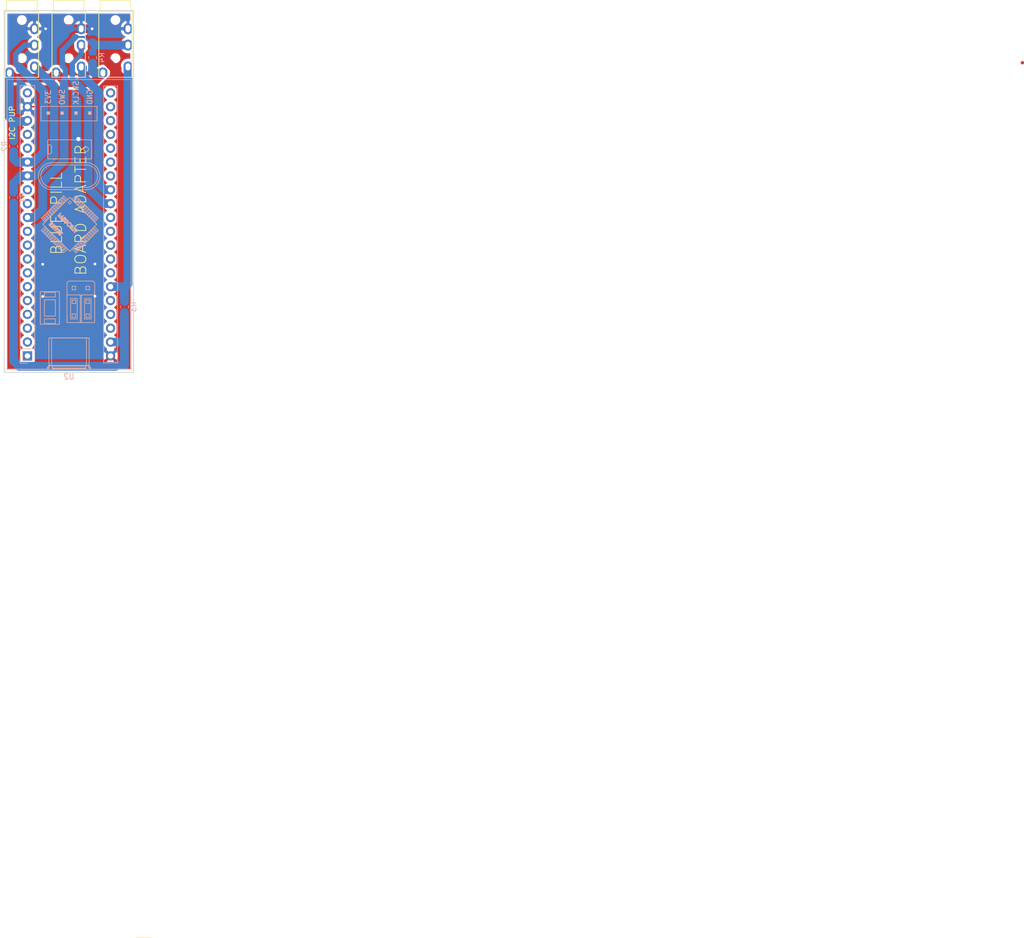
<source format=kicad_pcb>
(kicad_pcb (version 20171130) (host pcbnew 5.1.10-88a1d61d58~90~ubuntu20.04.1)

  (general
    (thickness 1.6002)
    (drawings 8)
    (tracks 122)
    (zones 0)
    (modules 8)
    (nets 40)
  )

  (page A4)
  (layers
    (0 Front signal)
    (31 Back signal)
    (32 B.Adhes user)
    (33 F.Adhes user)
    (34 B.Paste user)
    (35 F.Paste user)
    (36 B.SilkS user)
    (37 F.SilkS user)
    (38 B.Mask user)
    (39 F.Mask user)
    (40 Dwgs.User user)
    (41 Cmts.User user)
    (42 Eco1.User user)
    (43 Eco2.User user)
    (44 Edge.Cuts user)
    (45 Margin user hide)
    (46 B.CrtYd user hide)
    (47 F.CrtYd user hide)
  )

  (setup
    (last_trace_width 1.6)
    (user_trace_width 0.1)
    (user_trace_width 0.125)
    (user_trace_width 0.1524)
    (user_trace_width 0.254)
    (user_trace_width 0.3048)
    (user_trace_width 0.381)
    (user_trace_width 0.5)
    (user_trace_width 0.508)
    (user_trace_width 0.6096)
    (user_trace_width 0.8)
    (user_trace_width 1)
    (user_trace_width 1.6)
    (trace_clearance 0.254)
    (zone_clearance 0.508)
    (zone_45_only no)
    (trace_min 0.1)
    (via_size 0.6096)
    (via_drill 0.508)
    (via_min_size 0.508)
    (via_min_drill 0.2032)
    (user_via 0.508 0.254)
    (user_via 0.6096 0.3048)
    (user_via 0.8128 0.508)
    (user_via 1.27 0.762)
    (user_via 1.651 0.9906)
    (uvia_size 0.508)
    (uvia_drill 0.127)
    (uvias_allowed no)
    (uvia_min_size 0.508)
    (uvia_min_drill 0.127)
    (edge_width 0.15)
    (segment_width 0.5)
    (pcb_text_width 0.3)
    (pcb_text_size 1.5 1.5)
    (mod_edge_width 0.15)
    (mod_text_size 1 1)
    (mod_text_width 0.15)
    (pad_size 2.55 2.5)
    (pad_drill 0)
    (pad_to_mask_clearance 0)
    (aux_axis_origin 23.0632 189.5856)
    (grid_origin 9.15358 -10.591141)
    (visible_elements 7FFFE7FF)
    (pcbplotparams
      (layerselection 0x01000_fffffffe)
      (usegerberextensions true)
      (usegerberattributes false)
      (usegerberadvancedattributes false)
      (creategerberjobfile false)
      (excludeedgelayer true)
      (linewidth 0.150000)
      (plotframeref false)
      (viasonmask false)
      (mode 1)
      (useauxorigin false)
      (hpglpennumber 1)
      (hpglpenspeed 20)
      (hpglpendiameter 100.000000)
      (psnegative false)
      (psa4output false)
      (plotreference false)
      (plotvalue false)
      (plotinvisibletext false)
      (padsonsilk false)
      (subtractmaskfromsilk true)
      (outputformat 1)
      (mirror false)
      (drillshape 0)
      (scaleselection 1)
      (outputdirectory "gerber/"))
  )

  (net 0 "")
  (net 1 VCC)
  (net 2 "Net-(U2-Pad21)")
  (net 3 "Net-(U2-Pad22)")
  (net 4 "Net-(U2-Pad23)")
  (net 5 "Net-(U2-Pad24)")
  (net 6 "Net-(U2-Pad33)")
  (net 7 "Net-(U2-Pad37)")
  (net 8 /RX1)
  (net 9 /TX1)
  (net 10 /RX2)
  (net 11 /TX2)
  (net 12 /SCL1)
  (net 13 /SDA1)
  (net 14 "Net-(J23-Pad4)")
  (net 15 /GND)
  (net 16 "Net-(U2-Pad13)")
  (net 17 "Net-(U2-Pad20)")
  (net 18 "Net-(U2-Pad10)")
  (net 19 "Net-(U2-Pad9)")
  (net 20 "Net-(U2-Pad8)")
  (net 21 /SCL2)
  (net 22 "Net-(U2-Pad36)")
  (net 23 "Net-(U2-Pad38)")
  (net 24 /SDA2)
  (net 25 "Net-(U2-Pad17)")
  (net 26 "Net-(U2-Pad16)")
  (net 27 "Net-(U2-Pad25)")
  (net 28 "Net-(U2-Pad26)")
  (net 29 /SDA3)
  (net 30 "Net-(U2-Pad30)")
  (net 31 "Net-(U2-Pad31)")
  (net 32 "Net-(U2-Pad32)")
  (net 33 "Net-(U2-Pad34)")
  (net 34 /SCL3)
  (net 35 "Net-(U2-Pad4)")
  (net 36 "Net-(U2-Pad3)")
  (net 37 "Net-(U2-Pad2)")
  (net 38 "Net-(U2-Pad1)")
  (net 39 "Net-(U2-Pad27)")

  (net_class Default "This is the default net class."
    (clearance 0.254)
    (trace_width 0.254)
    (via_dia 0.6096)
    (via_drill 0.508)
    (uvia_dia 0.508)
    (uvia_drill 0.127)
    (add_net /GND)
    (add_net /RX1)
    (add_net /RX2)
    (add_net /SCL1)
    (add_net /SCL2)
    (add_net /SCL3)
    (add_net /SDA1)
    (add_net /SDA2)
    (add_net /SDA3)
    (add_net /TX1)
    (add_net /TX2)
    (add_net "Net-(J23-Pad4)")
    (add_net "Net-(U2-Pad1)")
    (add_net "Net-(U2-Pad10)")
    (add_net "Net-(U2-Pad13)")
    (add_net "Net-(U2-Pad16)")
    (add_net "Net-(U2-Pad17)")
    (add_net "Net-(U2-Pad2)")
    (add_net "Net-(U2-Pad20)")
    (add_net "Net-(U2-Pad21)")
    (add_net "Net-(U2-Pad22)")
    (add_net "Net-(U2-Pad23)")
    (add_net "Net-(U2-Pad24)")
    (add_net "Net-(U2-Pad25)")
    (add_net "Net-(U2-Pad26)")
    (add_net "Net-(U2-Pad27)")
    (add_net "Net-(U2-Pad3)")
    (add_net "Net-(U2-Pad30)")
    (add_net "Net-(U2-Pad31)")
    (add_net "Net-(U2-Pad32)")
    (add_net "Net-(U2-Pad33)")
    (add_net "Net-(U2-Pad34)")
    (add_net "Net-(U2-Pad36)")
    (add_net "Net-(U2-Pad37)")
    (add_net "Net-(U2-Pad38)")
    (add_net "Net-(U2-Pad4)")
    (add_net "Net-(U2-Pad8)")
    (add_net "Net-(U2-Pad9)")
    (add_net VCC)
  )

  (module Keebio-Parts:TRRS-PJ-320A (layer Front) (tedit 5D54377F) (tstamp 615486CB)
    (at 24.39358 19.25)
    (path /611A54B9)
    (fp_text reference U6 (at 0 14.2) (layer Dwgs.User)
      (effects (font (size 1 1) (thickness 0.15)))
    )
    (fp_text value TRRS (at 0 -5.6) (layer F.Fab)
      (effects (font (size 1 1) (thickness 0.15)))
    )
    (fp_line (start 2.8 -2) (end -2.8 -2) (layer F.SilkS) (width 0.15))
    (fp_line (start -2.8 0) (end -2.8 -2) (layer F.SilkS) (width 0.15))
    (fp_line (start 2.8 0) (end 2.8 -2) (layer F.SilkS) (width 0.15))
    (fp_line (start -3.05 0) (end -3.05 12.1) (layer F.SilkS) (width 0.15))
    (fp_line (start 3.05 0) (end 3.05 12.1) (layer F.SilkS) (width 0.15))
    (fp_line (start 3.05 12.1) (end -3.05 12.1) (layer F.SilkS) (width 0.15))
    (fp_line (start 3.05 0) (end -3.05 0) (layer F.SilkS) (width 0.15))
    (fp_text user Sleeve (at 0.25 11.4) (layer F.Fab)
      (effects (font (size 0.7 0.7) (thickness 0.1)))
    )
    (fp_text user Tip (at 0 10) (layer F.Fab)
      (effects (font (size 0.7 0.7) (thickness 0.1)))
    )
    (fp_text user Ring1 (at 0 6.25) (layer F.Fab)
      (effects (font (size 0.7 0.7) (thickness 0.1)))
    )
    (fp_text user Ring2 (at 0 3.25) (layer F.Fab)
      (effects (font (size 0.7 0.7) (thickness 0.1)))
    )
    (pad 3 thru_hole oval (at 2.3 6.2) (size 1.6 2) (drill oval 0.9 1.3) (layers *.Cu *.Mask)
      (net 13 /SDA1))
    (pad "" np_thru_hole circle (at 0 1.6) (size 0.8 0.8) (drill 0.8) (layers *.Cu *.Mask))
    (pad "" np_thru_hole circle (at 0 8.6) (size 0.8 0.8) (drill 0.8) (layers *.Cu *.Mask))
    (pad 4 thru_hole oval (at 2.3 3.2) (size 1.6 2) (drill oval 0.9 1.3) (layers *.Cu *.Mask)
      (net 15 /GND))
    (pad 2 thru_hole oval (at 2.3 10.2) (size 1.6 2) (drill oval 0.9 1.3) (layers *.Cu *.Mask)
      (net 12 /SCL1))
    (pad 1 thru_hole oval (at -2.3 11.3) (size 1.6 2) (drill oval 0.9 1.3) (layers *.Cu *.Mask)
      (net 1 VCC))
    (model /Users/danny/syncproj/kicad-libs/footprints/Keebio-Parts.pretty/3dmodels/PJ-320A.step
      (at (xyz 0 0 0))
      (scale (xyz 1 1 1))
      (rotate (xyz -90 0 180))
    )
  )

  (module Resistor_SMD:R_0805_2012Metric_Pad1.20x1.40mm_HandSolder (layer Back) (tedit 5F68FEEE) (tstamp 6155F5C0)
    (at 37.34758 27.746859 90)
    (descr "Resistor SMD 0805 (2012 Metric), square (rectangular) end terminal, IPC_7351 nominal with elongated pad for handsoldering. (Body size source: IPC-SM-782 page 72, https://www.pcb-3d.com/wordpress/wp-content/uploads/ipc-sm-782a_amendment_1_and_2.pdf), generated with kicad-footprint-generator")
    (tags "resistor handsolder")
    (path /615801BC)
    (attr smd)
    (fp_text reference R4 (at 0 1.65 270) (layer B.SilkS)
      (effects (font (size 1 1) (thickness 0.15)) (justify mirror))
    )
    (fp_text value 4k7 (at 0 -1.65 270) (layer B.Fab)
      (effects (font (size 1 1) (thickness 0.15)) (justify mirror))
    )
    (fp_line (start -1 -0.625) (end -1 0.625) (layer B.Fab) (width 0.1))
    (fp_line (start -1 0.625) (end 1 0.625) (layer B.Fab) (width 0.1))
    (fp_line (start 1 0.625) (end 1 -0.625) (layer B.Fab) (width 0.1))
    (fp_line (start 1 -0.625) (end -1 -0.625) (layer B.Fab) (width 0.1))
    (fp_line (start -0.227064 0.735) (end 0.227064 0.735) (layer B.SilkS) (width 0.12))
    (fp_line (start -0.227064 -0.735) (end 0.227064 -0.735) (layer B.SilkS) (width 0.12))
    (fp_line (start -1.85 -0.95) (end -1.85 0.95) (layer B.CrtYd) (width 0.05))
    (fp_line (start -1.85 0.95) (end 1.85 0.95) (layer B.CrtYd) (width 0.05))
    (fp_line (start 1.85 0.95) (end 1.85 -0.95) (layer B.CrtYd) (width 0.05))
    (fp_line (start 1.85 -0.95) (end -1.85 -0.95) (layer B.CrtYd) (width 0.05))
    (fp_text user %R (at 0 0 270) (layer B.Fab)
      (effects (font (size 0.5 0.5) (thickness 0.08)) (justify mirror))
    )
    (pad 2 smd roundrect (at 1 0 90) (size 1.2 1.4) (layers Back B.Paste B.Mask) (roundrect_rratio 0.2083325)
      (net 24 /SDA2))
    (pad 1 smd roundrect (at -1 0 90) (size 1.2 1.4) (layers Back B.Paste B.Mask) (roundrect_rratio 0.2083325)
      (net 1 VCC))
    (model ${KISYS3DMOD}/Resistor_SMD.3dshapes/R_0805_2012Metric.wrl
      (at (xyz 0 0 0))
      (scale (xyz 1 1 1))
      (rotate (xyz 0 0 0))
    )
  )

  (module Resistor_SMD:R_0805_2012Metric_Pad1.20x1.40mm_HandSolder (layer Back) (tedit 5F68FEEE) (tstamp 6155F5AF)
    (at 43.18958 73.482859 90)
    (descr "Resistor SMD 0805 (2012 Metric), square (rectangular) end terminal, IPC_7351 nominal with elongated pad for handsoldering. (Body size source: IPC-SM-782 page 72, https://www.pcb-3d.com/wordpress/wp-content/uploads/ipc-sm-782a_amendment_1_and_2.pdf), generated with kicad-footprint-generator")
    (tags "resistor handsolder")
    (path /615801A7)
    (attr smd)
    (fp_text reference R3 (at 0 1.65 270) (layer B.SilkS)
      (effects (font (size 1 1) (thickness 0.15)) (justify mirror))
    )
    (fp_text value 4k7 (at 0 -1.65 270) (layer B.Fab)
      (effects (font (size 1 1) (thickness 0.15)) (justify mirror))
    )
    (fp_line (start -1 -0.625) (end -1 0.625) (layer B.Fab) (width 0.1))
    (fp_line (start -1 0.625) (end 1 0.625) (layer B.Fab) (width 0.1))
    (fp_line (start 1 0.625) (end 1 -0.625) (layer B.Fab) (width 0.1))
    (fp_line (start 1 -0.625) (end -1 -0.625) (layer B.Fab) (width 0.1))
    (fp_line (start -0.227064 0.735) (end 0.227064 0.735) (layer B.SilkS) (width 0.12))
    (fp_line (start -0.227064 -0.735) (end 0.227064 -0.735) (layer B.SilkS) (width 0.12))
    (fp_line (start -1.85 -0.95) (end -1.85 0.95) (layer B.CrtYd) (width 0.05))
    (fp_line (start -1.85 0.95) (end 1.85 0.95) (layer B.CrtYd) (width 0.05))
    (fp_line (start 1.85 0.95) (end 1.85 -0.95) (layer B.CrtYd) (width 0.05))
    (fp_line (start 1.85 -0.95) (end -1.85 -0.95) (layer B.CrtYd) (width 0.05))
    (fp_text user %R (at 0 0 270) (layer B.Fab)
      (effects (font (size 0.5 0.5) (thickness 0.08)) (justify mirror))
    )
    (pad 2 smd roundrect (at 1 0 90) (size 1.2 1.4) (layers Back B.Paste B.Mask) (roundrect_rratio 0.2083325)
      (net 21 /SCL2))
    (pad 1 smd roundrect (at -1 0 90) (size 1.2 1.4) (layers Back B.Paste B.Mask) (roundrect_rratio 0.2083325)
      (net 1 VCC))
    (model ${KISYS3DMOD}/Resistor_SMD.3dshapes/R_0805_2012Metric.wrl
      (at (xyz 0 0 0))
      (scale (xyz 1 1 1))
      (rotate (xyz 0 0 0))
    )
  )

  (module Footprints:YAAJ_BluePill_1 (layer Back) (tedit 5F81AE08) (tstamp 6112D716)
    (at 25.406048 82.474848)
    (descr "Through hole headers for BluePill module. No SWD breakout. Fancy silkscreen.")
    (tags "module BlluePill Blue Pill header SWD breakout")
    (path /6112B838)
    (fp_text reference U2 (at 7.62 3.81) (layer B.SilkS)
      (effects (font (size 1 1) (thickness 0.15)) (justify mirror))
    )
    (fp_text value YAAJ_BluePill_Part_Like (at 20.32 -24.765 -90) (layer B.Fab) hide
      (effects (font (size 1 1) (thickness 0.15)) (justify mirror))
    )
    (fp_line (start -1.33 1.33) (end 0 1.33) (layer B.SilkS) (width 0.12))
    (fp_line (start -1.33 0) (end -1.33 1.33) (layer B.SilkS) (width 0.12))
    (fp_line (start 13.97 -49.53) (end 13.97 1.27) (layer B.SilkS) (width 0.12))
    (fp_line (start 16.51 -49.53) (end 13.97 -49.53) (layer B.SilkS) (width 0.12))
    (fp_line (start 16.51 1.27) (end 16.51 -49.53) (layer B.SilkS) (width 0.12))
    (fp_line (start 13.97 1.27) (end 16.51 1.27) (layer B.SilkS) (width 0.12))
    (fp_line (start -1.33 -49.59) (end -1.33 -1.27) (layer B.SilkS) (width 0.12))
    (fp_line (start 1.33 -49.59) (end -1.33 -49.59) (layer B.SilkS) (width 0.12))
    (fp_line (start 1.33 -1.27) (end 1.33 -49.59) (layer B.SilkS) (width 0.12))
    (fp_line (start -1.33 -1.27) (end 1.33 -1.27) (layer B.SilkS) (width 0.12))
    (fp_line (start 13.44 -45.72) (end 13.44 -50.06) (layer B.CrtYd) (width 0.05))
    (fp_line (start 13.44 1.8) (end 13.44 -45.72) (layer B.CrtYd) (width 0.05))
    (fp_line (start 1.8 -45.72) (end 1.8 -50.06) (layer B.CrtYd) (width 0.05))
    (fp_line (start 1.8 1.8) (end 1.8 -45.72) (layer B.CrtYd) (width 0.05))
    (fp_line (start 17.04 -50.06) (end 13.44 -50.06) (layer B.CrtYd) (width 0.05))
    (fp_line (start 17.04 1.8) (end 17.04 -50.06) (layer B.CrtYd) (width 0.05))
    (fp_line (start 13.44 1.8) (end 17.04 1.8) (layer B.CrtYd) (width 0.05))
    (fp_line (start 1.8 1.8) (end -1.8 1.8) (layer B.CrtYd) (width 0.05))
    (fp_line (start -1.8 -50.06) (end 1.8 -50.06) (layer B.CrtYd) (width 0.05))
    (fp_line (start -1.8 1.8) (end -1.8 -50.06) (layer B.CrtYd) (width 0.05))
    (fp_line (start -3.93 -50.88) (end -3.93 2.62) (layer B.CrtYd) (width 0.05))
    (fp_line (start 19.17 -50.88) (end -3.93 -50.88) (layer B.CrtYd) (width 0.05))
    (fp_line (start 19.17 2.62) (end 19.17 -50.88) (layer B.CrtYd) (width 0.05))
    (fp_line (start -3.93 2.62) (end 19.17 2.62) (layer B.CrtYd) (width 0.05))
    (fp_line (start -3.68 2.37) (end 18.92 2.37) (layer B.Fab) (width 0.12))
    (fp_line (start -3.68 -50.63) (end -3.68 2.32) (layer B.Fab) (width 0.12))
    (fp_line (start -3.68 -50.63) (end 18.92 -50.63) (layer B.Fab) (width 0.12))
    (fp_line (start 18.92 2.37) (end 18.92 -50.63) (layer B.Fab) (width 0.12))
    (fp_poly (pts (xy 11.18362 -44.29506) (xy 11.18362 -44.80306) (xy 11.69162 -44.80306) (xy 11.69162 -44.29506)) (layer B.SilkS) (width 0.1))
    (fp_poly (pts (xy 8.64362 -44.29506) (xy 8.64362 -44.80306) (xy 9.15162 -44.80306) (xy 9.15162 -44.29506)) (layer B.SilkS) (width 0.1))
    (fp_poly (pts (xy 6.10362 -44.29506) (xy 6.10362 -44.80306) (xy 6.61162 -44.80306) (xy 6.61162 -44.29506)) (layer B.SilkS) (width 0.1))
    (fp_poly (pts (xy 3.56362 -44.29506) (xy 3.56362 -44.80306) (xy 4.07162 -44.80306) (xy 4.07162 -44.29506)) (layer B.SilkS) (width 0.1))
    (fp_line (start 12.76 -43.12) (end 2.48 -43.12) (layer B.SilkS) (width 0.12))
    (fp_line (start 12.76 -45.78) (end 12.76 -43.12) (layer B.SilkS) (width 0.12))
    (fp_line (start 2.48 -45.78) (end 12.76 -45.78) (layer B.SilkS) (width 0.12))
    (fp_line (start 2.48 -43.12) (end 2.48 -45.78) (layer B.SilkS) (width 0.12))
    (fp_line (start -3.755 -50.705) (end -3.755 2.445) (layer B.SilkS) (width 0.12))
    (fp_line (start 18.995 -50.705) (end -3.755 -50.705) (layer B.SilkS) (width 0.12))
    (fp_line (start 18.995 2.445) (end 18.995 -50.705) (layer B.SilkS) (width 0.12))
    (fp_line (start -3.755 2.445) (end 18.995 2.445) (layer B.SilkS) (width 0.12))
    (fp_line (start 3.72 -3.48) (end 11.52 -3.48) (layer B.Fab) (width 0.1))
    (fp_line (start 3.72 -3.48) (end 3.72 2.32) (layer B.Fab) (width 0.1))
    (fp_line (start 11.52 -3.48) (end 11.52 2.32) (layer B.Fab) (width 0.1))
    (fp_line (start -1.27 0.635) (end -0.635 1.27) (layer B.Fab) (width 0.1))
    (fp_line (start -0.635 1.27) (end 1.27 1.27) (layer B.Fab) (width 0.1))
    (fp_line (start 1.27 1.27) (end 1.27 -49.53) (layer B.Fab) (width 0.1))
    (fp_line (start 1.27 -49.53) (end -1.27 -49.53) (layer B.Fab) (width 0.1))
    (fp_line (start -1.27 -49.53) (end -1.27 0.635) (layer B.Fab) (width 0.1))
    (fp_line (start 13.97 1.27) (end 16.51 1.27) (layer B.Fab) (width 0.1))
    (fp_line (start 16.51 1.27) (end 16.51 -49.53) (layer B.Fab) (width 0.1))
    (fp_line (start 16.51 -49.53) (end 13.97 -49.53) (layer B.Fab) (width 0.1))
    (fp_line (start 13.97 -49.53) (end 13.97 1.27) (layer B.Fab) (width 0.1))
    (fp_line (start 7.697586 -23.855152) (end 7.555003 -23.876234) (layer B.SilkS) (width 0.12))
    (fp_line (start 7.555003 -23.876234) (end 7.460255 -23.938229) (layer B.SilkS) (width 0.12))
    (fp_line (start 8.049227 -24.071449) (end 8.015512 -24.269237) (layer B.SilkS) (width 0.12))
    (fp_line (start 8.015512 -24.269237) (end 7.924825 -24.398337) (layer B.SilkS) (width 0.12))
    (fp_line (start 7.368786 -23.839323) (end 7.542176 -23.735568) (layer B.SilkS) (width 0.12))
    (fp_line (start 7.542176 -23.735568) (end 7.700667 -23.718639) (layer B.SilkS) (width 0.12))
    (fp_line (start 6.095335 -22.519978) (end 6.08005 -22.368478) (layer B.SilkS) (width 0.12))
    (fp_line (start 6.08005 -22.368478) (end 6.027025 -22.262569) (layer B.SilkS) (width 0.12))
    (fp_line (start 5.887112 -22.2614) (end 5.862298 -22.307327) (layer B.SilkS) (width 0.12))
    (fp_line (start 5.862298 -22.307327) (end 5.865551 -22.359758) (layer B.SilkS) (width 0.12))
    (fp_line (start 5.865551 -22.359758) (end 5.908891 -22.429996) (layer B.SilkS) (width 0.12))
    (fp_line (start 11.316427 1.7285) (end 11.311486 1.720331) (layer B.SilkS) (width 0.12))
    (fp_line (start 11.311486 1.720331) (end 11.309896 1.72) (layer B.SilkS) (width 0.12))
    (fp_line (start 3.923572 1.7285) (end 3.928513 1.720331) (layer B.SilkS) (width 0.12))
    (fp_line (start 3.928513 1.720331) (end 3.930103 1.72) (layer B.SilkS) (width 0.12))
    (fp_line (start 4.333623 -24.41321) (end 4.424185 -24.423743) (layer B.SilkS) (width 0.12))
    (fp_line (start 4.424185 -24.423743) (end 4.458932 -24.414597) (layer B.SilkS) (width 0.12))
    (fp_line (start 4.458932 -24.414597) (end 4.488515 -24.3943) (layer B.SilkS) (width 0.12))
    (fp_line (start 4.412026 -24.115962) (end 4.518398 -24.134959) (layer B.SilkS) (width 0.12))
    (fp_line (start 4.518398 -24.134959) (end 4.588483 -24.182784) (layer B.SilkS) (width 0.12))
    (fp_line (start 4.282524 -24.12308) (end 4.354997 -24.118084) (layer B.SilkS) (width 0.12))
    (fp_line (start 4.354997 -24.118084) (end 4.412026 -24.115962) (layer B.SilkS) (width 0.12))
    (fp_line (start 4.14208 -24.126692) (end 4.220755 -24.126718) (layer B.SilkS) (width 0.12))
    (fp_line (start 4.220755 -24.126718) (end 4.282524 -24.12308) (layer B.SilkS) (width 0.12))
    (fp_line (start 4.107872 -24.110119) (end 4.125741 -24.122121) (layer B.SilkS) (width 0.12))
    (fp_line (start 4.125741 -24.122121) (end 4.14208 -24.126692) (layer B.SilkS) (width 0.12))
    (fp_circle (center 10.779145 -37.902809) (end 11.205021 -37.902809) (layer B.SilkS) (width 0.12))
    (fp_line (start 5.371761 -22.871938) (end 5.331271 -22.800832) (layer B.SilkS) (width 0.12))
    (fp_line (start 5.331271 -22.800832) (end 5.318962 -22.737762) (layer B.SilkS) (width 0.12))
    (fp_line (start 5.318962 -22.737762) (end 5.339459 -22.637095) (layer B.SilkS) (width 0.12))
    (fp_line (start 5.339459 -22.637095) (end 5.386847 -22.57129) (layer B.SilkS) (width 0.12))
    (fp_line (start 5.851842 -22.876081) (end 5.827332 -22.858131) (layer B.SilkS) (width 0.12))
    (fp_line (start 5.827332 -22.858131) (end 5.798451 -22.848751) (layer B.SilkS) (width 0.12))
    (fp_line (start 5.798451 -22.848751) (end 5.738152 -22.853606) (layer B.SilkS) (width 0.12))
    (fp_line (start 5.738152 -22.853606) (end 5.636927 -22.919532) (layer B.SilkS) (width 0.12))
    (fp_line (start 5.548538 -22.831144) (end 5.600222 -22.752287) (layer B.SilkS) (width 0.12))
    (fp_line (start 5.600222 -22.752287) (end 5.605137 -22.705506) (layer B.SilkS) (width 0.12))
    (fp_line (start 5.605137 -22.705506) (end 5.598399 -22.682842) (layer B.SilkS) (width 0.12))
    (fp_line (start 5.598399 -22.682842) (end 5.584871 -22.663503) (layer B.SilkS) (width 0.12))
    (fp_circle (center 7.754498 -28.148576) (end 8.004498 -28.148576) (layer B.SilkS) (width 0.12))
    (fp_line (start 8.775457 -23.216037) (end 8.717659 -23.127483) (layer B.SilkS) (width 0.12))
    (fp_line (start 8.717659 -23.127483) (end 8.688449 -23.04914) (layer B.SilkS) (width 0.12))
    (fp_line (start 8.132729 -23.375603) (end 8.182435 -23.455782) (layer B.SilkS) (width 0.12))
    (fp_line (start 8.182435 -23.455782) (end 8.195514 -23.529327) (layer B.SilkS) (width 0.12))
    (fp_line (start 8.044872 -23.954058) (end 7.982608 -23.845031) (layer B.SilkS) (width 0.12))
    (fp_line (start 7.982608 -23.845031) (end 7.979112 -23.745729) (layer B.SilkS) (width 0.12))
    (fp_line (start 7.979112 -23.745729) (end 7.886495 -23.723372) (layer B.SilkS) (width 0.12))
    (fp_line (start 7.886495 -23.723372) (end 7.825282 -23.680075) (layer B.SilkS) (width 0.12))
    (fp_line (start 7.368786 -23.839323) (end 7.542176 -23.735568) (layer B.SilkS) (width 0.12))
    (fp_line (start 7.542176 -23.735568) (end 7.700667 -23.718639) (layer B.SilkS) (width 0.12))
    (fp_line (start 7.697586 -23.855152) (end 7.555003 -23.876234) (layer B.SilkS) (width 0.12))
    (fp_line (start 7.555003 -23.876234) (end 7.460255 -23.938229) (layer B.SilkS) (width 0.12))
    (fp_line (start 8.049227 -24.071449) (end 8.015512 -24.269237) (layer B.SilkS) (width 0.12))
    (fp_line (start 8.015512 -24.269237) (end 7.924825 -24.398337) (layer B.SilkS) (width 0.12))
    (fp_line (start 6.833569 -24.660102) (end 6.793079 -24.588996) (layer B.SilkS) (width 0.12))
    (fp_line (start 6.793079 -24.588996) (end 6.780769 -24.525926) (layer B.SilkS) (width 0.12))
    (fp_line (start 6.780769 -24.525926) (end 6.801266 -24.425259) (layer B.SilkS) (width 0.12))
    (fp_line (start 6.801266 -24.425259) (end 6.848654 -24.359455) (layer B.SilkS) (width 0.12))
    (fp_line (start 7.313649 -24.664246) (end 7.289139 -24.646296) (layer B.SilkS) (width 0.12))
    (fp_line (start 7.289139 -24.646296) (end 7.260258 -24.636916) (layer B.SilkS) (width 0.12))
    (fp_line (start 7.260258 -24.636916) (end 7.199959 -24.64177) (layer B.SilkS) (width 0.12))
    (fp_line (start 7.199959 -24.64177) (end 7.098734 -24.707696) (layer B.SilkS) (width 0.12))
    (fp_line (start 7.010345 -24.619308) (end 7.062029 -24.540451) (layer B.SilkS) (width 0.12))
    (fp_line (start 7.062029 -24.540451) (end 7.066944 -24.49367) (layer B.SilkS) (width 0.12))
    (fp_line (start 7.066944 -24.49367) (end 7.060206 -24.471006) (layer B.SilkS) (width 0.12))
    (fp_line (start 7.060206 -24.471006) (end 7.046678 -24.451667) (layer B.SilkS) (width 0.12))
    (fp_line (start 6.364537 -24.98784) (end 6.372776 -24.86301) (layer B.SilkS) (width 0.12))
    (fp_line (start 6.372776 -24.86301) (end 6.427429 -24.78068) (layer B.SilkS) (width 0.12))
    (fp_line (start 6.427429 -24.78068) (end 6.479733 -24.739572) (layer B.SilkS) (width 0.12))
    (fp_line (start 6.479733 -24.739572) (end 6.541348 -24.714728) (layer B.SilkS) (width 0.12))
    (fp_line (start 6.541348 -24.714728) (end 6.607609 -24.710244) (layer B.SilkS) (width 0.12))
    (fp_line (start 6.607609 -24.710244) (end 6.67257 -24.724603) (layer B.SilkS) (width 0.12))
    (fp_line (start 6.67257 -24.724603) (end 6.788459 -24.789465) (layer B.SilkS) (width 0.12))
    (fp_line (start 6.788459 -24.789465) (end 6.888174 -24.877886) (layer B.SilkS) (width 0.12))
    (fp_line (start 6.888174 -24.877886) (end 6.97622 -24.977084) (layer B.SilkS) (width 0.12))
    (fp_line (start 6.97622 -24.977084) (end 7.041233 -25.09219) (layer B.SilkS) (width 0.12))
    (fp_line (start 7.041233 -25.09219) (end 7.056884 -25.156539) (layer B.SilkS) (width 0.12))
    (fp_line (start 7.056884 -25.156539) (end 7.054126 -25.222564) (layer B.SilkS) (width 0.12))
    (fp_line (start 7.054126 -25.222564) (end 7.029035 -25.283696) (layer B.SilkS) (width 0.12))
    (fp_line (start 7.029035 -25.283696) (end 6.987717 -25.335445) (layer B.SilkS) (width 0.12))
    (fp_line (start 6.987717 -25.335445) (end 6.936418 -25.376557) (layer B.SilkS) (width 0.12))
    (fp_line (start 6.936418 -25.376557) (end 6.876026 -25.402241) (layer B.SilkS) (width 0.12))
    (fp_line (start 6.876026 -25.402241) (end 6.810594 -25.407266) (layer B.SilkS) (width 0.12))
    (fp_line (start 6.810594 -25.407266) (end 6.746271 -25.393761) (layer B.SilkS) (width 0.12))
    (fp_line (start 6.746271 -25.393761) (end 6.631315 -25.330602) (layer B.SilkS) (width 0.12))
    (fp_line (start 6.631315 -25.330602) (end 6.532815 -25.243232) (layer B.SilkS) (width 0.12))
    (fp_line (start 6.532815 -25.243232) (end 6.420801 -25.111107) (layer B.SilkS) (width 0.12))
    (fp_line (start 6.420801 -25.111107) (end 6.364537 -24.98784) (layer B.SilkS) (width 0.12))
    (fp_line (start 5.887112 -22.2614) (end 5.862298 -22.307327) (layer B.SilkS) (width 0.12))
    (fp_line (start 5.862298 -22.307327) (end 5.865551 -22.359758) (layer B.SilkS) (width 0.12))
    (fp_line (start 5.865551 -22.359758) (end 5.908891 -22.429996) (layer B.SilkS) (width 0.12))
    (fp_line (start 6.095335 -22.519978) (end 6.08005 -22.368478) (layer B.SilkS) (width 0.12))
    (fp_line (start 6.08005 -22.368478) (end 6.027025 -22.262569) (layer B.SilkS) (width 0.12))
    (fp_line (start 5.371761 -22.871938) (end 5.331271 -22.800832) (layer B.SilkS) (width 0.12))
    (fp_line (start 5.331271 -22.800832) (end 5.318962 -22.737762) (layer B.SilkS) (width 0.12))
    (fp_line (start 5.318962 -22.737762) (end 5.339459 -22.637095) (layer B.SilkS) (width 0.12))
    (fp_line (start 5.339459 -22.637095) (end 5.386847 -22.57129) (layer B.SilkS) (width 0.12))
    (fp_line (start 5.851842 -22.876081) (end 5.827332 -22.858131) (layer B.SilkS) (width 0.12))
    (fp_line (start 5.827332 -22.858131) (end 5.798451 -22.848751) (layer B.SilkS) (width 0.12))
    (fp_line (start 5.798451 -22.848751) (end 5.738152 -22.853606) (layer B.SilkS) (width 0.12))
    (fp_line (start 5.738152 -22.853606) (end 5.636927 -22.919532) (layer B.SilkS) (width 0.12))
    (fp_line (start 5.548538 -22.831144) (end 5.600222 -22.752287) (layer B.SilkS) (width 0.12))
    (fp_line (start 5.600222 -22.752287) (end 5.605137 -22.705506) (layer B.SilkS) (width 0.12))
    (fp_line (start 5.605137 -22.705506) (end 5.598399 -22.682842) (layer B.SilkS) (width 0.12))
    (fp_line (start 5.598399 -22.682842) (end 5.584871 -22.663503) (layer B.SilkS) (width 0.12))
    (fp_line (start 4.107872 -24.110119) (end 4.125741 -24.122121) (layer B.SilkS) (width 0.12))
    (fp_line (start 4.125741 -24.122121) (end 4.14208 -24.126692) (layer B.SilkS) (width 0.12))
    (fp_line (start 4.14208 -24.126692) (end 4.220755 -24.126718) (layer B.SilkS) (width 0.12))
    (fp_line (start 4.220755 -24.126718) (end 4.282524 -24.12308) (layer B.SilkS) (width 0.12))
    (fp_line (start 4.282524 -24.12308) (end 4.354997 -24.118084) (layer B.SilkS) (width 0.12))
    (fp_line (start 4.354997 -24.118084) (end 4.412026 -24.115962) (layer B.SilkS) (width 0.12))
    (fp_line (start 4.412026 -24.115962) (end 4.518398 -24.134959) (layer B.SilkS) (width 0.12))
    (fp_line (start 4.518398 -24.134959) (end 4.588483 -24.182784) (layer B.SilkS) (width 0.12))
    (fp_line (start 4.333623 -24.41321) (end 4.424185 -24.423743) (layer B.SilkS) (width 0.12))
    (fp_line (start 4.424185 -24.423743) (end 4.458932 -24.414597) (layer B.SilkS) (width 0.12))
    (fp_line (start 4.458932 -24.414597) (end 4.488515 -24.3943) (layer B.SilkS) (width 0.12))
    (fp_line (start 6.792987 -24.973074) (end 6.671389 -24.872563) (layer B.SilkS) (width 0.12))
    (fp_line (start 6.671389 -24.872563) (end 6.597089 -24.847809) (layer B.SilkS) (width 0.12))
    (fp_line (start 6.597089 -24.847809) (end 6.558056 -24.852479) (layer B.SilkS) (width 0.12))
    (fp_line (start 6.558056 -24.852479) (end 6.524953 -24.873531) (layer B.SilkS) (width 0.12))
    (fp_line (start 6.524953 -24.873531) (end 6.502581 -24.907552) (layer B.SilkS) (width 0.12))
    (fp_line (start 6.502581 -24.907552) (end 6.496047 -24.947725) (layer B.SilkS) (width 0.12))
    (fp_line (start 6.496047 -24.947725) (end 6.523847 -25.023989) (layer B.SilkS) (width 0.12))
    (fp_line (start 6.523847 -25.023989) (end 6.629064 -25.149107) (layer B.SilkS) (width 0.12))
    (fp_line (start 6.629064 -25.149107) (end 6.748762 -25.246368) (layer B.SilkS) (width 0.12))
    (fp_line (start 6.748762 -25.246368) (end 6.822121 -25.268209) (layer B.SilkS) (width 0.12))
    (fp_line (start 6.822121 -25.268209) (end 6.860038 -25.261859) (layer B.SilkS) (width 0.12))
    (fp_line (start 6.860038 -25.261859) (end 6.892105 -25.240682) (layer B.SilkS) (width 0.12))
    (fp_line (start 6.913777 -25.146132) (end 6.855817 -25.042677) (layer B.SilkS) (width 0.12))
    (fp_line (start 6.855817 -25.042677) (end 6.792987 -24.973074) (layer B.SilkS) (width 0.12))
    (fp_line (start 8.132729 -23.375603) (end 8.182435 -23.455782) (layer B.SilkS) (width 0.12))
    (fp_line (start 8.182435 -23.455782) (end 8.195514 -23.529327) (layer B.SilkS) (width 0.12))
    (fp_line (start 7.979112 -23.745729) (end 7.886495 -23.723372) (layer B.SilkS) (width 0.12))
    (fp_line (start 7.886495 -23.723372) (end 7.825282 -23.680075) (layer B.SilkS) (width 0.12))
    (fp_line (start 8.044872 -23.954058) (end 7.982608 -23.845031) (layer B.SilkS) (width 0.12))
    (fp_line (start 7.982608 -23.845031) (end 7.979112 -23.745729) (layer B.SilkS) (width 0.12))
    (fp_line (start 7.010345 -24.619308) (end 7.062029 -24.540451) (layer B.SilkS) (width 0.12))
    (fp_line (start 7.062029 -24.540451) (end 7.066944 -24.49367) (layer B.SilkS) (width 0.12))
    (fp_line (start 7.066944 -24.49367) (end 7.060206 -24.471006) (layer B.SilkS) (width 0.12))
    (fp_line (start 7.060206 -24.471006) (end 7.046678 -24.451667) (layer B.SilkS) (width 0.12))
    (fp_line (start 7.313649 -24.664246) (end 7.289139 -24.646296) (layer B.SilkS) (width 0.12))
    (fp_line (start 7.289139 -24.646296) (end 7.260258 -24.636916) (layer B.SilkS) (width 0.12))
    (fp_line (start 7.260258 -24.636916) (end 7.199959 -24.64177) (layer B.SilkS) (width 0.12))
    (fp_line (start 7.199959 -24.64177) (end 7.098734 -24.707696) (layer B.SilkS) (width 0.12))
    (fp_line (start 6.780769 -24.525926) (end 6.801266 -24.425259) (layer B.SilkS) (width 0.12))
    (fp_line (start 6.801266 -24.425259) (end 6.848654 -24.359455) (layer B.SilkS) (width 0.12))
    (fp_line (start 6.833569 -24.660102) (end 6.793079 -24.588996) (layer B.SilkS) (width 0.12))
    (fp_line (start 6.793079 -24.588996) (end 6.780769 -24.525926) (layer B.SilkS) (width 0.12))
    (fp_line (start 6.364537 -24.98784) (end 6.372776 -24.86301) (layer B.SilkS) (width 0.12))
    (fp_line (start 6.372776 -24.86301) (end 6.427429 -24.78068) (layer B.SilkS) (width 0.12))
    (fp_line (start 6.532815 -25.243232) (end 6.420801 -25.111107) (layer B.SilkS) (width 0.12))
    (fp_line (start 6.420801 -25.111107) (end 6.364537 -24.98784) (layer B.SilkS) (width 0.12))
    (fp_line (start 6.987717 -25.335445) (end 6.936418 -25.376557) (layer B.SilkS) (width 0.12))
    (fp_line (start 6.936418 -25.376557) (end 6.876026 -25.402241) (layer B.SilkS) (width 0.12))
    (fp_line (start 6.876026 -25.402241) (end 6.810594 -25.407266) (layer B.SilkS) (width 0.12))
    (fp_line (start 6.810594 -25.407266) (end 6.746271 -25.393761) (layer B.SilkS) (width 0.12))
    (fp_line (start 6.746271 -25.393761) (end 6.631315 -25.330602) (layer B.SilkS) (width 0.12))
    (fp_line (start 6.631315 -25.330602) (end 6.532815 -25.243232) (layer B.SilkS) (width 0.12))
    (fp_line (start 6.888174 -24.877886) (end 6.97622 -24.977084) (layer B.SilkS) (width 0.12))
    (fp_line (start 6.97622 -24.977084) (end 7.041233 -25.09219) (layer B.SilkS) (width 0.12))
    (fp_line (start 7.041233 -25.09219) (end 7.056884 -25.156539) (layer B.SilkS) (width 0.12))
    (fp_line (start 7.056884 -25.156539) (end 7.054126 -25.222564) (layer B.SilkS) (width 0.12))
    (fp_line (start 7.054126 -25.222564) (end 7.029035 -25.283696) (layer B.SilkS) (width 0.12))
    (fp_line (start 7.029035 -25.283696) (end 6.987717 -25.335445) (layer B.SilkS) (width 0.12))
    (fp_line (start 6.427429 -24.78068) (end 6.479733 -24.739572) (layer B.SilkS) (width 0.12))
    (fp_line (start 6.479733 -24.739572) (end 6.541348 -24.714728) (layer B.SilkS) (width 0.12))
    (fp_line (start 6.541348 -24.714728) (end 6.607609 -24.710244) (layer B.SilkS) (width 0.12))
    (fp_line (start 6.607609 -24.710244) (end 6.67257 -24.724603) (layer B.SilkS) (width 0.12))
    (fp_line (start 6.67257 -24.724603) (end 6.788459 -24.789465) (layer B.SilkS) (width 0.12))
    (fp_line (start 6.788459 -24.789465) (end 6.888174 -24.877886) (layer B.SilkS) (width 0.12))
    (fp_line (start 6.524953 -24.873531) (end 6.502581 -24.907552) (layer B.SilkS) (width 0.12))
    (fp_line (start 6.502581 -24.907552) (end 6.496047 -24.947725) (layer B.SilkS) (width 0.12))
    (fp_line (start 6.496047 -24.947725) (end 6.523847 -25.023989) (layer B.SilkS) (width 0.12))
    (fp_line (start 6.523847 -25.023989) (end 6.629064 -25.149107) (layer B.SilkS) (width 0.12))
    (fp_line (start 6.792987 -24.973074) (end 6.671389 -24.872563) (layer B.SilkS) (width 0.12))
    (fp_line (start 6.671389 -24.872563) (end 6.597089 -24.847809) (layer B.SilkS) (width 0.12))
    (fp_line (start 6.597089 -24.847809) (end 6.558056 -24.852479) (layer B.SilkS) (width 0.12))
    (fp_line (start 6.558056 -24.852479) (end 6.524953 -24.873531) (layer B.SilkS) (width 0.12))
    (fp_line (start 6.913777 -25.146132) (end 6.855817 -25.042677) (layer B.SilkS) (width 0.12))
    (fp_line (start 6.855817 -25.042677) (end 6.792987 -24.973074) (layer B.SilkS) (width 0.12))
    (fp_line (start 6.629064 -25.149107) (end 6.748762 -25.246368) (layer B.SilkS) (width 0.12))
    (fp_line (start 6.748762 -25.246368) (end 6.822121 -25.268209) (layer B.SilkS) (width 0.12))
    (fp_line (start 6.822121 -25.268209) (end 6.860038 -25.261859) (layer B.SilkS) (width 0.12))
    (fp_line (start 6.860038 -25.261859) (end 6.892105 -25.240682) (layer B.SilkS) (width 0.12))
    (fp_line (start 8.775457 -23.216037) (end 8.717659 -23.127483) (layer B.SilkS) (width 0.12))
    (fp_line (start 8.717659 -23.127483) (end 8.688449 -23.04914) (layer B.SilkS) (width 0.12))
    (fp_line (start 10.46 -6.78) (end 11.66 -6.78) (layer B.SilkS) (width 0.12))
    (fp_line (start 10.46 -10.52) (end 10.46 -6.78) (layer B.SilkS) (width 0.12))
    (fp_line (start 9.89 -6.1214) (end 9.89 -11.19) (layer B.SilkS) (width 0.12))
    (fp_line (start 12.23 -11.19) (end 9.89 -11.19) (layer B.SilkS) (width 0.12))
    (fp_line (start 12.33 -6.21) (end 12.33 -11.09) (layer B.SilkS) (width 0.12))
    (fp_line (start 11.66 -10.52) (end 10.46 -10.52) (layer B.SilkS) (width 0.12))
    (fp_line (start 11.66 -6.78) (end 11.66 -10.52) (layer B.SilkS) (width 0.12))
    (fp_line (start 6.06527 -26.230695) (end 5.53494 -25.700365) (layer B.SilkS) (width 0.12))
    (fp_line (start 6.160458 -26.135508) (end 6.06527 -26.230695) (layer B.SilkS) (width 0.12))
    (fp_line (start 5.922489 -25.897539) (end 6.160458 -26.135508) (layer B.SilkS) (width 0.12))
    (fp_line (start 6.085667 -25.734361) (end 5.922489 -25.897539) (layer B.SilkS) (width 0.12))
    (fp_line (start 5.99048 -25.639173) (end 6.085667 -25.734361) (layer B.SilkS) (width 0.12))
    (fp_line (start 5.827301 -25.802352) (end 5.99048 -25.639173) (layer B.SilkS) (width 0.12))
    (fp_line (start 5.725315 -25.700365) (end 5.827301 -25.802352) (layer B.SilkS) (width 0.12))
    (fp_line (start 5.888493 -25.537187) (end 5.725315 -25.700365) (layer B.SilkS) (width 0.12))
    (fp_line (start 5.793306 -25.441999) (end 5.888493 -25.537187) (layer B.SilkS) (width 0.12))
    (fp_line (start 5.53494 -25.700365) (end 5.793306 -25.441999) (layer B.SilkS) (width 0.12))
    (fp_line (start 9.69 -11.19) (end 7.35 -11.19) (layer B.SilkS) (width 0.12))
    (fp_line (start 7.92 -6.78) (end 9.12 -6.78) (layer B.SilkS) (width 0.12))
    (fp_line (start 7.92 -10.52) (end 7.92 -6.78) (layer B.SilkS) (width 0.12))
    (fp_line (start 7.35 -6.11) (end 12.23 -6.11) (layer B.SilkS) (width 0.12))
    (fp_line (start 9.12 -6.78) (end 9.12 -10.52) (layer B.SilkS) (width 0.12))
    (fp_line (start 9.69 -11.19) (end 9.69 -6.1214) (layer B.SilkS) (width 0.12))
    (fp_line (start 9.12 -10.52) (end 7.92 -10.52) (layer B.SilkS) (width 0.12))
    (fp_line (start 7.25 -11.09) (end 7.25 -6.21) (layer B.SilkS) (width 0.12))
    (fp_line (start 7.249 -6.502003) (end 7.249 -6.691106) (layer B.SilkS) (width 0.12))
    (fp_line (start 7.249 -7.314503) (end 7.249 -7.359375) (layer B.SilkS) (width 0.12))
    (fp_line (start 7.249 -7.23117) (end 7.249 -7.265124) (layer B.SilkS) (width 0.12))
    (fp_line (start 7.700667 -23.718639) (end 7.697586 -23.855152) (layer B.SilkS) (width 0.12))
    (fp_line (start 7.910483 -24.068049) (end 8.049227 -24.071449) (layer B.SilkS) (width 0.12))
    (fp_line (start 4.236311 -23.749023) (end 4.521874 -23.46346) (layer B.SilkS) (width 0.12))
    (fp_line (start 4.521874 -23.46346) (end 4.617061 -23.558648) (layer B.SilkS) (width 0.12))
    (fp_line (start 4.617061 -23.558648) (end 4.521874 -23.653835) (layer B.SilkS) (width 0.12))
    (fp_line (start 4.521874 -23.653835) (end 4.957016 -24.088978) (layer B.SilkS) (width 0.12))
    (fp_line (start 4.957016 -24.088978) (end 4.861829 -24.184165) (layer B.SilkS) (width 0.12))
    (fp_line (start 4.861829 -24.184165) (end 4.426686 -23.749023) (layer B.SilkS) (width 0.12))
    (fp_line (start 4.426686 -23.749023) (end 4.331499 -23.84421) (layer B.SilkS) (width 0.12))
    (fp_line (start 4.331499 -23.84421) (end 4.236311 -23.749023) (layer B.SilkS) (width 0.12))
    (fp_line (start 5.908891 -22.429996) (end 5.813703 -22.525184) (layer B.SilkS) (width 0.12))
    (fp_line (start 6.232273 -22.510098) (end 6.240347 -22.62887) (layer B.SilkS) (width 0.12))
    (fp_line (start 6.240347 -22.62887) (end 6.418823 -22.450394) (layer B.SilkS) (width 0.12))
    (fp_line (start 6.418823 -22.450394) (end 6.507212 -22.538782) (layer B.SilkS) (width 0.12))
    (fp_line (start 6.507212 -22.538782) (end 6.153658 -22.892336) (layer B.SilkS) (width 0.12))
    (fp_line (start 6.153658 -22.892336) (end 6.105427 -22.844104) (layer B.SilkS) (width 0.12))
    (fp_line (start 6.105427 -22.844104) (end 6.095335 -22.519978) (layer B.SilkS) (width 0.12))
    (fp_line (start 4.50795 -30.922588) (end 10.80795 -30.922588) (layer B.SilkS) (width 0.12))
    (fp_line (start 10.80795 -35.022588) (end 4.50795 -35.022588) (layer B.SilkS) (width 0.12))
    (fp_line (start 10.80795 -30.497588) (end 4.50795 -30.497588) (layer B.SilkS) (width 0.12))
    (fp_line (start 4.50795 -35.447588) (end 10.80795 -35.447588) (layer B.SilkS) (width 0.12))
    (fp_line (start 4.52 1.884569) (end 10.72 1.884569) (layer B.SilkS) (width 0.12))
    (fp_line (start 4.52 2.165211) (end 4.52 1.82) (layer B.SilkS) (width 0.12))
    (fp_line (start 10.47 2.226605) (end 4.77 2.226605) (layer B.SilkS) (width 0.12))
    (fp_line (start 10.72 2.165211) (end 10.72 1.82) (layer B.SilkS) (width 0.12))
    (fp_line (start 10.47 2.226605) (end 10.47 2.37) (layer B.SilkS) (width 0.12))
    (fp_line (start 4.77 2.226605) (end 4.77 2.37) (layer B.SilkS) (width 0.12))
    (fp_line (start 10.47 2.37) (end 4.77 2.37) (layer B.SilkS) (width 0.12))
    (fp_line (start 10.758464 1.741175) (end 4.481535 1.741175) (layer B.SilkS) (width 0.12))
    (fp_line (start 4.42 1.72) (end 4.423589 1.720064) (layer B.SilkS) (width 0.12))
    (fp_line (start 10.82 1.72) (end 10.81641 1.720064) (layer B.SilkS) (width 0.12))
    (fp_line (start 10.81641 1.720064) (end 10.81641 -3.29) (layer B.SilkS) (width 0.12))
    (fp_line (start 11.309896 1.72) (end 10.82 1.72) (layer B.SilkS) (width 0.12))
    (fp_line (start 11.31641 1.725575) (end 11.316427 1.7285) (layer B.SilkS) (width 0.12))
    (fp_line (start 11.31641 1.725575) (end 11.31641 -3.28) (layer B.SilkS) (width 0.12))
    (fp_line (start 3.930103 1.72) (end 4.42 1.72) (layer B.SilkS) (width 0.12))
    (fp_line (start 11.31641 -3.28) (end 3.923589 -3.28) (layer B.SilkS) (width 0.12))
    (fp_line (start 3.923589 1.725575) (end 3.923589 -3.28) (layer B.SilkS) (width 0.12))
    (fp_line (start 3.923589 1.725575) (end 3.923572 1.7285) (layer B.SilkS) (width 0.12))
    (fp_line (start 4.423589 1.720064) (end 4.423589 -3.29) (layer B.SilkS) (width 0.12))
    (fp_line (start 11.070011 -3.29) (end 4.169988 -3.29) (layer B.SilkS) (width 0.12))
    (fp_line (start 11.079271 1.82) (end 11.334927 1.82) (layer B.SilkS) (width 0.12))
    (fp_line (start 11.070011 1.72) (end 11.070011 1.724215) (layer B.SilkS) (width 0.12))
    (fp_line (start 4.169988 1.72) (end 4.169988 1.724215) (layer B.SilkS) (width 0.12))
    (fp_line (start 4.160728 1.82) (end 3.905072 1.82) (layer B.SilkS) (width 0.12))
    (fp_line (start 11.194857 2.054759) (end 11.472612 2.37) (layer B.SilkS) (width 0.12))
    (fp_line (start 11.492215 2.019531) (end 11.30734 2.182422) (layer B.SilkS) (width 0.12))
    (fp_line (start 11.472612 2.37) (end 11.657487 2.207108) (layer B.SilkS) (width 0.12))
    (fp_line (start 11.657487 2.207108) (end 11.378833 1.890847) (layer B.SilkS) (width 0.12))
    (fp_line (start 3.582512 2.207108) (end 3.861166 1.890847) (layer B.SilkS) (width 0.12))
    (fp_line (start 3.767387 2.37) (end 3.582512 2.207108) (layer B.SilkS) (width 0.12))
    (fp_line (start 4.045142 2.054759) (end 3.767387 2.37) (layer B.SilkS) (width 0.12))
    (fp_line (start 3.747784 2.019531) (end 3.932659 2.182422) (layer B.SilkS) (width 0.12))
    (fp_line (start 5.757533 -5.802277) (end 2.457533 -5.802277) (layer B.SilkS) (width 0.12))
    (fp_line (start 2.457533 -11.802277) (end 5.757533 -11.802277) (layer B.SilkS) (width 0.12))
    (fp_line (start 2.357533 -5.902277) (end 2.357533 -11.702277) (layer B.SilkS) (width 0.12))
    (fp_line (start 5.857533 -11.702277) (end 5.857533 -5.902277) (layer B.SilkS) (width 0.12))
    (fp_line (start 3.107533 -6.702277) (end 3.107533 -6.052277) (layer B.SilkS) (width 0.12))
    (fp_line (start 5.107533 -6.052277) (end 5.107533 -6.702277) (layer B.SilkS) (width 0.12))
    (fp_line (start 3.207533 -5.952277) (end 5.007533 -5.952277) (layer B.SilkS) (width 0.12))
    (fp_line (start 5.007533 -6.802277) (end 3.207533 -6.802277) (layer B.SilkS) (width 0.12))
    (fp_line (start 5.107533 -7.402277) (end 5.107533 -10.202277) (layer B.SilkS) (width 0.12))
    (fp_line (start 3.107533 -10.202277) (end 3.107533 -7.402277) (layer B.SilkS) (width 0.12))
    (fp_line (start 3.207533 -7.302277) (end 5.007533 -7.302277) (layer B.SilkS) (width 0.12))
    (fp_line (start 5.007533 -10.302277) (end 3.207533 -10.302277) (layer B.SilkS) (width 0.12))
    (fp_line (start 3.107533 -11.552277) (end 3.107533 -10.902277) (layer B.SilkS) (width 0.12))
    (fp_line (start 5.007533 -11.652277) (end 3.207533 -11.652277) (layer B.SilkS) (width 0.12))
    (fp_line (start 3.207533 -10.802277) (end 5.007533 -10.802277) (layer B.SilkS) (width 0.12))
    (fp_line (start 5.107533 -10.902277) (end 5.107533 -11.552277) (layer B.SilkS) (width 0.12))
    (fp_line (start 5.762017 -5.802378) (end 5.757533 -5.802277) (layer B.SilkS) (width 0.12))
    (fp_line (start 4.300159 -24.547174) (end 4.333623 -24.41321) (layer B.SilkS) (width 0.12))
    (fp_line (start 4.252778 -23.874275) (end 4.246722 -24.010576) (layer B.SilkS) (width 0.12))
    (fp_line (start 4.020774 -37.061767) (end 3.834188 -37.061767) (layer B.SilkS) (width 0.12))
    (fp_line (start 3.834188 -38.743851) (end 4.020774 -38.743851) (layer B.SilkS) (width 0.12))
    (fp_line (start 4.420774 -37.461767) (end 4.420774 -38.343851) (layer B.SilkS) (width 0.12))
    (fp_line (start 3.72772 -36.25219) (end 3.727718 -36.252809) (layer B.SilkS) (width 0.12))
    (fp_line (start 3.8118 -38.543851) (end 3.8118 -37.261767) (layer B.SilkS) (width 0.12))
    (fp_line (start 3.727718 -36.252809) (end 3.727718 -39.552809) (layer B.SilkS) (width 0.12))
    (fp_line (start 11.628337 -36.152811) (end 11.627718 -36.152809) (layer B.SilkS) (width 0.12))
    (fp_line (start 3.827718 -36.152809) (end 3.8271 -36.152811) (layer B.SilkS) (width 0.12))
    (fp_line (start 3.827718 -36.152809) (end 11.627718 -36.152809) (layer B.SilkS) (width 0.12))
    (fp_line (start 11.727718 -36.252809) (end 11.727717 -36.25219) (layer B.SilkS) (width 0.12))
    (fp_line (start 11.727718 -36.252809) (end 11.727718 -39.552809) (layer B.SilkS) (width 0.12))
    (fp_line (start 3.8271 -39.652807) (end 3.827718 -39.652809) (layer B.SilkS) (width 0.12))
    (fp_line (start 3.827718 -39.652809) (end 11.627718 -39.652809) (layer B.SilkS) (width 0.12))
    (fp_line (start 11.627718 -39.652809) (end 11.628337 -39.652807) (layer B.SilkS) (width 0.12))
    (fp_line (start 10.227718 -36.142809) (end 10.727718 -36.142809) (layer B.SilkS) (width 0.12))
    (fp_line (start 5.227718 -36.142809) (end 4.727718 -36.142809) (layer B.SilkS) (width 0.12))
    (fp_line (start 11.628666 -39.652804) (end 11.627718 -39.652809) (layer B.SilkS) (width 0.12))
    (fp_line (start 9.331472 -6.109) (end 9.142369 -6.109) (layer B.SilkS) (width 0.12))
    (fp_line (start 11.378198 -9.601801) (end 11.378198 -10.238198) (layer B.SilkS) (width 0.12))
    (fp_line (start 10.741801 -7.698198) (end 10.741801 -7.061801) (layer B.SilkS) (width 0.12))
    (fp_line (start 8.838198 -12.141801) (end 8.838198 -12.778198) (layer B.SilkS) (width 0.12))
    (fp_line (start 8.201801 -12.141801) (end 8.838198 -12.141801) (layer B.SilkS) (width 0.12))
    (fp_line (start 11.378198 -7.061801) (end 11.378198 -7.698198) (layer B.SilkS) (width 0.12))
    (fp_line (start 8.838198 -9.601801) (end 8.838198 -10.238198) (layer B.SilkS) (width 0.12))
    (fp_line (start 8.201801 -9.601801) (end 8.838198 -9.601801) (layer B.SilkS) (width 0.12))
    (fp_line (start 8.201801 -10.238198) (end 8.201801 -9.601801) (layer B.SilkS) (width 0.12))
    (fp_line (start 11.378198 -7.698198) (end 10.741801 -7.698198) (layer B.SilkS) (width 0.12))
    (fp_line (start 10.741801 -10.238198) (end 10.741801 -9.601801) (layer B.SilkS) (width 0.12))
    (fp_line (start 8.201801 -12.778198) (end 8.201801 -12.141801) (layer B.SilkS) (width 0.12))
    (fp_line (start 10.741801 -12.778198) (end 10.741801 -12.141801) (layer B.SilkS) (width 0.12))
    (fp_line (start 10.741801 -9.601801) (end 11.378198 -9.601801) (layer B.SilkS) (width 0.12))
    (fp_line (start 11.378198 -12.141801) (end 11.378198 -12.778198) (layer B.SilkS) (width 0.12))
    (fp_line (start 10.741801 -12.141801) (end 11.378198 -12.141801) (layer B.SilkS) (width 0.12))
    (fp_line (start 8.838198 -12.778198) (end 8.201801 -12.778198) (layer B.SilkS) (width 0.12))
    (fp_line (start 11.378198 -12.778198) (end 10.741801 -12.778198) (layer B.SilkS) (width 0.12))
    (fp_line (start 8.838198 -7.698198) (end 8.201801 -7.698198) (layer B.SilkS) (width 0.12))
    (fp_line (start 8.201801 -7.698198) (end 8.201801 -7.061801) (layer B.SilkS) (width 0.12))
    (fp_line (start 7.55 -13.73) (end 12.03 -13.73) (layer B.SilkS) (width 0.12))
    (fp_line (start 12.33 -13.43) (end 12.33 -11.49) (layer B.SilkS) (width 0.12))
    (fp_line (start 12.03 -13.73) (end 12.33 -13.43) (layer B.SilkS) (width 0.12))
    (fp_line (start 12.33 -11.49) (end 12.33 -11.09) (layer B.SilkS) (width 0.12))
    (fp_line (start 7.25 -11.09) (end 7.25 -11.49) (layer B.SilkS) (width 0.12))
    (fp_line (start 7.25 -13.43) (end 7.55 -13.73) (layer B.SilkS) (width 0.12))
    (fp_line (start 7.25 -11.49) (end 7.25 -13.43) (layer B.SilkS) (width 0.12))
    (fp_line (start 8.838198 -10.238198) (end 8.201801 -10.238198) (layer B.SilkS) (width 0.12))
    (fp_line (start 11.378198 -10.238198) (end 10.741801 -10.238198) (layer B.SilkS) (width 0.12))
    (fp_line (start 8.838198 -7.061801) (end 8.838198 -7.698198) (layer B.SilkS) (width 0.12))
    (fp_line (start 8.201801 -7.061801) (end 8.838198 -7.061801) (layer B.SilkS) (width 0.12))
    (fp_line (start 10.741801 -7.061801) (end 11.378198 -7.061801) (layer B.SilkS) (width 0.12))
    (fp_line (start 5.466949 -22.776751) (end 5.371761 -22.871938) (layer B.SilkS) (width 0.12))
    (fp_line (start 5.582534 -23.137103) (end 5.677721 -23.041916) (layer B.SilkS) (width 0.12))
    (fp_line (start 5.636927 -22.919532) (end 5.548538 -22.831144) (layer B.SilkS) (width 0.12))
    (fp_line (start 6.092466 -25.142839) (end 6.622797 -25.673169) (layer B.SilkS) (width 0.12))
    (fp_line (start 5.175862 -23.870132) (end 5.0794 -23.966594) (layer B.SilkS) (width 0.12))
    (fp_line (start 5.0794 -23.966594) (end 4.638627 -23.346707) (layer B.SilkS) (width 0.12))
    (fp_line (start 4.897418 -23.478652) (end 5.175862 -23.870132) (layer B.SilkS) (width 0.12))
    (fp_line (start 5.342015 -23.703979) (end 4.897418 -23.478652) (layer B.SilkS) (width 0.12))
    (fp_line (start 5.434866 -23.611128) (end 5.342015 -23.703979) (layer B.SilkS) (width 0.12))
    (fp_line (start 5.210177 -23.165893) (end 5.434866 -23.611128) (layer B.SilkS) (width 0.12))
    (fp_line (start 5.601762 -23.444231) (end 5.210177 -23.165893) (layer B.SilkS) (width 0.12))
    (fp_line (start 5.698118 -23.347875) (end 5.601762 -23.444231) (layer B.SilkS) (width 0.12))
    (fp_line (start 5.078125 -22.907209) (end 5.698118 -23.347875) (layer B.SilkS) (width 0.12))
    (fp_line (start 4.980282 -23.005052) (end 5.078125 -22.907209) (layer B.SilkS) (width 0.12))
    (fp_line (start 5.228343 -23.496818) (end 4.980282 -23.005052) (layer B.SilkS) (width 0.12))
    (fp_line (start 4.737426 -23.247907) (end 5.228343 -23.496818) (layer B.SilkS) (width 0.12))
    (fp_line (start 4.638627 -23.346707) (end 4.737426 -23.247907) (layer B.SilkS) (width 0.12))
    (fp_line (start 5.976882 -25.4352) (end 5.94533 -25.289976) (layer B.SilkS) (width 0.12))
    (fp_line (start 6.085667 -25.326415) (end 5.976882 -25.4352) (layer B.SilkS) (width 0.12))
    (fp_line (start 6.527609 -25.768356) (end 6.085667 -25.326415) (layer B.SilkS) (width 0.12))
    (fp_line (start 6.622797 -25.673169) (end 6.527609 -25.768356) (layer B.SilkS) (width 0.12))
    (fp_line (start 5.94533 -25.289976) (end 6.092466 -25.142839) (layer B.SilkS) (width 0.12))
    (fp_line (start 7.704498 -29.048324) (end 7.804498 -29.048324) (layer B.SilkS) (width 0.12))
    (fp_line (start 2.85475 -24.198576) (end 7.704498 -29.048324) (layer B.SilkS) (width 0.12))
    (fp_line (start 7.704498 -19.248829) (end 2.85475 -24.098576) (layer B.SilkS) (width 0.12))
    (fp_line (start 12.654245 -24.198576) (end 7.804498 -29.048324) (layer B.SilkS) (width 0.12))
    (fp_line (start 12.654245 -24.098576) (end 7.804498 -19.248829) (layer B.SilkS) (width 0.12))
    (fp_line (start 2.85475 -24.198576) (end 2.85475 -24.098576) (layer B.SilkS) (width 0.12))
    (fp_line (start 7.804498 -19.248829) (end 7.704498 -19.248829) (layer B.SilkS) (width 0.12))
    (fp_line (start 12.654245 -24.098576) (end 12.654245 -24.198576) (layer B.SilkS) (width 0.12))
    (fp_line (start 3.582568 -26.340607) (end 4.289674 -25.6335) (layer B.SilkS) (width 0.12))
    (fp_line (start 3.936121 -26.694161) (end 4.643228 -25.987054) (layer B.SilkS) (width 0.12))
    (fp_line (start 9.946529 -28.320506) (end 9.239422 -27.613399) (layer B.SilkS) (width 0.12))
    (fp_line (start 4.148253 -21.39086) (end 4.85536 -22.097967) (layer B.SilkS) (width 0.12))
    (fp_line (start 2.734039 -25.492079) (end 3.441146 -24.784972) (layer B.SilkS) (width 0.12))
    (fp_line (start 11.926428 -21.956545) (end 11.219321 -22.663652) (layer B.SilkS) (width 0.12))
    (fp_line (start 10.158661 -20.188778) (end 9.451554 -20.895885) (layer B.SilkS) (width 0.12))
    (fp_line (start 11.714296 -26.552739) (end 11.007189 -25.845632) (layer B.SilkS) (width 0.12))
    (fp_line (start 3.936121 -21.602992) (end 4.643228 -22.310099) (layer B.SilkS) (width 0.12))
    (fp_line (start 8.885868 -29.381166) (end 8.178762 -28.67406) (layer B.SilkS) (width 0.12))
    (fp_line (start 10.158661 -28.108374) (end 9.451554 -27.401267) (layer B.SilkS) (width 0.12))
    (fp_line (start 4.643228 -20.895885) (end 5.350334 -21.602992) (layer B.SilkS) (width 0.12))
    (fp_line (start 11.714296 -21.744413) (end 11.007189 -22.45152) (layer B.SilkS) (width 0.12))
    (fp_line (start 12.633534 -22.663652) (end 11.926428 -23.370759) (layer B.SilkS) (width 0.12))
    (fp_line (start 2.521907 -25.279947) (end 3.229014 -24.57284) (layer B.SilkS) (width 0.12))
    (fp_line (start 12.774956 -22.805073) (end 12.067849 -23.51218) (layer B.SilkS) (width 0.12))
    (fp_line (start 5.562467 -19.976646) (end 6.269573 -20.683753) (layer B.SilkS) (width 0.12))
    (fp_line (start 10.653635 -27.613399) (end 9.946529 -26.906293) (layer B.SilkS) (width 0.12))
    (fp_line (start 6.269573 -29.027613) (end 6.97668 -28.320506) (layer B.SilkS) (width 0.12))
    (fp_line (start 6.623127 -29.381166) (end 7.330233 -28.67406) (layer B.SilkS) (width 0.12))
    (fp_line (start 6.269573 -19.269539) (end 6.97668 -19.976646) (layer B.SilkS) (width 0.12))
    (fp_line (start 8.885868 -18.915986) (end 8.178762 -19.623093) (layer B.SilkS) (width 0.12))
    (fp_line (start 5.350334 -20.188778) (end 6.057441 -20.895885) (layer B.SilkS) (width 0.12))
    (fp_line (start 10.300082 -27.966953) (end 9.592975 -27.259846) (layer B.SilkS) (width 0.12))
    (fp_line (start 9.239422 -29.027613) (end 8.532315 -28.320506) (layer B.SilkS) (width 0.12))
    (fp_line (start 4.85536 -20.683753) (end 5.562467 -21.39086) (layer B.SilkS) (width 0.12))
    (fp_line (start 9.946529 -19.976646) (end 9.239422 -20.683753) (layer B.SilkS) (width 0.12))
    (fp_line (start 3.7947 -21.744413) (end 4.501806 -22.45152) (layer B.SilkS) (width 0.12))
    (fp_line (start 12.987088 -23.017205) (end 12.279981 -23.724312) (layer B.SilkS) (width 0.12))
    (fp_line (start 9.592975 -28.67406) (end 8.885868 -27.966953) (layer B.SilkS) (width 0.12))
    (fp_line (start 6.057441 -28.815481) (end 6.764548 -28.108374) (layer B.SilkS) (width 0.12))
    (fp_line (start 5.208913 -20.3302) (end 5.91602 -21.037306) (layer B.SilkS) (width 0.12))
    (fp_line (start 9.451554 -19.481671) (end 8.744447 -20.188778) (layer B.SilkS) (width 0.12))
    (fp_line (start 11.360742 -26.906293) (end 10.653635 -26.199186) (layer B.SilkS) (width 0.12))
    (fp_line (start 6.410995 -29.169034) (end 7.118101 -28.461928) (layer B.SilkS) (width 0.12))
    (fp_line (start 12.774956 -25.492079) (end 12.067849 -24.784972) (layer B.SilkS) (width 0.12))
    (fp_line (start 12.987088 -25.279947) (end 12.279981 -24.57284) (layer B.SilkS) (width 0.12))
    (fp_line (start 12.421402 -22.45152) (end 11.714296 -23.158627) (layer B.SilkS) (width 0.12))
    (fp_line (start 11.926428 -26.340607) (end 11.219321 -25.6335) (layer B.SilkS) (width 0.12))
    (fp_line (start 5.91602 -28.67406) (end 6.623127 -27.966953) (layer B.SilkS) (width 0.12))
    (fp_line (start 9.592975 -19.623093) (end 8.885868 -20.3302) (layer B.SilkS) (width 0.12))
    (fp_line (start 4.643228 -27.401267) (end 5.350334 -26.694161) (layer B.SilkS) (width 0.12))
    (fp_line (start 10.653635 -20.683753) (end 9.946529 -21.39086) (layer B.SilkS) (width 0.12))
    (fp_line (start 10.865767 -20.895885) (end 10.158661 -21.602992) (layer B.SilkS) (width 0.12))
    (fp_line (start 9.451554 -28.815481) (end 8.744447 -28.108374) (layer B.SilkS) (width 0.12))
    (fp_line (start 4.289674 -27.047714) (end 4.996781 -26.340607) (layer B.SilkS) (width 0.12))
    (fp_line (start 2.875461 -22.663652) (end 3.582568 -23.370759) (layer B.SilkS) (width 0.12))
    (fp_line (start 11.007189 -27.259846) (end 10.300082 -26.552739) (layer B.SilkS) (width 0.12))
    (fp_line (start 5.703888 -19.835225) (end 6.410995 -20.542332) (layer B.SilkS) (width 0.12))
    (fp_line (start 11.572874 -26.694161) (end 10.865767 -25.987054) (layer B.SilkS) (width 0.12))
    (fp_line (start 4.996781 -20.542332) (end 5.703888 -21.249438) (layer B.SilkS) (width 0.12))
    (fp_line (start 4.85536 -27.613399) (end 5.562467 -26.906293) (layer B.SilkS) (width 0.12))
    (fp_line (start 11.219321 -21.249438) (end 10.512214 -21.956545) (layer B.SilkS) (width 0.12))
    (fp_line (start 11.360742 -21.39086) (end 10.653635 -22.097967) (layer B.SilkS) (width 0.12))
    (fp_line (start 11.572874 -21.602992) (end 10.865767 -22.310099) (layer B.SilkS) (width 0.12))
    (fp_line (start 2.875461 -25.6335) (end 3.582568 -24.926394) (layer B.SilkS) (width 0.12))
    (fp_line (start 5.350334 -28.108374) (end 6.057441 -27.401267) (layer B.SilkS) (width 0.12))
    (fp_line (start 5.91602 -19.623093) (end 6.623127 -20.3302) (layer B.SilkS) (width 0.12))
    (fp_line (start 10.512214 -20.542332) (end 9.805107 -21.249438) (layer B.SilkS) (width 0.12))
    (fp_line (start 3.7947 -26.552739) (end 4.501806 -25.845632) (layer B.SilkS) (width 0.12))
    (fp_line (start 4.501806 -21.037306) (end 5.208913 -21.744413) (layer B.SilkS) (width 0.12))
    (fp_line (start 12.279981 -22.310099) (end 11.572874 -23.017205) (layer B.SilkS) (width 0.12))
    (fp_line (start 2.734039 -22.805073) (end 3.441146 -23.51218) (layer B.SilkS) (width 0.12))
    (fp_line (start 6.410995 -19.128118) (end 7.118101 -19.835225) (layer B.SilkS) (width 0.12))
    (fp_line (start 3.229014 -25.987054) (end 3.936121 -25.279947) (layer B.SilkS) (width 0.12))
    (fp_line (start 3.087593 -25.845632) (end 3.7947 -25.138526) (layer B.SilkS) (width 0.12))
    (fp_line (start 12.067849 -26.199186) (end 11.360742 -25.492079) (layer B.SilkS) (width 0.12))
    (fp_line (start 3.441146 -22.097967) (end 4.148253 -22.805073) (layer B.SilkS) (width 0.12))
    (fp_line (start 4.148253 -26.906293) (end 4.85536 -26.199186) (layer B.SilkS) (width 0.12))
    (fp_line (start 9.805107 -19.835225) (end 9.098 -20.542332) (layer B.SilkS) (width 0.12))
    (fp_line (start 5.562467 -28.320506) (end 6.269573 -27.613399) (layer B.SilkS) (width 0.12))
    (fp_line (start 10.300082 -20.3302) (end 9.592975 -21.037306) (layer B.SilkS) (width 0.12))
    (fp_line (start 4.289674 -21.249438) (end 4.996781 -21.956545) (layer B.SilkS) (width 0.12))
    (fp_line (start 4.996781 -27.754821) (end 5.703888 -27.047714) (layer B.SilkS) (width 0.12))
    (fp_line (start 5.703888 -28.461928) (end 6.410995 -27.754821) (layer B.SilkS) (width 0.12))
    (fp_line (start 11.219321 -27.047714) (end 10.512214 -26.340607) (layer B.SilkS) (width 0.12))
    (fp_line (start 9.805107 -28.461928) (end 9.098 -27.754821) (layer B.SilkS) (width 0.12))
    (fp_line (start 6.623127 -18.915986) (end 7.330233 -19.623093) (layer B.SilkS) (width 0.12))
    (fp_line (start 3.087593 -22.45152) (end 3.7947 -23.158627) (layer B.SilkS) (width 0.12))
    (fp_line (start 12.421402 -25.845632) (end 11.714296 -25.138526) (layer B.SilkS) (width 0.12))
    (fp_line (start 10.512214 -27.754821) (end 9.805107 -27.047714) (layer B.SilkS) (width 0.12))
    (fp_line (start 3.582568 -21.956545) (end 4.289674 -22.663652) (layer B.SilkS) (width 0.12))
    (fp_line (start 9.098 -29.169034) (end 8.390894 -28.461928) (layer B.SilkS) (width 0.12))
    (fp_line (start 12.279981 -25.987054) (end 11.572874 -25.279947) (layer B.SilkS) (width 0.12))
    (fp_line (start 6.057441 -19.481671) (end 6.764548 -20.188778) (layer B.SilkS) (width 0.12))
    (fp_line (start 9.098 -19.128118) (end 8.390894 -19.835225) (layer B.SilkS) (width 0.12))
    (fp_line (start 3.229014 -22.310099) (end 3.936121 -23.017205) (layer B.SilkS) (width 0.12))
    (fp_line (start 4.501806 -27.259846) (end 5.208913 -26.552739) (layer B.SilkS) (width 0.12))
    (fp_line (start 12.067849 -22.097967) (end 11.360742 -22.805073) (layer B.SilkS) (width 0.12))
    (fp_line (start 3.441146 -26.199186) (end 4.148253 -25.492079) (layer B.SilkS) (width 0.12))
    (fp_line (start 10.865767 -27.401267) (end 10.158661 -26.694161) (layer B.SilkS) (width 0.12))
    (fp_line (start 9.239422 -19.269539) (end 8.532315 -19.976646) (layer B.SilkS) (width 0.12))
    (fp_line (start 5.208913 -27.966953) (end 5.91602 -27.259846) (layer B.SilkS) (width 0.12))
    (fp_line (start 11.007189 -21.037306) (end 10.300082 -21.744413) (layer B.SilkS) (width 0.12))
    (fp_line (start 12.633534 -25.6335) (end 11.926428 -24.926394) (layer B.SilkS) (width 0.12))
    (fp_line (start 2.521907 -23.017205) (end 3.229014 -23.724312) (layer B.SilkS) (width 0.12))
    (fp_line (start 10.512214 -27.754821) (end 10.300082 -27.966953) (layer B.SilkS) (width 0.12))
    (fp_line (start 3.087593 -25.845632) (end 2.875461 -25.6335) (layer B.SilkS) (width 0.12))
    (fp_line (start 5.208913 -27.966953) (end 4.996781 -27.754821) (layer B.SilkS) (width 0.12))
    (fp_line (start 10.158661 -20.188778) (end 9.946529 -19.976646) (layer B.SilkS) (width 0.12))
    (fp_line (start 5.208913 -20.3302) (end 4.996781 -20.542332) (layer B.SilkS) (width 0.12))
    (fp_line (start 12.633534 -22.663652) (end 12.421402 -22.45152) (layer B.SilkS) (width 0.12))
    (fp_line (start 10.158661 -28.108374) (end 9.946529 -28.320506) (layer B.SilkS) (width 0.12))
    (fp_line (start 11.926428 -26.340607) (end 11.714296 -26.552739) (layer B.SilkS) (width 0.12))
    (fp_line (start 4.85536 -27.613399) (end 4.643228 -27.401267) (layer B.SilkS) (width 0.12))
    (fp_line (start 12.279981 -25.987054) (end 12.067849 -26.199186) (layer B.SilkS) (width 0.12))
    (fp_line (start 5.91602 -28.67406) (end 5.703888 -28.461928) (layer B.SilkS) (width 0.12))
    (fp_line (start 2.734039 -22.805073) (end 2.521907 -23.017205) (layer B.SilkS) (width 0.12))
    (fp_line (start 5.562467 -19.976646) (end 5.350334 -20.188778) (layer B.SilkS) (width 0.12))
    (fp_line (start 12.987088 -25.279947) (end 12.774956 -25.492079) (layer B.SilkS) (width 0.12))
    (fp_line (start 2.734039 -25.492079) (end 2.521907 -25.279947) (layer B.SilkS) (width 0.12))
    (fp_line (start 4.148253 -21.39086) (end 3.936121 -21.602992) (layer B.SilkS) (width 0.12))
    (fp_line (start 9.805107 -28.461928) (end 9.592975 -28.67406) (layer B.SilkS) (width 0.12))
    (fp_line (start 4.148253 -26.906293) (end 3.936121 -26.694161) (layer B.SilkS) (width 0.12))
    (fp_line (start 11.572874 -21.602992) (end 11.360742 -21.39086) (layer B.SilkS) (width 0.12))
    (fp_line (start 9.805107 -19.835225) (end 9.592975 -19.623093) (layer B.SilkS) (width 0.12))
    (fp_line (start 10.512214 -20.542332) (end 10.300082 -20.3302) (layer B.SilkS) (width 0.12))
    (fp_line (start 12.279981 -22.310099) (end 12.067849 -22.097967) (layer B.SilkS) (width 0.12))
    (fp_line (start 6.269573 -19.269539) (end 6.057441 -19.481671) (layer B.SilkS) (width 0.12))
    (fp_line (start 5.562467 -28.320506) (end 5.350334 -28.108374) (layer B.SilkS) (width 0.12))
    (fp_line (start 11.926428 -21.956545) (end 11.714296 -21.744413) (layer B.SilkS) (width 0.12))
    (fp_line (start 11.572874 -26.694161) (end 11.360742 -26.906293) (layer B.SilkS) (width 0.12))
    (fp_line (start 11.219321 -21.249438) (end 11.007189 -21.037306) (layer B.SilkS) (width 0.12))
    (fp_line (start 4.501806 -21.037306) (end 4.289674 -21.249438) (layer B.SilkS) (width 0.12))
    (fp_line (start 3.7947 -21.744413) (end 3.582568 -21.956545) (layer B.SilkS) (width 0.12))
    (fp_line (start 12.987088 -23.017205) (end 12.774956 -22.805073) (layer B.SilkS) (width 0.12))
    (fp_line (start 3.441146 -22.097967) (end 3.229014 -22.310099) (layer B.SilkS) (width 0.12))
    (fp_line (start 10.865767 -27.401267) (end 10.653635 -27.613399) (layer B.SilkS) (width 0.12))
    (fp_line (start 9.098 -19.128118) (end 8.885868 -18.915986) (layer B.SilkS) (width 0.12))
    (fp_line (start 10.865767 -20.895885) (end 10.653635 -20.683753) (layer B.SilkS) (width 0.12))
    (fp_line (start 3.7947 -26.552739) (end 3.582568 -26.340607) (layer B.SilkS) (width 0.12))
    (fp_line (start 9.098 -29.169034) (end 8.885868 -29.381166) (layer B.SilkS) (width 0.12))
    (fp_line (start 5.91602 -19.623093) (end 5.703888 -19.835225) (layer B.SilkS) (width 0.12))
    (fp_line (start 11.219321 -27.047714) (end 11.007189 -27.259846) (layer B.SilkS) (width 0.12))
    (fp_line (start 6.269573 -29.027613) (end 6.057441 -28.815481) (layer B.SilkS) (width 0.12))
    (fp_line (start 9.451554 -19.481671) (end 9.239422 -19.269539) (layer B.SilkS) (width 0.12))
    (fp_line (start 3.441146 -26.199186) (end 3.229014 -25.987054) (layer B.SilkS) (width 0.12))
    (fp_line (start 12.633534 -25.6335) (end 12.421402 -25.845632) (layer B.SilkS) (width 0.12))
    (fp_line (start 4.501806 -27.259846) (end 4.289674 -27.047714) (layer B.SilkS) (width 0.12))
    (fp_line (start 6.623127 -18.915986) (end 6.410995 -19.128118) (layer B.SilkS) (width 0.12))
    (fp_line (start 4.85536 -20.683753) (end 4.643228 -20.895885) (layer B.SilkS) (width 0.12))
    (fp_line (start 9.451554 -28.815481) (end 9.239422 -29.027613) (layer B.SilkS) (width 0.12))
    (fp_line (start 3.087593 -22.45152) (end 2.875461 -22.663652) (layer B.SilkS) (width 0.12))
    (fp_line (start 6.623127 -29.381166) (end 6.410995 -29.169034) (layer B.SilkS) (width 0.12))
    (fp_line (start 8.159394 -23.266286) (end 8.064207 -23.171099) (layer B.SilkS) (width 0.12))
    (fp_line (start 8.254581 -23.171099) (end 8.159394 -23.266286) (layer B.SilkS) (width 0.12))
    (fp_line (start 8.689724 -23.606241) (end 8.254581 -23.171099) (layer B.SilkS) (width 0.12))
    (fp_line (start 8.784912 -23.511054) (end 8.689724 -23.606241) (layer B.SilkS) (width 0.12))
    (fp_line (start 8.349769 -23.075911) (end 8.784912 -23.511054) (layer B.SilkS) (width 0.12))
    (fp_line (start 8.444956 -22.980724) (end 8.349769 -23.075911) (layer B.SilkS) (width 0.12))
    (fp_line (start 8.349769 -22.885536) (end 8.444956 -22.980724) (layer B.SilkS) (width 0.12))
    (fp_line (start 8.064207 -23.171099) (end 8.349769 -22.885536) (layer B.SilkS) (width 0.12))
    (fp_line (start 7.098734 -24.707696) (end 7.010345 -24.619308) (layer B.SilkS) (width 0.12))
    (fp_line (start 7.044341 -24.925267) (end 7.139528 -24.83008) (layer B.SilkS) (width 0.12))
    (fp_line (start 6.928756 -24.564915) (end 6.833569 -24.660102) (layer B.SilkS) (width 0.12))
    (fp_line (start 8.558416 -22.649692) (end 8.685368 -22.608154) (layer B.SilkS) (width 0.12))
    (fp_line (start 8.685368 -22.608154) (end 8.774607 -22.882243) (layer B.SilkS) (width 0.12))
    (fp_line (start 8.688449 -23.04914) (end 8.558416 -22.649692) (layer B.SilkS) (width 0.12))
    (fp_line (start 5.107533 -6.702277) (end 5.007533 -6.802277) (layer B.SilkS) (width 0.12))
    (fp_text user GND (at 11.43 -47.498 -270 unlocked) (layer B.SilkS)
      (effects (font (size 1 0.9) (thickness 0.15)) (justify mirror))
    )
    (fp_text user SWCLK (at 8.89 -48.26 -270 unlocked) (layer B.SilkS)
      (effects (font (size 1 0.9) (thickness 0.15)) (justify mirror))
    )
    (fp_text user SWO (at 6.35 -47.498 -270 unlocked) (layer B.SilkS)
      (effects (font (size 1 0.9) (thickness 0.15)) (justify mirror))
    )
    (fp_text user 3V3 (at 3.81 -47.498 -270 unlocked) (layer B.SilkS)
      (effects (font (size 1 0.9) (thickness 0.15)) (justify mirror))
    )
    (fp_text user Y@@J (at 2.921 1.016 -90 unlocked) (layer Dwgs.User)
      (effects (font (size 0.5 0.5) (thickness 0.1)))
    )
    (fp_text user REF** (at 7.62 -24.13 -90) (layer B.Fab)
      (effects (font (size 1 1) (thickness 0.15)) (justify mirror))
    )
    (fp_arc (start 12.23 -6.21) (end 12.33 -6.21) (angle 90) (layer B.SilkS) (width 0.12))
    (fp_arc (start 12.23 -11.09) (end 12.23 -11.189999) (angle 90) (layer B.SilkS) (width 0.12))
    (fp_arc (start 7.35 -6.21) (end 7.35 -6.11) (angle 90) (layer B.SilkS) (width 0.12))
    (fp_arc (start 7.35 -11.09) (end 7.25 -11.09) (angle 90) (layer B.SilkS) (width 0.12))
    (fp_arc (start 7.636898 -24.116249) (end 7.460255 -23.938229) (angle 91.89704929) (layer B.SilkS) (width 0.12))
    (fp_arc (start 7.649298 -24.131097) (end 7.464823 -24.298688) (angle 93.95481218) (layer B.SilkS) (width 0.12))
    (fp_arc (start 7.621915 -24.10026) (end 7.829213 -24.303574) (angle 50.81337439) (layer B.SilkS) (width 0.12))
    (fp_arc (start 7.649304 -24.139213) (end 7.369848 -24.394088) (angle 94.39064903) (layer B.SilkS) (width 0.12))
    (fp_arc (start 7.637187 -24.116192) (end 7.368786 -23.839323) (angle 91.99896012) (layer B.SilkS) (width 0.12))
    (fp_arc (start 5.976577 -22.335309) (end 5.797343 -22.160794) (angle 93.61284182) (layer B.SilkS) (width 0.12))
    (fp_arc (start 5.956483 -22.316756) (end 6.11552 -22.160688) (angle 91.11781658) (layer B.SilkS) (width 0.12))
    (fp_arc (start 5.718826 -22.487452) (end 6.232273 -22.510098) (angle 42.00438094) (layer B.SilkS) (width 0.12))
    (fp_arc (start 5.956527 -22.326851) (end 6.027025 -22.262569) (angle 94.32340022) (layer B.SilkS) (width 0.12))
    (fp_arc (start 4.50795 -32.972588) (end 4.50795 -30.922588) (angle 180) (layer B.SilkS) (width 0.12))
    (fp_arc (start 10.80795 -32.972588) (end 10.80795 -35.022588) (angle 180) (layer B.SilkS) (width 0.12))
    (fp_arc (start 10.80795 -32.972588) (end 10.80795 -35.447588) (angle 180) (layer B.SilkS) (width 0.12))
    (fp_arc (start 4.50795 -32.972588) (end 4.50795 -30.497588) (angle 180) (layer B.SilkS) (width 0.12))
    (fp_arc (start 4.749438 1.996716) (end 4.77 2.226605) (angle 88.86752741) (layer B.SilkS) (width 0.12))
    (fp_arc (start 10.490561 1.996716) (end 10.719999 2.021817) (angle 88.86752741) (layer B.SilkS) (width 0.12))
    (fp_arc (start 10.490561 2.14011) (end 10.719999 2.165211) (angle 88.86752741) (layer B.SilkS) (width 0.12))
    (fp_arc (start 4.749438 2.14011) (end 4.77 2.37) (angle 88.86752741) (layer B.SilkS) (width 0.12))
    (fp_arc (start 10.82 1.82) (end 10.719999 1.82) (angle 87.94273203) (layer B.SilkS) (width 0.12))
    (fp_arc (start 4.42 1.82) (end 4.423589 1.720064) (angle 87.94273203) (layer B.SilkS) (width 0.12))
    (fp_arc (start 11.570011 1.724215) (end 11.194857 2.054759) (angle 41.38292057) (layer B.SilkS) (width 0.12))
    (fp_arc (start 11.56641 1.725575) (end 11.378833 1.890847) (angle 40.71243064) (layer B.SilkS) (width 0.12))
    (fp_arc (start 3.673589 1.725575) (end 3.923572 1.7285) (angle 40.71243063) (layer B.SilkS) (width 0.12))
    (fp_arc (start 3.669988 1.724215) (end 4.169988 1.724215) (angle 41.38292057) (layer B.SilkS) (width 0.12))
    (fp_arc (start 2.457533 -11.702277) (end 2.357533 -11.702277) (angle 90) (layer B.SilkS) (width 0.12))
    (fp_arc (start 5.757533 -5.902277) (end 5.857533 -5.902277) (angle 90) (layer B.SilkS) (width 0.12))
    (fp_arc (start 2.457533 -5.902277) (end 2.457533 -5.802277) (angle 90) (layer B.SilkS) (width 0.12))
    (fp_arc (start 5.757533 -11.702277) (end 5.757533 -11.802277) (angle 90) (layer B.SilkS) (width 0.12))
    (fp_arc (start 3.207533 -6.702277) (end 3.107533 -6.702277) (angle 90) (layer B.SilkS) (width 0.12))
    (fp_arc (start 5.007533 -6.052277) (end 5.107533 -6.052277) (angle 90) (layer B.SilkS) (width 0.12))
    (fp_arc (start 3.207533 -6.052277) (end 3.207533 -5.952277) (angle 90) (layer B.SilkS) (width 0.12))
    (fp_arc (start 5.007533 -10.202277) (end 5.007533 -10.302277) (angle 90) (layer B.SilkS) (width 0.12))
    (fp_arc (start 3.207533 -7.402277) (end 3.207533 -7.302277) (angle 90) (layer B.SilkS) (width 0.12))
    (fp_arc (start 5.007533 -7.402277) (end 5.107533 -7.402277) (angle 90) (layer B.SilkS) (width 0.12))
    (fp_arc (start 3.207533 -10.202277) (end 3.107533 -10.202277) (angle 90) (layer B.SilkS) (width 0.12))
    (fp_arc (start 3.207533 -11.552277) (end 3.107533 -11.552277) (angle 90) (layer B.SilkS) (width 0.12))
    (fp_arc (start 5.007533 -11.552277) (end 5.007533 -11.652277) (angle 90) (layer B.SilkS) (width 0.12))
    (fp_arc (start 5.007533 -10.902277) (end 5.107533 -10.902277) (angle 90) (layer B.SilkS) (width 0.12))
    (fp_arc (start 3.207533 -10.902277) (end 3.207533 -10.802277) (angle 90) (layer B.SilkS) (width 0.12))
    (fp_arc (start 4.197178 -24.128228) (end 4.252778 -23.874275) (angle 54.7355226) (layer B.SilkS) (width 0.12))
    (fp_arc (start 4.153798 -24.075335) (end 4.021927 -23.93621) (angle 91.10917486) (layer B.SilkS) (width 0.12))
    (fp_arc (start 4.228389 -23.923837) (end 4.017253 -24.209874) (angle 54.22459714) (layer B.SilkS) (width 0.12))
    (fp_arc (start 4.392639 -24.466419) (end 4.49882 -24.283496) (angle 45.37913137) (layer B.SilkS) (width 0.12))
    (fp_arc (start 4.437664 -24.33369) (end 4.488515 -24.3943) (angle 89.38102416) (layer B.SilkS) (width 0.12))
    (fp_arc (start 4.401087 -24.318036) (end 4.300159 -24.547174) (angle 69.44398969) (layer B.SilkS) (width 0.12))
    (fp_arc (start 4.440105 -24.334036) (end 4.580197 -24.492993) (angle 94.15903348) (layer B.SilkS) (width 0.12))
    (fp_arc (start 4.150997 -24.075401) (end 4.116052 -24.03246) (angle 89.6971165) (layer B.SilkS) (width 0.12))
    (fp_arc (start 4.200836 -24.137642) (end 4.246722 -24.010576) (angle 58.72696378) (layer B.SilkS) (width 0.12))
    (fp_arc (start 4.020774 -37.461767) (end 4.420774 -37.461767) (angle 90) (layer B.SilkS) (width 0.12))
    (fp_arc (start 4.020774 -38.343851) (end 4.020774 -38.743851) (angle 90) (layer B.SilkS) (width 0.12))
    (fp_arc (start 11.627718 -39.552809) (end 11.628337 -39.652807) (angle 89.29091472) (layer B.SilkS) (width 0.12))
    (fp_arc (start 3.827718 -36.252809) (end 3.8271 -36.152811) (angle 89.29091472) (layer B.SilkS) (width 0.12))
    (fp_arc (start 3.827718 -39.552809) (end 3.72772 -39.553428) (angle 89.29091472) (layer B.SilkS) (width 0.12))
    (fp_arc (start 11.627718 -36.252809) (end 11.727717 -36.25219) (angle 89.29091472) (layer B.SilkS) (width 0.12))
    (fp_arc (start 4.275257 -37.212393) (end 3.834188 -37.061767) (angle 24.93612781) (layer B.SilkS) (width 0.12))
    (fp_arc (start 4.257136 -38.595253) (end 3.8118 -38.543851) (angle 25.94245889) (layer B.SilkS) (width 0.12))
    (fp_arc (start 5.534847 -22.707413) (end 5.674003 -22.56226) (angle 91.18556617) (layer B.SilkS) (width 0.12))
    (fp_arc (start 5.551765 -22.684691) (end 5.71416 -22.744349) (angle 65.21651974) (layer B.SilkS) (width 0.12))
    (fp_arc (start 5.806919 -22.913704) (end 5.947986 -22.78185) (angle 75.64356404) (layer B.SilkS) (width 0.12))
    (fp_arc (start 5.771132 -22.953769) (end 5.935768 -23.137422) (angle 92.31449073) (layer B.SilkS) (width 0.12))
    (fp_arc (start 5.759304 -22.967771) (end 5.582534 -23.137103) (angle 92.35903073) (layer B.SilkS) (width 0.12))
    (fp_arc (start 5.759256 -22.953569) (end 5.677721 -23.041916) (angle 88.73836334) (layer B.SilkS) (width 0.12))
    (fp_arc (start 5.772028 -22.953666) (end 5.845786 -23.037029) (angle 92.68665669) (layer B.SilkS) (width 0.12))
    (fp_arc (start 5.534814 -22.713427) (end 5.584871 -22.663503) (angle 94.15192964) (layer B.SilkS) (width 0.12))
    (fp_arc (start 5.547682 -22.73162) (end 5.481397 -22.667115) (angle 73.426163) (layer B.SilkS) (width 0.12))
    (fp_arc (start 8.934601 -23.045938) (end 9.102557 -22.890423) (angle 91.54750302) (layer B.SilkS) (width 0.12))
    (fp_arc (start 8.943506 -23.055486) (end 9.105319 -23.217843) (angle 91.15869207) (layer B.SilkS) (width 0.12))
    (fp_arc (start 8.94129 -23.052258) (end 8.775457 -23.216037) (angle 90.08683611) (layer B.SilkS) (width 0.12))
    (fp_arc (start 8.241699 -23.752631) (end 8.405224 -23.593706) (angle 57.50260688) (layer B.SilkS) (width 0.12))
    (fp_arc (start 8.243246 -23.756655) (end 8.388439 -23.934723) (angle 95.97809424) (layer B.SilkS) (width 0.12))
    (fp_arc (start 8.208384 -23.797425) (end 8.044872 -23.954058) (angle 98.90415167) (layer B.SilkS) (width 0.12))
    (fp_arc (start 7.968709 -23.531278) (end 7.830381 -23.377728) (angle 94.03824761) (layer B.SilkS) (width 0.12))
    (fp_arc (start 7.982561 -23.519884) (end 8.132729 -23.375603) (angle 93.09567042) (layer B.SilkS) (width 0.12))
    (fp_arc (start 7.009489 -24.519784) (end 6.943204 -24.455279) (angle 73.426163) (layer B.SilkS) (width 0.12))
    (fp_arc (start 6.996655 -24.495577) (end 7.13581 -24.350425) (angle 91.18556617) (layer B.SilkS) (width 0.12))
    (fp_arc (start 7.013572 -24.472855) (end 7.175967 -24.532513) (angle 65.21651974) (layer B.SilkS) (width 0.12))
    (fp_arc (start 7.268726 -24.701868) (end 7.409793 -24.570014) (angle 75.64356404) (layer B.SilkS) (width 0.12))
    (fp_arc (start 7.232939 -24.741934) (end 7.397576 -24.925586) (angle 92.31449073) (layer B.SilkS) (width 0.12))
    (fp_arc (start 7.221111 -24.755936) (end 7.044341 -24.925267) (angle 92.35903073) (layer B.SilkS) (width 0.12))
    (fp_arc (start 7.221063 -24.741733) (end 7.139528 -24.83008) (angle 88.73836334) (layer B.SilkS) (width 0.12))
    (fp_arc (start 7.233835 -24.74183) (end 7.307594 -24.825193) (angle 92.68665669) (layer B.SilkS) (width 0.12))
    (fp_arc (start 6.996621 -24.501591) (end 7.046678 -24.451667) (angle 94.15192964) (layer B.SilkS) (width 0.12))
    (fp_arc (start 8.927824 -23.045693) (end 9.001952 -22.980193) (angle 93.08682507) (layer B.SilkS) (width 0.12))
    (fp_arc (start 8.930711 -23.042021) (end 8.858427 -22.9752) (angle 91.62806261) (layer B.SilkS) (width 0.12))
    (fp_arc (start 8.941268 -23.049533) (end 8.86597 -23.116175) (angle 90.31748237) (layer B.SilkS) (width 0.12))
    (fp_arc (start 8.934671 -23.05544) (end 9.008326 -23.124461) (angle 91.33927427) (layer B.SilkS) (width 0.12))
    (fp_arc (start 7.98854 -23.538074) (end 8.047421 -23.59583) (angle 93.94464572) (layer B.SilkS) (width 0.12))
    (fp_arc (start 7.989328 -23.536251) (end 7.927268 -23.591687) (angle 92.50273868) (layer B.SilkS) (width 0.12))
    (fp_arc (start 7.97988 -23.531576) (end 7.923231 -23.475252) (angle 93.64190835) (layer B.SilkS) (width 0.12))
    (fp_arc (start 7.982622 -23.52941) (end 8.042109 -23.475359) (angle 95.3801089) (layer B.SilkS) (width 0.12))
    (fp_arc (start 8.226627 -23.756373) (end 8.292295 -23.840492) (angle 95.8951257) (layer B.SilkS) (width 0.12))
    (fp_arc (start 8.207194 -23.76836) (end 8.131454 -23.850265) (angle 92.47601157) (layer B.SilkS) (width 0.12))
    (fp_arc (start 8.216913 -23.77614) (end 8.143884 -23.689743) (angle 90.73064224) (layer B.SilkS) (width 0.12))
    (fp_arc (start 8.227265 -23.763294) (end 8.303556 -23.682413) (angle 91.91163825) (layer B.SilkS) (width 0.12))
    (fp_arc (start 6.826778 -25.17595) (end 6.892105 -25.240682) (angle 63.65669412) (layer B.SilkS) (width 0.12))
    (pad 20 thru_hole circle (at 0 -48.26) (size 1.7 1.7) (drill 1) (layers *.Cu *.Mask)
      (net 17 "Net-(U2-Pad20)"))
    (pad 21 thru_hole circle (at 15.24 -48.26) (size 1.7 1.7) (drill 1) (layers *.Cu *.Mask)
      (net 2 "Net-(U2-Pad21)"))
    (pad 19 thru_hole circle (at 0 -45.72) (size 1.7 1.7) (drill 1) (layers *.Cu *.Mask)
      (net 15 /GND))
    (pad 22 thru_hole circle (at 15.24 -45.72) (size 1.7 1.7) (drill 1) (layers *.Cu *.Mask)
      (net 3 "Net-(U2-Pad22)"))
    (pad 18 thru_hole circle (at 0 -43.18) (size 1.7 1.7) (drill 1) (layers *.Cu *.Mask)
      (net 1 VCC))
    (pad 23 thru_hole circle (at 15.24 -43.18) (size 1.7 1.7) (drill 1) (layers *.Cu *.Mask)
      (net 4 "Net-(U2-Pad23)"))
    (pad 17 thru_hole circle (at 0 -40.64) (size 1.7 1.7) (drill 1) (layers *.Cu *.Mask)
      (net 25 "Net-(U2-Pad17)"))
    (pad 24 thru_hole circle (at 15.24 -40.64) (size 1.7 1.7) (drill 1) (layers *.Cu *.Mask)
      (net 5 "Net-(U2-Pad24)"))
    (pad 16 thru_hole circle (at 0 -38.1) (size 1.7 1.7) (drill 1) (layers *.Cu *.Mask)
      (net 26 "Net-(U2-Pad16)"))
    (pad 25 thru_hole circle (at 15.24 -38.1) (size 1.7 1.7) (drill 1) (layers *.Cu *.Mask)
      (net 27 "Net-(U2-Pad25)"))
    (pad 15 thru_hole circle (at 0 -35.56) (size 1.7 1.7) (drill 1) (layers *.Cu *.Mask)
      (net 13 /SDA1))
    (pad 26 thru_hole circle (at 15.24 -35.56) (size 1.7 1.7) (drill 1) (layers *.Cu *.Mask)
      (net 28 "Net-(U2-Pad26)"))
    (pad 14 thru_hole circle (at 0 -33.02) (size 1.7 1.7) (drill 1) (layers *.Cu *.Mask)
      (net 12 /SCL1))
    (pad 27 thru_hole circle (at 15.24 -33.02) (size 1.7 1.7) (drill 1) (layers *.Cu *.Mask)
      (net 39 "Net-(U2-Pad27)"))
    (pad 13 thru_hole circle (at 0 -30.48) (size 1.7 1.7) (drill 1) (layers *.Cu *.Mask)
      (net 16 "Net-(U2-Pad13)"))
    (pad 28 thru_hole circle (at 15.24 -30.48) (size 1.7 1.7) (drill 1) (layers *.Cu *.Mask)
      (net 11 /TX2))
    (pad 12 thru_hole circle (at 0 -27.94) (size 1.7 1.7) (drill 1) (layers *.Cu *.Mask)
      (net 29 /SDA3))
    (pad 29 thru_hole circle (at 15.24 -27.94) (size 1.7 1.7) (drill 1) (layers *.Cu *.Mask)
      (net 10 /RX2))
    (pad 11 thru_hole circle (at 0 -25.4) (size 1.7 1.7) (drill 1) (layers *.Cu *.Mask)
      (net 24 /SDA2))
    (pad 30 thru_hole circle (at 15.24 -25.4) (size 1.7 1.7) (drill 1) (layers *.Cu *.Mask)
      (net 30 "Net-(U2-Pad30)"))
    (pad 10 thru_hole circle (at 0 -22.86) (size 1.7 1.7) (drill 1) (layers *.Cu *.Mask)
      (net 18 "Net-(U2-Pad10)"))
    (pad 31 thru_hole circle (at 15.24 -22.86) (size 1.7 1.7) (drill 1) (layers *.Cu *.Mask)
      (net 31 "Net-(U2-Pad31)"))
    (pad 9 thru_hole circle (at 0 -20.32) (size 1.7 1.7) (drill 1) (layers *.Cu *.Mask)
      (net 19 "Net-(U2-Pad9)"))
    (pad 32 thru_hole circle (at 15.24 -20.32) (size 1.7 1.7) (drill 1) (layers *.Cu *.Mask)
      (net 32 "Net-(U2-Pad32)"))
    (pad 8 thru_hole circle (at 0 -17.78) (size 1.7 1.7) (drill 1) (layers *.Cu *.Mask)
      (net 20 "Net-(U2-Pad8)"))
    (pad 33 thru_hole circle (at 15.24 -17.78) (size 1.7 1.7) (drill 1) (layers *.Cu *.Mask)
      (net 6 "Net-(U2-Pad33)"))
    (pad 7 thru_hole circle (at 0 -15.24) (size 1.7 1.7) (drill 1) (layers *.Cu *.Mask)
      (net 8 /RX1))
    (pad 34 thru_hole circle (at 15.24 -15.24) (size 1.7 1.7) (drill 1) (layers *.Cu *.Mask)
      (net 33 "Net-(U2-Pad34)"))
    (pad 6 thru_hole circle (at 0 -12.7) (size 1.7 1.7) (drill 1) (layers *.Cu *.Mask)
      (net 9 /TX1))
    (pad 35 thru_hole circle (at 15.24 -12.7) (size 1.7 1.7) (drill 1) (layers *.Cu *.Mask)
      (net 21 /SCL2))
    (pad 5 thru_hole circle (at 0 -10.16) (size 1.7 1.7) (drill 1) (layers *.Cu *.Mask)
      (net 34 /SCL3))
    (pad 36 thru_hole circle (at 15.24 -10.16) (size 1.7 1.7) (drill 1) (layers *.Cu *.Mask)
      (net 22 "Net-(U2-Pad36)"))
    (pad 4 thru_hole circle (at 0 -7.62) (size 1.7 1.7) (drill 1) (layers *.Cu *.Mask)
      (net 35 "Net-(U2-Pad4)"))
    (pad 37 thru_hole circle (at 15.24 -7.62) (size 1.7 1.7) (drill 1) (layers *.Cu *.Mask)
      (net 7 "Net-(U2-Pad37)"))
    (pad 3 thru_hole circle (at 0 -5.08) (size 1.7 1.7) (drill 1) (layers *.Cu *.Mask)
      (net 36 "Net-(U2-Pad3)"))
    (pad 38 thru_hole circle (at 15.24 -5.08) (size 1.7 1.7) (drill 1) (layers *.Cu *.Mask)
      (net 23 "Net-(U2-Pad38)"))
    (pad 2 thru_hole circle (at 0 -2.54) (size 1.7 1.7) (drill 1) (layers *.Cu *.Mask)
      (net 37 "Net-(U2-Pad2)"))
    (pad 39 thru_hole circle (at 15.24 -2.54) (size 1.7 1.7) (drill 1) (layers *.Cu *.Mask)
      (net 1 VCC))
    (pad 1 thru_hole rect (at 0 0) (size 1.7 1.7) (drill 1) (layers *.Cu *.Mask)
      (net 38 "Net-(U2-Pad1)"))
    (pad 40 thru_hole circle (at 15.24 0) (size 1.7 1.7) (drill 1) (layers *.Cu *.Mask)
      (net 15 /GND))
    (model D:/Users/admin/Documents/KiCad/Libraries/packages3d/Modules/STM32_Blue_Pill/YAAJ_BluePill_PinHeaders_H_SWD_cp.wrl
      (at (xyz 0 0 0))
      (scale (xyz 1 1 1))
      (rotate (xyz 0 0 0))
    )
    (model D:/Users/admin/Documents/KiCad/Libraries/packages3d/Modules/STM32_Blue_Pill/YAAJ_BluePill_PinHeaders_No_SWD_cp.wrl
      (at (xyz 0 0 0))
      (scale (xyz 1 1 1))
      (rotate (xyz 0 0 0))
    )
    (model D:/Users/admin/Documents/KiCad/Libraries/packages3d/Modules/STM32_Blue_Pill/YAAJ_BluePill_PinHeaders_V_SWD_cp.wrl
      (at (xyz 0 0 0))
      (scale (xyz 1 1 1))
      (rotate (xyz 0 0 0))
    )
    (model D:/Users/admin/Documents/KiCad/Libraries/packages3d/Modules/STM32_Blue_Pill/YAAJ_BluePill_PinSockets_H_SWD_cp.wrl
      (at (xyz 0 0 0))
      (scale (xyz 1 1 1))
      (rotate (xyz 0 0 0))
    )
    (model D:/Users/admin/Documents/KiCad/Libraries/packages3d/Modules/STM32_Blue_Pill/YAAJ_BluePill_PinSockets_No_SWD_cp.wrl
      (at (xyz 0 0 0))
      (scale (xyz 1 1 1))
      (rotate (xyz 0 0 0))
    )
    (model D:/Users/admin/Documents/KiCad/Libraries/packages3d/Modules/STM32_Blue_Pill/YAAJ_BluePill_PinSockets_V_SWD_cp.wrl
      (at (xyz 0 0 0))
      (scale (xyz 1 1 1))
      (rotate (xyz 0 0 0))
    )
  )

  (module Keebio-Parts:TRRS-PJ-320A (layer Front) (tedit 5D54377F) (tstamp 61546092)
    (at 41.53858 19.25)
    (path /611A4EF9)
    (fp_text reference U5 (at 0 14.2) (layer Dwgs.User)
      (effects (font (size 1 1) (thickness 0.15)))
    )
    (fp_text value TRRS (at 0 -5.6) (layer F.Fab)
      (effects (font (size 1 1) (thickness 0.15)))
    )
    (fp_line (start 2.8 -2) (end -2.8 -2) (layer F.SilkS) (width 0.15))
    (fp_line (start -2.8 0) (end -2.8 -2) (layer F.SilkS) (width 0.15))
    (fp_line (start 2.8 0) (end 2.8 -2) (layer F.SilkS) (width 0.15))
    (fp_line (start -3.05 0) (end -3.05 12.1) (layer F.SilkS) (width 0.15))
    (fp_line (start 3.05 0) (end 3.05 12.1) (layer F.SilkS) (width 0.15))
    (fp_line (start 3.05 12.1) (end -3.05 12.1) (layer F.SilkS) (width 0.15))
    (fp_line (start 3.05 0) (end -3.05 0) (layer F.SilkS) (width 0.15))
    (fp_text user Sleeve (at 0.25 11.4) (layer F.Fab)
      (effects (font (size 0.7 0.7) (thickness 0.1)))
    )
    (fp_text user Tip (at 0 10) (layer F.Fab)
      (effects (font (size 0.7 0.7) (thickness 0.1)))
    )
    (fp_text user Ring1 (at 0 6.25) (layer F.Fab)
      (effects (font (size 0.7 0.7) (thickness 0.1)))
    )
    (fp_text user Ring2 (at 0 3.25) (layer F.Fab)
      (effects (font (size 0.7 0.7) (thickness 0.1)))
    )
    (pad 3 thru_hole oval (at 2.3 6.2) (size 1.6 2) (drill oval 0.9 1.3) (layers *.Cu *.Mask)
      (net 24 /SDA2))
    (pad "" np_thru_hole circle (at 0 1.6) (size 0.8 0.8) (drill 0.8) (layers *.Cu *.Mask))
    (pad "" np_thru_hole circle (at 0 8.6) (size 0.8 0.8) (drill 0.8) (layers *.Cu *.Mask))
    (pad 4 thru_hole oval (at 2.3 3.2) (size 1.6 2) (drill oval 0.9 1.3) (layers *.Cu *.Mask)
      (net 15 /GND))
    (pad 2 thru_hole oval (at 2.3 10.2) (size 1.6 2) (drill oval 0.9 1.3) (layers *.Cu *.Mask)
      (net 21 /SCL2))
    (pad 1 thru_hole oval (at -2.3 11.3) (size 1.6 2) (drill oval 0.9 1.3) (layers *.Cu *.Mask)
      (net 1 VCC))
    (model /Users/danny/syncproj/kicad-libs/footprints/Keebio-Parts.pretty/3dmodels/PJ-320A.step
      (at (xyz 0 0 0))
      (scale (xyz 1 1 1))
      (rotate (xyz -90 0 180))
    )
  )

  (module Keebio-Parts:TRRS-PJ-320A (layer Front) (tedit 5D54377F) (tstamp 6154607D)
    (at 32.96608 19.25)
    (path /61161536)
    (fp_text reference U3 (at 0 14.2) (layer Dwgs.User)
      (effects (font (size 1 1) (thickness 0.15)))
    )
    (fp_text value TRRS (at 0 -5.6) (layer F.Fab)
      (effects (font (size 1 1) (thickness 0.15)))
    )
    (fp_line (start 2.8 -2) (end -2.8 -2) (layer F.SilkS) (width 0.15))
    (fp_line (start -2.8 0) (end -2.8 -2) (layer F.SilkS) (width 0.15))
    (fp_line (start 2.8 0) (end 2.8 -2) (layer F.SilkS) (width 0.15))
    (fp_line (start -3.05 0) (end -3.05 12.1) (layer F.SilkS) (width 0.15))
    (fp_line (start 3.05 0) (end 3.05 12.1) (layer F.SilkS) (width 0.15))
    (fp_line (start 3.05 12.1) (end -3.05 12.1) (layer F.SilkS) (width 0.15))
    (fp_line (start 3.05 0) (end -3.05 0) (layer F.SilkS) (width 0.15))
    (fp_text user Sleeve (at 0.25 11.4) (layer F.Fab)
      (effects (font (size 0.7 0.7) (thickness 0.1)))
    )
    (fp_text user Tip (at 0 10) (layer F.Fab)
      (effects (font (size 0.7 0.7) (thickness 0.1)))
    )
    (fp_text user Ring1 (at 0 6.25) (layer F.Fab)
      (effects (font (size 0.7 0.7) (thickness 0.1)))
    )
    (fp_text user Ring2 (at 0 3.25) (layer F.Fab)
      (effects (font (size 0.7 0.7) (thickness 0.1)))
    )
    (pad 3 thru_hole oval (at 2.3 6.2) (size 1.6 2) (drill oval 0.9 1.3) (layers *.Cu *.Mask)
      (net 10 /RX2))
    (pad "" np_thru_hole circle (at 0 1.6) (size 0.8 0.8) (drill 0.8) (layers *.Cu *.Mask))
    (pad "" np_thru_hole circle (at 0 8.6) (size 0.8 0.8) (drill 0.8) (layers *.Cu *.Mask))
    (pad 4 thru_hole oval (at 2.3 3.2) (size 1.6 2) (drill oval 0.9 1.3) (layers *.Cu *.Mask)
      (net 15 /GND))
    (pad 2 thru_hole oval (at 2.3 10.2) (size 1.6 2) (drill oval 0.9 1.3) (layers *.Cu *.Mask)
      (net 11 /TX2))
    (pad 1 thru_hole oval (at -2.3 11.3) (size 1.6 2) (drill oval 0.9 1.3) (layers *.Cu *.Mask)
      (net 1 VCC))
    (model /Users/danny/syncproj/kicad-libs/footprints/Keebio-Parts.pretty/3dmodels/PJ-320A.step
      (at (xyz 0 0 0))
      (scale (xyz 1 1 1))
      (rotate (xyz -90 0 180))
    )
  )

  (module Resistor_SMD:R_0805_2012Metric_Pad1.20x1.40mm_HandSolder (layer Back) (tedit 5F68FEEE) (tstamp 6117AD08)
    (at 22.86958 44.018859 270)
    (descr "Resistor SMD 0805 (2012 Metric), square (rectangular) end terminal, IPC_7351 nominal with elongated pad for handsoldering. (Body size source: IPC-SM-782 page 72, https://www.pcb-3d.com/wordpress/wp-content/uploads/ipc-sm-782a_amendment_1_and_2.pdf), generated with kicad-footprint-generator")
    (tags "resistor handsolder")
    (path /6194D901)
    (attr smd)
    (fp_text reference R2 (at 0 1.65 270) (layer B.SilkS)
      (effects (font (size 1 1) (thickness 0.15)) (justify mirror))
    )
    (fp_text value 4k7 (at 0 -1.65 270) (layer B.Fab)
      (effects (font (size 1 1) (thickness 0.15)) (justify mirror))
    )
    (fp_line (start -1 -0.625) (end -1 0.625) (layer B.Fab) (width 0.1))
    (fp_line (start -1 0.625) (end 1 0.625) (layer B.Fab) (width 0.1))
    (fp_line (start 1 0.625) (end 1 -0.625) (layer B.Fab) (width 0.1))
    (fp_line (start 1 -0.625) (end -1 -0.625) (layer B.Fab) (width 0.1))
    (fp_line (start -0.227064 0.735) (end 0.227064 0.735) (layer B.SilkS) (width 0.12))
    (fp_line (start -0.227064 -0.735) (end 0.227064 -0.735) (layer B.SilkS) (width 0.12))
    (fp_line (start -1.85 -0.95) (end -1.85 0.95) (layer B.CrtYd) (width 0.05))
    (fp_line (start -1.85 0.95) (end 1.85 0.95) (layer B.CrtYd) (width 0.05))
    (fp_line (start 1.85 0.95) (end 1.85 -0.95) (layer B.CrtYd) (width 0.05))
    (fp_line (start 1.85 -0.95) (end -1.85 -0.95) (layer B.CrtYd) (width 0.05))
    (fp_text user %R (at 0 0 270) (layer B.Fab)
      (effects (font (size 0.5 0.5) (thickness 0.08)) (justify mirror))
    )
    (pad 2 smd roundrect (at 1 0 270) (size 1.2 1.4) (layers Back B.Paste B.Mask) (roundrect_rratio 0.2083325)
      (net 13 /SDA1))
    (pad 1 smd roundrect (at -1 0 270) (size 1.2 1.4) (layers Back B.Paste B.Mask) (roundrect_rratio 0.2083325)
      (net 1 VCC))
    (model ${KISYS3DMOD}/Resistor_SMD.3dshapes/R_0805_2012Metric.wrl
      (at (xyz 0 0 0))
      (scale (xyz 1 1 1))
      (rotate (xyz 0 0 0))
    )
  )

  (module Resistor_SMD:R_0805_2012Metric_Pad1.20x1.40mm_HandSolder (layer Back) (tedit 5F68FEEE) (tstamp 6155E0C3)
    (at 22.86958 53.416859 90)
    (descr "Resistor SMD 0805 (2012 Metric), square (rectangular) end terminal, IPC_7351 nominal with elongated pad for handsoldering. (Body size source: IPC-SM-782 page 72, https://www.pcb-3d.com/wordpress/wp-content/uploads/ipc-sm-782a_amendment_1_and_2.pdf), generated with kicad-footprint-generator")
    (tags "resistor handsolder")
    (path /619519F2)
    (attr smd)
    (fp_text reference R1 (at 0 1.65 -90) (layer B.SilkS)
      (effects (font (size 1 1) (thickness 0.15)) (justify mirror))
    )
    (fp_text value 4k7 (at 0 -1.65 -90) (layer B.Fab)
      (effects (font (size 1 1) (thickness 0.15)) (justify mirror))
    )
    (fp_line (start -1 -0.625) (end -1 0.625) (layer B.Fab) (width 0.1))
    (fp_line (start -1 0.625) (end 1 0.625) (layer B.Fab) (width 0.1))
    (fp_line (start 1 0.625) (end 1 -0.625) (layer B.Fab) (width 0.1))
    (fp_line (start 1 -0.625) (end -1 -0.625) (layer B.Fab) (width 0.1))
    (fp_line (start -0.227064 0.735) (end 0.227064 0.735) (layer B.SilkS) (width 0.12))
    (fp_line (start -0.227064 -0.735) (end 0.227064 -0.735) (layer B.SilkS) (width 0.12))
    (fp_line (start -1.85 -0.95) (end -1.85 0.95) (layer B.CrtYd) (width 0.05))
    (fp_line (start -1.85 0.95) (end 1.85 0.95) (layer B.CrtYd) (width 0.05))
    (fp_line (start 1.85 0.95) (end 1.85 -0.95) (layer B.CrtYd) (width 0.05))
    (fp_line (start 1.85 -0.95) (end -1.85 -0.95) (layer B.CrtYd) (width 0.05))
    (fp_text user %R (at 0 0 -90) (layer B.Fab)
      (effects (font (size 0.5 0.5) (thickness 0.08)) (justify mirror))
    )
    (pad 2 smd roundrect (at 1 0 90) (size 1.2 1.4) (layers Back B.Paste B.Mask) (roundrect_rratio 0.2083325)
      (net 12 /SCL1))
    (pad 1 smd roundrect (at -1 0 90) (size 1.2 1.4) (layers Back B.Paste B.Mask) (roundrect_rratio 0.2083325)
      (net 1 VCC))
    (model ${KISYS3DMOD}/Resistor_SMD.3dshapes/R_0805_2012Metric.wrl
      (at (xyz 0 0 0))
      (scale (xyz 1 1 1))
      (rotate (xyz 0 0 0))
    )
  )

  (gr_line (start 21.15358 19.108859) (end 44.85358 19.108859) (layer Edge.Cuts) (width 0.15) (tstamp 61855360))
  (gr_line (start 21.15358 85.508859) (end 21.15358 19.108859) (layer Edge.Cuts) (width 0.15))
  (gr_line (start 44.85358 85.508859) (end 44.85358 19.108859) (layer Edge.Cuts) (width 0.15))
  (gr_line (start 21.15358 85.508859) (end 44.85358 85.508859) (layer Edge.Cuts) (width 0.15))
  (gr_line (start 45.35358 189.208859) (end 48.15358 189.208859) (layer F.SilkS) (width 0.15))
  (gr_text "I2C PUP" (at 22.60358 39.708859 90) (layer F.SilkS)
    (effects (font (size 1 1) (thickness 0.15)))
  )
  (gr_text "BOARD ADAPTER" (at 35.186048 55.709848 90) (layer F.SilkS)
    (effects (font (size 2 2) (thickness 0.15)))
  )
  (gr_text "BLUE PILL" (at 30.741048 56.344848 90) (layer F.SilkS)
    (effects (font (size 2 2) (thickness 0.15)))
  )

  (segment (start 40.664848 79.916048) (end 40.646048 79.934848) (width 0.6096) (layer Front) (net 1))
  (segment (start 37.34758 30.302859) (end 37.594721 30.55) (width 1.6) (layer Back) (net 1))
  (segment (start 37.34758 28.746859) (end 37.34758 30.302859) (width 1.6) (layer Back) (net 1))
  (segment (start 39.23858 30.55) (end 37.862439 30.55) (width 1.6) (layer Back) (net 1))
  (segment (start 37.594721 30.55) (end 37.862439 30.55) (width 0.6096) (layer Back) (net 1))
  (segment (start 41.559969 84.378849) (end 23.85957 84.378849) (width 1.6) (layer Back) (net 1))
  (segment (start 41.787959 84.150859) (end 41.559969 84.378849) (width 1.6) (layer Back) (net 1))
  (segment (start 43.18958 84.150859) (end 41.787959 84.150859) (width 1.6) (layer Back) (net 1))
  (segment (start 22.86958 83.388859) (end 23.85957 84.378849) (width 1.6) (layer Back) (net 1))
  (segment (start 22.86958 54.416859) (end 22.86958 83.388859) (width 1.6) (layer Back) (net 1))
  (segment (start 22.86958 43.018859) (end 22.86958 39.446859) (width 1.6) (layer Back) (net 1))
  (segment (start 25.254037 39.446859) (end 25.406048 39.294848) (width 1.6) (layer Back) (net 1))
  (segment (start 22.86958 39.446859) (end 25.254037 39.446859) (width 1.6) (layer Back) (net 1))
  (segment (start 22.09358 38.670859) (end 22.86958 39.446859) (width 1.6) (layer Back) (net 1))
  (segment (start 22.09358 30.55) (end 22.09358 38.670859) (width 1.6) (layer Back) (net 1))
  (segment (start 43.087591 79.934848) (end 43.18958 79.832859) (width 1.6) (layer Back) (net 1))
  (segment (start 40.646048 79.934848) (end 43.087591 79.934848) (width 1.6) (layer Back) (net 1))
  (segment (start 43.18958 79.832859) (end 43.18958 84.150859) (width 1.6) (layer Back) (net 1))
  (segment (start 43.18958 74.482859) (end 43.18958 79.832859) (width 1.6) (layer Back) (net 1))
  (segment (start 39.23858 30.55) (end 37.453721 32.334859) (width 1.6) (layer Front) (net 1))
  (segment (start 32.450939 32.334859) (end 30.66608 30.55) (width 1.6) (layer Front) (net 1))
  (segment (start 37.453721 32.334859) (end 32.450939 32.334859) (width 1.6) (layer Front) (net 1))
  (segment (start 22.28259 30.73901) (end 22.28259 30.55) (width 1.6) (layer Front) (net 1))
  (segment (start 23.04759 31.50401) (end 22.28259 30.73901) (width 1.6) (layer Front) (net 1))
  (segment (start 29.71207 31.50401) (end 23.04759 31.50401) (width 1.6) (layer Front) (net 1))
  (segment (start 30.66608 30.55) (end 29.71207 31.50401) (width 1.6) (layer Front) (net 1))
  (segment (start 35.26608 25.45) (end 35.26608 26.605859) (width 1) (layer Back) (net 10))
  (segment (start 35.26608 27.19372) (end 35.26608 26.605859) (width 0.8) (layer Back) (net 10))
  (segment (start 33.625074 28.834726) (end 35.26608 27.19372) (width 0.8) (layer Back) (net 10))
  (segment (start 33.625074 28.969359) (end 33.625074 28.834726) (width 0.8) (layer Back) (net 10))
  (segment (start 33.625074 28.969359) (end 33.625074 31.787353) (width 1) (layer Back) (net 10))
  (segment (start 33.625074 31.787353) (end 34.04558 32.207859) (width 1) (layer Back) (net 10))
  (segment (start 36.57307 34.772281) (end 34.027114 32.226325) (width 1.6) (layer Back) (net 10))
  (segment (start 36.57307 51.663951) (end 36.57307 34.772281) (width 1.6) (layer Back) (net 10))
  (segment (start 39.443967 54.534848) (end 36.57307 51.663951) (width 1.6) (layer Back) (net 10))
  (segment (start 40.646048 54.534848) (end 39.443967 54.534848) (width 1.6) (layer Back) (net 10))
  (segment (start 40.741048 51.899848) (end 40.646048 51.994848) (width 0.254) (layer Front) (net 11))
  (segment (start 35.49357 29.591849) (end 35.351721 29.45) (width 1.6) (layer Back) (net 11))
  (segment (start 38.42708 50.895995) (end 38.42708 34.004325) (width 1.6) (layer Back) (net 11))
  (segment (start 35.351721 29.45) (end 35.26608 29.45) (width 1.6) (layer Back) (net 11))
  (segment (start 39.525933 51.994848) (end 38.42708 50.895995) (width 1.6) (layer Back) (net 11))
  (segment (start 35.49357 31.070815) (end 35.49357 29.591849) (width 1.6) (layer Back) (net 11))
  (segment (start 38.42708 34.004325) (end 35.49357 31.070815) (width 1.6) (layer Back) (net 11))
  (segment (start 40.646048 51.994848) (end 39.525933 51.994848) (width 1.6) (layer Back) (net 11))
  (segment (start 40.741048 49.359848) (end 40.646048 49.454848) (width 0.254) (layer Front) (net 39))
  (segment (start 26.69358 29.45) (end 27.145059 29.901479) (width 0.254) (layer Front) (net 12))
  (segment (start 24.203967 49.454848) (end 25.406048 49.454848) (width 1.6) (layer Back) (net 12))
  (segment (start 22.86958 50.789235) (end 24.203967 49.454848) (width 1.6) (layer Back) (net 12))
  (segment (start 22.86958 52.416859) (end 22.86958 50.789235) (width 1.6) (layer Back) (net 12))
  (segment (start 26.744114 29.45) (end 26.69358 29.45) (width 1.6) (layer Back) (net 12))
  (segment (start 30.27406 32.979946) (end 26.744114 29.45) (width 1.6) (layer Back) (net 12))
  (segment (start 30.274059 45.870884) (end 30.27406 32.979946) (width 1.6) (layer Back) (net 12))
  (segment (start 26.690095 49.454848) (end 30.274059 45.870884) (width 1.6) (layer Back) (net 12))
  (segment (start 25.406048 49.454848) (end 26.690095 49.454848) (width 1.6) (layer Back) (net 12))
  (segment (start 25.406048 46.914848) (end 23.479569 46.914848) (width 1.6) (layer Back) (net 13))
  (segment (start 22.86958 46.304859) (end 22.86958 45.018859) (width 1.6) (layer Back) (net 13))
  (segment (start 23.479569 46.914848) (end 22.86958 46.304859) (width 1.6) (layer Back) (net 13))
  (segment (start 23.239579 27.104001) (end 23.239579 28.831358) (width 1) (layer Back) (net 13))
  (segment (start 24.89358 25.45) (end 23.239579 27.104001) (width 1) (layer Back) (net 13))
  (segment (start 26.69358 25.45) (end 24.89358 25.45) (width 1) (layer Back) (net 13))
  (segment (start 23.239579 28.831358) (end 24.07608 29.667859) (width 1) (layer Back) (net 13))
  (segment (start 24.07608 29.667859) (end 24.07608 29.794859) (width 1.6) (layer Back) (net 13))
  (segment (start 28.42005 34.011829) (end 24.07608 29.667859) (width 1.6) (layer Back) (net 13))
  (segment (start 28.42005 45.102927) (end 28.42005 34.011829) (width 1.6) (layer Back) (net 13))
  (segment (start 26.608129 46.914848) (end 28.42005 45.102927) (width 1.6) (layer Back) (net 13))
  (segment (start 25.406048 46.914848) (end 26.608129 46.914848) (width 1.6) (layer Back) (net 13))
  (segment (start 207.86739 28.688859) (end 207.85358 28.688859) (width 0.6096) (layer Front) (net 14))
  (segment (start 40.646048 82.474848) (end 40.827058 82.293838) (width 0.254) (layer Back) (net 15))
  (segment (start 26.69358 22.45) (end 35.26608 22.45) (width 0.6096) (layer Back) (net 15))
  (segment (start 25.406048 36.754848) (end 34.903932 36.754848) (width 0.254) (layer Front) (net 15))
  (segment (start 41.877049 29.815828) (end 41.86 29.798779) (width 0.254) (layer Front) (net 15))
  (segment (start 41.877049 81.243847) (end 41.877049 29.815828) (width 0.254) (layer Front) (net 15))
  (segment (start 40.646048 82.474848) (end 41.877049 81.243847) (width 0.254) (layer Front) (net 15))
  (segment (start 34.903932 36.754848) (end 41.86 29.798779) (width 0.254) (layer Front) (net 15))
  (via (at 37.262939 22.45) (size 0.6096) (drill 0.508) (layers Front Back) (net 15))
  (segment (start 37.262939 25.726281) (end 37.262939 22.45) (width 1.6) (layer Front) (net 15))
  (segment (start 37.262939 22.45) (end 43.83858 22.45) (width 0.6096) (layer Back) (net 15))
  (segment (start 41.352486 29.815828) (end 37.262939 25.726281) (width 1.6) (layer Front) (net 15))
  (segment (start 41.877049 29.815828) (end 41.352486 29.815828) (width 1.6) (layer Front) (net 15))
  (segment (start 35.26608 22.45) (end 37.262939 22.45) (width 0.6096) (layer Back) (net 15))
  (segment (start 37.262939 22.45) (end 28.732721 22.45) (width 1.6) (layer Front) (net 15))
  (via (at 28.732721 22.45) (size 0.6096) (drill 0.508) (layers Front Back) (net 15))
  (via (at 28.20358 65.672359) (size 0.6096) (drill 0.508) (layers Front Back) (net 15))
  (via (at 37.79208 65.608859) (size 0.6096) (drill 0.508) (layers Front Back) (net 15))
  (via (at 37.79208 71.514359) (size 0.6096) (drill 0.508) (layers Front Back) (net 15))
  (via (at 28.20358 71.577859) (size 0.6096) (drill 0.508) (layers Front Back) (net 15))
  (via (at 34.74408 42.685359) (size 1.27) (drill 0.762) (layers Front Back) (net 15))
  (segment (start 25.399448 34.221448) (end 25.406048 34.214848) (width 0.6096) (layer Front) (net 17))
  (segment (start 25.374048 59.646848) (end 25.406048 59.614848) (width 0.6096) (layer Front) (net 18))
  (segment (start 25.412648 62.161448) (end 25.406048 62.154848) (width 0.6096) (layer Front) (net 19))
  (segment (start 25.424848 64.676048) (end 25.406048 64.694848) (width 0.6096) (layer Front) (net 20))
  (segment (start 43.83858 29.45) (end 43.83858 69.277859) (width 1.6) (layer Back) (net 21))
  (segment (start 43.341591 69.774848) (end 40.646048 69.774848) (width 1.6) (layer Back) (net 21))
  (segment (start 43.83858 69.277859) (end 43.341591 69.774848) (width 1.6) (layer Back) (net 21))
  (segment (start 43.18958 69.926859) (end 43.83858 69.277859) (width 1.6) (layer Back) (net 21))
  (segment (start 43.18958 72.482859) (end 43.18958 69.926859) (width 1.6) (layer Back) (net 21))
  (segment (start 40.652648 77.401448) (end 40.646048 77.394848) (width 0.6096) (layer Front) (net 23))
  (segment (start 25.399448 57.081448) (end 25.406048 57.074848) (width 0.6096) (layer Front) (net 24))
  (segment (start 37.34758 26.746859) (end 37.34758 24.968859) (width 0.6096) (layer Back) (net 24))
  (segment (start 37.34758 24.968859) (end 37.09358 24.968859) (width 0.6096) (layer Back) (net 24))
  (segment (start 36.83958 24.968859) (end 35.82358 23.952859) (width 0.381) (layer Back) (net 24))
  (segment (start 37.34758 24.968859) (end 36.83958 24.968859) (width 0.381) (layer Back) (net 24))
  (segment (start 35.82358 23.952859) (end 34.29958 23.952859) (width 0.381) (layer Back) (net 24))
  (segment (start 37.828721 25.45) (end 37.34758 24.968859) (width 1.6) (layer Back) (net 24))
  (segment (start 43.83858 25.45) (end 37.828721 25.45) (width 1.6) (layer Back) (net 24))
  (segment (start 34.29958 23.952859) (end 33.98208 23.952859) (width 1) (layer Back) (net 24))
  (segment (start 32.371064 29.857282) (end 32.371064 31.666982) (width 1) (layer Back) (net 24))
  (segment (start 31.812079 29.298297) (end 32.371064 29.857282) (width 1) (layer Back) (net 24))
  (segment (start 31.812079 26.44036) (end 31.812079 29.298297) (width 1) (layer Back) (net 24))
  (segment (start 34.29958 23.952859) (end 31.812079 26.44036) (width 1) (layer Back) (net 24))
  (segment (start 26.608129 57.074848) (end 25.406048 57.074848) (width 1.6) (layer Back) (net 24))
  (segment (start 28.20358 55.479397) (end 26.608129 57.074848) (width 1.6) (layer Back) (net 24))
  (segment (start 28.20358 50.563329) (end 28.20358 55.479397) (width 1.6) (layer Back) (net 24))
  (segment (start 32.128068 46.638841) (end 28.20358 50.563329) (width 1.6) (layer Back) (net 24))
  (segment (start 32.128069 33.801316) (end 32.128068 46.638841) (width 1.6) (layer Back) (net 24))
  (segment (start 32.128069 33.801316) (end 32.128069 32.48805) (width 1.6) (layer Back) (net 24))
  (segment (start 32.128069 31.909977) (end 32.371064 31.666982) (width 1) (layer Back) (net 24))
  (segment (start 32.128069 32.48805) (end 32.128069 31.909977) (width 1) (layer Back) (net 24))
  (segment (start 25.457237 41.783659) (end 25.406048 41.834848) (width 0.254) (layer Front) (net 25))
  (segment (start 25.412648 54.541448) (end 25.406048 54.534848) (width 0.6096) (layer Front) (net 29))
  (segment (start 40.646048 59.614848) (end 40.646048 60.332966) (width 0.254) (layer Front) (net 31))
  (segment (start 25.406048 79.21673) (end 25.406048 79.934848) (width 0.254) (layer Front) (net 37))

  (zone (net 15) (net_name /GND) (layer Front) (tstamp 0) (hatch edge 0.508)
    (connect_pads (clearance 0.508))
    (min_thickness 0.254)
    (fill yes (arc_segments 32) (thermal_gap 0.508) (thermal_bridge_width 0.508))
    (polygon
      (pts
        (xy 44.71358 85.420859) (xy 21.34558 85.420859) (xy 21.34558 19.126859) (xy 44.71358 19.126859)
      )
    )
    (filled_polygon
      (pts
        (xy 24.091682 19.854774) (xy 23.903324 19.932795) (xy 23.733806 20.046063) (xy 23.589643 20.190226) (xy 23.476375 20.359744)
        (xy 23.398354 20.548102) (xy 23.35858 20.748061) (xy 23.35858 20.951939) (xy 23.398354 21.151898) (xy 23.476375 21.340256)
        (xy 23.589643 21.509774) (xy 23.733806 21.653937) (xy 23.903324 21.767205) (xy 24.091682 21.845226) (xy 24.291641 21.885)
        (xy 24.495519 21.885) (xy 24.695478 21.845226) (xy 24.883836 21.767205) (xy 25.053354 21.653937) (xy 25.197517 21.509774)
        (xy 25.310785 21.340256) (xy 25.388806 21.151898) (xy 25.42858 20.951939) (xy 25.42858 20.748061) (xy 25.388806 20.548102)
        (xy 25.310785 20.359744) (xy 25.197517 20.190226) (xy 25.053354 20.046063) (xy 24.883836 19.932795) (xy 24.695478 19.854774)
        (xy 24.51492 19.818859) (xy 32.84474 19.818859) (xy 32.664182 19.854774) (xy 32.475824 19.932795) (xy 32.306306 20.046063)
        (xy 32.162143 20.190226) (xy 32.048875 20.359744) (xy 31.970854 20.548102) (xy 31.93108 20.748061) (xy 31.93108 20.951939)
        (xy 31.970854 21.151898) (xy 32.048875 21.340256) (xy 32.162143 21.509774) (xy 32.306306 21.653937) (xy 32.475824 21.767205)
        (xy 32.664182 21.845226) (xy 32.864141 21.885) (xy 33.068019 21.885) (xy 33.267978 21.845226) (xy 33.456336 21.767205)
        (xy 33.625854 21.653937) (xy 33.770017 21.509774) (xy 33.883285 21.340256) (xy 33.961306 21.151898) (xy 34.00108 20.951939)
        (xy 34.00108 20.748061) (xy 33.961306 20.548102) (xy 33.883285 20.359744) (xy 33.770017 20.190226) (xy 33.625854 20.046063)
        (xy 33.456336 19.932795) (xy 33.267978 19.854774) (xy 33.08742 19.818859) (xy 41.41724 19.818859) (xy 41.236682 19.854774)
        (xy 41.048324 19.932795) (xy 40.878806 20.046063) (xy 40.734643 20.190226) (xy 40.621375 20.359744) (xy 40.543354 20.548102)
        (xy 40.50358 20.748061) (xy 40.50358 20.951939) (xy 40.543354 21.151898) (xy 40.621375 21.340256) (xy 40.734643 21.509774)
        (xy 40.878806 21.653937) (xy 41.048324 21.767205) (xy 41.236682 21.845226) (xy 41.436641 21.885) (xy 41.640519 21.885)
        (xy 41.840478 21.845226) (xy 42.028836 21.767205) (xy 42.198354 21.653937) (xy 42.342517 21.509774) (xy 42.455785 21.340256)
        (xy 42.533806 21.151898) (xy 42.57358 20.951939) (xy 42.57358 20.748061) (xy 42.533806 20.548102) (xy 42.455785 20.359744)
        (xy 42.342517 20.190226) (xy 42.198354 20.046063) (xy 42.028836 19.932795) (xy 41.840478 19.854774) (xy 41.65992 19.818859)
        (xy 44.143581 19.818859) (xy 44.143581 20.882291) (xy 43.96558 20.980085) (xy 43.96558 22.323) (xy 43.98558 22.323)
        (xy 43.98558 22.577) (xy 43.96558 22.577) (xy 43.96558 22.597) (xy 43.71158 22.597) (xy 43.71158 22.577)
        (xy 42.559106 22.577) (xy 42.406643 22.802887) (xy 42.463984 23.079306) (xy 42.57415 23.339227) (xy 42.732907 23.572662)
        (xy 42.934155 23.770639) (xy 43.170159 23.925551) (xy 43.228294 23.949075) (xy 43.037479 24.051068) (xy 42.818972 24.230393)
        (xy 42.639648 24.4489) (xy 42.506398 24.698193) (xy 42.424344 24.968692) (xy 42.40358 25.179509) (xy 42.40358 25.720492)
        (xy 42.424344 25.931309) (xy 42.506398 26.201808) (xy 42.639648 26.451101) (xy 42.818973 26.669608) (xy 43.03748 26.848932)
        (xy 43.286773 26.982182) (xy 43.557272 27.064236) (xy 43.83858 27.091943) (xy 44.119889 27.064236) (xy 44.143581 27.057049)
        (xy 44.143581 27.842951) (xy 44.119888 27.835764) (xy 43.83858 27.808057) (xy 43.557271 27.835764) (xy 43.286772 27.917818)
        (xy 43.037479 28.051068) (xy 42.818972 28.230393) (xy 42.639648 28.4489) (xy 42.506398 28.698193) (xy 42.424344 28.968692)
        (xy 42.40358 29.179509) (xy 42.40358 29.720492) (xy 42.424344 29.931309) (xy 42.506398 30.201808) (xy 42.639648 30.451101)
        (xy 42.818973 30.669608) (xy 43.03748 30.848932) (xy 43.286773 30.982182) (xy 43.557272 31.064236) (xy 43.83858 31.091943)
        (xy 44.119889 31.064236) (xy 44.143581 31.057049) (xy 44.14358 84.798859) (xy 21.86358 84.798859) (xy 21.86358 81.624848)
        (xy 23.917976 81.624848) (xy 23.917976 83.324848) (xy 23.930236 83.44933) (xy 23.966546 83.569028) (xy 24.025511 83.679342)
        (xy 24.104863 83.776033) (xy 24.201554 83.855385) (xy 24.311868 83.91435) (xy 24.431566 83.95066) (xy 24.556048 83.96292)
        (xy 26.256048 83.96292) (xy 26.38053 83.95066) (xy 26.500228 83.91435) (xy 26.610542 83.855385) (xy 26.707233 83.776033)
        (xy 26.786585 83.679342) (xy 26.84555 83.569028) (xy 26.865505 83.503245) (xy 39.797256 83.503245) (xy 39.874891 83.75232)
        (xy 40.138931 83.878219) (xy 40.422459 83.950187) (xy 40.714579 83.965459) (xy 41.004067 83.923447) (xy 41.279795 83.825767)
        (xy 41.417205 83.75232) (xy 41.49484 83.503245) (xy 40.646048 82.654453) (xy 39.797256 83.503245) (xy 26.865505 83.503245)
        (xy 26.88186 83.44933) (xy 26.89412 83.324848) (xy 26.89412 82.543379) (xy 39.155437 82.543379) (xy 39.197449 82.832867)
        (xy 39.295129 83.108595) (xy 39.368576 83.246005) (xy 39.617651 83.32364) (xy 40.466443 82.474848) (xy 40.825653 82.474848)
        (xy 41.674445 83.32364) (xy 41.92352 83.246005) (xy 42.049419 82.981965) (xy 42.121387 82.698437) (xy 42.136659 82.406317)
        (xy 42.094647 82.116829) (xy 41.996967 81.841101) (xy 41.92352 81.703691) (xy 41.674445 81.626056) (xy 40.825653 82.474848)
        (xy 40.466443 82.474848) (xy 39.617651 81.626056) (xy 39.368576 81.703691) (xy 39.242677 81.967731) (xy 39.170709 82.251259)
        (xy 39.155437 82.543379) (xy 26.89412 82.543379) (xy 26.89412 81.624848) (xy 26.88186 81.500366) (xy 26.84555 81.380668)
        (xy 26.786585 81.270354) (xy 26.707233 81.173663) (xy 26.610542 81.094311) (xy 26.500228 81.035346) (xy 26.427668 81.013335)
        (xy 26.559523 80.88148) (xy 26.722038 80.638259) (xy 26.83398 80.368006) (xy 26.891048 80.081108) (xy 26.891048 79.788588)
        (xy 26.83398 79.50169) (xy 26.722038 79.231437) (xy 26.559523 78.988216) (xy 26.35268 78.781373) (xy 26.178288 78.664848)
        (xy 26.35268 78.548323) (xy 26.559523 78.34148) (xy 26.722038 78.098259) (xy 26.83398 77.828006) (xy 26.891048 77.541108)
        (xy 26.891048 77.248588) (xy 26.83398 76.96169) (xy 26.722038 76.691437) (xy 26.559523 76.448216) (xy 26.35268 76.241373)
        (xy 26.178288 76.124848) (xy 26.35268 76.008323) (xy 26.559523 75.80148) (xy 26.722038 75.558259) (xy 26.83398 75.288006)
        (xy 26.891048 75.001108) (xy 26.891048 74.708588) (xy 26.83398 74.42169) (xy 26.722038 74.151437) (xy 26.559523 73.908216)
        (xy 26.35268 73.701373) (xy 26.178288 73.584848) (xy 26.35268 73.468323) (xy 26.559523 73.26148) (xy 26.722038 73.018259)
        (xy 26.83398 72.748006) (xy 26.891048 72.461108) (xy 26.891048 72.168588) (xy 26.83398 71.88169) (xy 26.722038 71.611437)
        (xy 26.559523 71.368216) (xy 26.35268 71.161373) (xy 26.178288 71.044848) (xy 26.35268 70.928323) (xy 26.559523 70.72148)
        (xy 26.722038 70.478259) (xy 26.83398 70.208006) (xy 26.891048 69.921108) (xy 26.891048 69.628588) (xy 26.83398 69.34169)
        (xy 26.722038 69.071437) (xy 26.559523 68.828216) (xy 26.35268 68.621373) (xy 26.178288 68.504848) (xy 26.35268 68.388323)
        (xy 26.559523 68.18148) (xy 26.722038 67.938259) (xy 26.83398 67.668006) (xy 26.891048 67.381108) (xy 26.891048 67.088588)
        (xy 26.83398 66.80169) (xy 26.722038 66.531437) (xy 26.559523 66.288216) (xy 26.35268 66.081373) (xy 26.178288 65.964848)
        (xy 26.35268 65.848323) (xy 26.559523 65.64148) (xy 26.722038 65.398259) (xy 26.83398 65.128006) (xy 26.891048 64.841108)
        (xy 26.891048 64.548588) (xy 26.83398 64.26169) (xy 26.722038 63.991437) (xy 26.559523 63.748216) (xy 26.35268 63.541373)
        (xy 26.178288 63.424848) (xy 26.35268 63.308323) (xy 26.559523 63.10148) (xy 26.722038 62.858259) (xy 26.83398 62.588006)
        (xy 26.891048 62.301108) (xy 26.891048 62.008588) (xy 26.83398 61.72169) (xy 26.722038 61.451437) (xy 26.559523 61.208216)
        (xy 26.35268 61.001373) (xy 26.178288 60.884848) (xy 26.35268 60.768323) (xy 26.559523 60.56148) (xy 26.722038 60.318259)
        (xy 26.83398 60.048006) (xy 26.891048 59.761108) (xy 26.891048 59.468588) (xy 26.83398 59.18169) (xy 26.722038 58.911437)
        (xy 26.559523 58.668216) (xy 26.35268 58.461373) (xy 26.178288 58.344848) (xy 26.35268 58.228323) (xy 26.559523 58.02148)
        (xy 26.722038 57.778259) (xy 26.83398 57.508006) (xy 26.891048 57.221108) (xy 26.891048 56.928588) (xy 26.83398 56.64169)
        (xy 26.722038 56.371437) (xy 26.559523 56.128216) (xy 26.35268 55.921373) (xy 26.178288 55.804848) (xy 26.35268 55.688323)
        (xy 26.559523 55.48148) (xy 26.722038 55.238259) (xy 26.83398 54.968006) (xy 26.891048 54.681108) (xy 26.891048 54.388588)
        (xy 26.83398 54.10169) (xy 26.722038 53.831437) (xy 26.559523 53.588216) (xy 26.35268 53.381373) (xy 26.178288 53.264848)
        (xy 26.35268 53.148323) (xy 26.559523 52.94148) (xy 26.722038 52.698259) (xy 26.83398 52.428006) (xy 26.891048 52.141108)
        (xy 26.891048 51.848588) (xy 26.83398 51.56169) (xy 26.722038 51.291437) (xy 26.559523 51.048216) (xy 26.35268 50.841373)
        (xy 26.178288 50.724848) (xy 26.35268 50.608323) (xy 26.559523 50.40148) (xy 26.722038 50.158259) (xy 26.83398 49.888006)
        (xy 26.891048 49.601108) (xy 26.891048 49.308588) (xy 26.83398 49.02169) (xy 26.722038 48.751437) (xy 26.559523 48.508216)
        (xy 26.35268 48.301373) (xy 26.178288 48.184848) (xy 26.35268 48.068323) (xy 26.559523 47.86148) (xy 26.722038 47.618259)
        (xy 26.83398 47.348006) (xy 26.891048 47.061108) (xy 26.891048 46.768588) (xy 26.83398 46.48169) (xy 26.722038 46.211437)
        (xy 26.559523 45.968216) (xy 26.35268 45.761373) (xy 26.178288 45.644848) (xy 26.35268 45.528323) (xy 26.559523 45.32148)
        (xy 26.722038 45.078259) (xy 26.83398 44.808006) (xy 26.891048 44.521108) (xy 26.891048 44.228588) (xy 26.83398 43.94169)
        (xy 26.722038 43.671437) (xy 26.559523 43.428216) (xy 26.35268 43.221373) (xy 26.178288 43.104848) (xy 26.35268 42.988323)
        (xy 26.559523 42.78148) (xy 26.722038 42.538259) (xy 26.83398 42.268006) (xy 26.891048 41.981108) (xy 26.891048 41.688588)
        (xy 26.83398 41.40169) (xy 26.722038 41.131437) (xy 26.559523 40.888216) (xy 26.35268 40.681373) (xy 26.178288 40.564848)
        (xy 26.35268 40.448323) (xy 26.559523 40.24148) (xy 26.722038 39.998259) (xy 26.83398 39.728006) (xy 26.891048 39.441108)
        (xy 26.891048 39.148588) (xy 26.83398 38.86169) (xy 26.722038 38.591437) (xy 26.559523 38.348216) (xy 26.35268 38.141373)
        (xy 26.179319 38.025537) (xy 26.25484 37.783245) (xy 25.406048 36.934453) (xy 24.557256 37.783245) (xy 24.632777 38.025537)
        (xy 24.459416 38.141373) (xy 24.252573 38.348216) (xy 24.090058 38.591437) (xy 23.978116 38.86169) (xy 23.921048 39.148588)
        (xy 23.921048 39.441108) (xy 23.978116 39.728006) (xy 24.090058 39.998259) (xy 24.252573 40.24148) (xy 24.459416 40.448323)
        (xy 24.633808 40.564848) (xy 24.459416 40.681373) (xy 24.252573 40.888216) (xy 24.090058 41.131437) (xy 23.978116 41.40169)
        (xy 23.921048 41.688588) (xy 23.921048 41.981108) (xy 23.978116 42.268006) (xy 24.090058 42.538259) (xy 24.252573 42.78148)
        (xy 24.459416 42.988323) (xy 24.633808 43.104848) (xy 24.459416 43.221373) (xy 24.252573 43.428216) (xy 24.090058 43.671437)
        (xy 23.978116 43.94169) (xy 23.921048 44.228588) (xy 23.921048 44.521108) (xy 23.978116 44.808006) (xy 24.090058 45.078259)
        (xy 24.252573 45.32148) (xy 24.459416 45.528323) (xy 24.633808 45.644848) (xy 24.459416 45.761373) (xy 24.252573 45.968216)
        (xy 24.090058 46.211437) (xy 23.978116 46.48169) (xy 23.921048 46.768588) (xy 23.921048 47.061108) (xy 23.978116 47.348006)
        (xy 24.090058 47.618259) (xy 24.252573 47.86148) (xy 24.459416 48.068323) (xy 24.633808 48.184848) (xy 24.459416 48.301373)
        (xy 24.252573 48.508216) (xy 24.090058 48.751437) (xy 23.978116 49.02169) (xy 23.921048 49.308588) (xy 23.921048 49.601108)
        (xy 23.978116 49.888006) (xy 24.090058 50.158259) (xy 24.252573 50.40148) (xy 24.459416 50.608323) (xy 24.633808 50.724848)
        (xy 24.459416 50.841373) (xy 24.252573 51.048216) (xy 24.090058 51.291437) (xy 23.978116 51.56169) (xy 23.921048 51.848588)
        (xy 23.921048 52.141108) (xy 23.978116 52.428006) (xy 24.090058 52.698259) (xy 24.252573 52.94148) (xy 24.459416 53.148323)
        (xy 24.633808 53.264848) (xy 24.459416 53.381373) (xy 24.252573 53.588216) (xy 24.090058 53.831437) (xy 23.978116 54.10169)
        (xy 23.921048 54.388588) (xy 23.921048 54.681108) (xy 23.978116 54.968006) (xy 24.090058 55.238259) (xy 24.252573 55.48148)
        (xy 24.459416 55.688323) (xy 24.633808 55.804848) (xy 24.459416 55.921373) (xy 24.252573 56.128216) (xy 24.090058 56.371437)
        (xy 23.978116 56.64169) (xy 23.921048 56.928588) (xy 23.921048 57.221108) (xy 23.978116 57.508006) (xy 24.090058 57.778259)
        (xy 24.252573 58.02148) (xy 24.459416 58.228323) (xy 24.633808 58.344848) (xy 24.459416 58.461373) (xy 24.252573 58.668216)
        (xy 24.090058 58.911437) (xy 23.978116 59.18169) (xy 23.921048 59.468588) (xy 23.921048 59.761108) (xy 23.978116 60.048006)
        (xy 24.090058 60.318259) (xy 24.252573 60.56148) (xy 24.459416 60.768323) (xy 24.633808 60.884848) (xy 24.459416 61.001373)
        (xy 24.252573 61.208216) (xy 24.090058 61.451437) (xy 23.978116 61.72169) (xy 23.921048 62.008588) (xy 23.921048 62.301108)
        (xy 23.978116 62.588006) (xy 24.090058 62.858259) (xy 24.252573 63.10148) (xy 24.459416 63.308323) (xy 24.633808 63.424848)
        (xy 24.459416 63.541373) (xy 24.252573 63.748216) (xy 24.090058 63.991437) (xy 23.978116 64.26169) (xy 23.921048 64.548588)
        (xy 23.921048 64.841108) (xy 23.978116 65.128006) (xy 24.090058 65.398259) (xy 24.252573 65.64148) (xy 24.459416 65.848323)
        (xy 24.633808 65.964848) (xy 24.459416 66.081373) (xy 24.252573 66.288216) (xy 24.090058 66.531437) (xy 23.978116 66.80169)
        (xy 23.921048 67.088588) (xy 23.921048 67.381108) (xy 23.978116 67.668006) (xy 24.090058 67.938259) (xy 24.252573 68.18148)
        (xy 24.459416 68.388323) (xy 24.633808 68.504848) (xy 24.459416 68.621373) (xy 24.252573 68.828216) (xy 24.090058 69.071437)
        (xy 23.978116 69.34169) (xy 23.921048 69.628588) (xy 23.921048 69.921108) (xy 23.978116 70.208006) (xy 24.090058 70.478259)
        (xy 24.252573 70.72148) (xy 24.459416 70.928323) (xy 24.633808 71.044848) (xy 24.459416 71.161373) (xy 24.252573 71.368216)
        (xy 24.090058 71.611437) (xy 23.978116 71.88169) (xy 23.921048 72.168588) (xy 23.921048 72.461108) (xy 23.978116 72.748006)
        (xy 24.090058 73.018259) (xy 24.252573 73.26148) (xy 24.459416 73.468323) (xy 24.633808 73.584848) (xy 24.459416 73.701373)
        (xy 24.252573 73.908216) (xy 24.090058 74.151437) (xy 23.978116 74.42169) (xy 23.921048 74.708588) (xy 23.921048 75.001108)
        (xy 23.978116 75.288006) (xy 24.090058 75.558259) (xy 24.252573 75.80148) (xy 24.459416 76.008323) (xy 24.633808 76.124848)
        (xy 24.459416 76.241373) (xy 24.252573 76.448216) (xy 24.090058 76.691437) (xy 23.978116 76.96169) (xy 23.921048 77.248588)
        (xy 23.921048 77.541108) (xy 23.978116 77.828006) (xy 24.090058 78.098259) (xy 24.252573 78.34148) (xy 24.459416 78.548323)
        (xy 24.633808 78.664848) (xy 24.459416 78.781373) (xy 24.252573 78.988216) (xy 24.090058 79.231437) (xy 23.978116 79.50169)
        (xy 23.921048 79.788588) (xy 23.921048 80.081108) (xy 23.978116 80.368006) (xy 24.090058 80.638259) (xy 24.252573 80.88148)
        (xy 24.384428 81.013335) (xy 24.311868 81.035346) (xy 24.201554 81.094311) (xy 24.104863 81.173663) (xy 24.025511 81.270354)
        (xy 23.966546 81.380668) (xy 23.930236 81.500366) (xy 23.917976 81.624848) (xy 21.86358 81.624848) (xy 21.86358 36.823379)
        (xy 23.915437 36.823379) (xy 23.957449 37.112867) (xy 24.055129 37.388595) (xy 24.128576 37.526005) (xy 24.377651 37.60364)
        (xy 25.226443 36.754848) (xy 25.585653 36.754848) (xy 26.434445 37.60364) (xy 26.68352 37.526005) (xy 26.809419 37.261965)
        (xy 26.881387 36.978437) (xy 26.896659 36.686317) (xy 26.854647 36.396829) (xy 26.756967 36.121101) (xy 26.68352 35.983691)
        (xy 26.434445 35.906056) (xy 25.585653 36.754848) (xy 25.226443 36.754848) (xy 24.377651 35.906056) (xy 24.128576 35.983691)
        (xy 24.002677 36.247731) (xy 23.930709 36.531259) (xy 23.915437 36.823379) (xy 21.86358 36.823379) (xy 21.86358 32.349396)
        (xy 21.983039 32.468855) (xy 22.027982 32.523618) (xy 22.246489 32.702942) (xy 22.495782 32.836192) (xy 22.662178 32.886667)
        (xy 22.76628 32.918246) (xy 23.047589 32.945953) (xy 23.118081 32.93901) (xy 24.642545 32.93901) (xy 24.459416 33.061373)
        (xy 24.252573 33.268216) (xy 24.090058 33.511437) (xy 23.978116 33.78169) (xy 23.921048 34.068588) (xy 23.921048 34.361108)
        (xy 23.978116 34.648006) (xy 24.090058 34.918259) (xy 24.252573 35.16148) (xy 24.459416 35.368323) (xy 24.632777 35.484159)
        (xy 24.557256 35.726451) (xy 25.406048 36.575243) (xy 26.25484 35.726451) (xy 26.179319 35.484159) (xy 26.35268 35.368323)
        (xy 26.559523 35.16148) (xy 26.722038 34.918259) (xy 26.83398 34.648006) (xy 26.891048 34.361108) (xy 26.891048 34.068588)
        (xy 39.161048 34.068588) (xy 39.161048 34.361108) (xy 39.218116 34.648006) (xy 39.330058 34.918259) (xy 39.492573 35.16148)
        (xy 39.699416 35.368323) (xy 39.873808 35.484848) (xy 39.699416 35.601373) (xy 39.492573 35.808216) (xy 39.330058 36.051437)
        (xy 39.218116 36.32169) (xy 39.161048 36.608588) (xy 39.161048 36.901108) (xy 39.218116 37.188006) (xy 39.330058 37.458259)
        (xy 39.492573 37.70148) (xy 39.699416 37.908323) (xy 39.873808 38.024848) (xy 39.699416 38.141373) (xy 39.492573 38.348216)
        (xy 39.330058 38.591437) (xy 39.218116 38.86169) (xy 39.161048 39.148588) (xy 39.161048 39.441108) (xy 39.218116 39.728006)
        (xy 39.330058 39.998259) (xy 39.492573 40.24148) (xy 39.699416 40.448323) (xy 39.873808 40.564848) (xy 39.699416 40.681373)
        (xy 39.492573 40.888216) (xy 39.330058 41.131437) (xy 39.218116 41.40169) (xy 39.161048 41.688588) (xy 39.161048 41.981108)
        (xy 39.218116 42.268006) (xy 39.330058 42.538259) (xy 39.492573 42.78148) (xy 39.699416 42.988323) (xy 39.873808 43.104848)
        (xy 39.699416 43.221373) (xy 39.492573 43.428216) (xy 39.330058 43.671437) (xy 39.218116 43.94169) (xy 39.161048 44.228588)
        (xy 39.161048 44.521108) (xy 39.218116 44.808006) (xy 39.330058 45.078259) (xy 39.492573 45.32148) (xy 39.699416 45.528323)
        (xy 39.873808 45.644848) (xy 39.699416 45.761373) (xy 39.492573 45.968216) (xy 39.330058 46.211437) (xy 39.218116 46.48169)
        (xy 39.161048 46.768588) (xy 39.161048 47.061108) (xy 39.218116 47.348006) (xy 39.330058 47.618259) (xy 39.492573 47.86148)
        (xy 39.699416 48.068323) (xy 39.873808 48.184848) (xy 39.699416 48.301373) (xy 39.492573 48.508216) (xy 39.330058 48.751437)
        (xy 39.218116 49.02169) (xy 39.161048 49.308588) (xy 39.161048 49.601108) (xy 39.218116 49.888006) (xy 39.330058 50.158259)
        (xy 39.492573 50.40148) (xy 39.699416 50.608323) (xy 39.873808 50.724848) (xy 39.699416 50.841373) (xy 39.492573 51.048216)
        (xy 39.330058 51.291437) (xy 39.218116 51.56169) (xy 39.161048 51.848588) (xy 39.161048 52.141108) (xy 39.218116 52.428006)
        (xy 39.330058 52.698259) (xy 39.492573 52.94148) (xy 39.699416 53.148323) (xy 39.873808 53.264848) (xy 39.699416 53.381373)
        (xy 39.492573 53.588216) (xy 39.330058 53.831437) (xy 39.218116 54.10169) (xy 39.161048 54.388588) (xy 39.161048 54.681108)
        (xy 39.218116 54.968006) (xy 39.330058 55.238259) (xy 39.492573 55.48148) (xy 39.699416 55.688323) (xy 39.873808 55.804848)
        (xy 39.699416 55.921373) (xy 39.492573 56.128216) (xy 39.330058 56.371437) (xy 39.218116 56.64169) (xy 39.161048 56.928588)
        (xy 39.161048 57.221108) (xy 39.218116 57.508006) (xy 39.330058 57.778259) (xy 39.492573 58.02148) (xy 39.699416 58.228323)
        (xy 39.873808 58.344848) (xy 39.699416 58.461373) (xy 39.492573 58.668216) (xy 39.330058 58.911437) (xy 39.218116 59.18169)
        (xy 39.161048 59.468588) (xy 39.161048 59.761108) (xy 39.218116 60.048006) (xy 39.330058 60.318259) (xy 39.492573 60.56148)
        (xy 39.699416 60.768323) (xy 39.873808 60.884848) (xy 39.699416 61.001373) (xy 39.492573 61.208216) (xy 39.330058 61.451437)
        (xy 39.218116 61.72169) (xy 39.161048 62.008588) (xy 39.161048 62.301108) (xy 39.218116 62.588006) (xy 39.330058 62.858259)
        (xy 39.492573 63.10148) (xy 39.699416 63.308323) (xy 39.873808 63.424848) (xy 39.699416 63.541373) (xy 39.492573 63.748216)
        (xy 39.330058 63.991437) (xy 39.218116 64.26169) (xy 39.161048 64.548588) (xy 39.161048 64.841108) (xy 39.218116 65.128006)
        (xy 39.330058 65.398259) (xy 39.492573 65.64148) (xy 39.699416 65.848323) (xy 39.873808 65.964848) (xy 39.699416 66.081373)
        (xy 39.492573 66.288216) (xy 39.330058 66.531437) (xy 39.218116 66.80169) (xy 39.161048 67.088588) (xy 39.161048 67.381108)
        (xy 39.218116 67.668006) (xy 39.330058 67.938259) (xy 39.492573 68.18148) (xy 39.699416 68.388323) (xy 39.873808 68.504848)
        (xy 39.699416 68.621373) (xy 39.492573 68.828216) (xy 39.330058 69.071437) (xy 39.218116 69.34169) (xy 39.161048 69.628588)
        (xy 39.161048 69.921108) (xy 39.218116 70.208006) (xy 39.330058 70.478259) (xy 39.492573 70.72148) (xy 39.699416 70.928323)
        (xy 39.873808 71.044848) (xy 39.699416 71.161373) (xy 39.492573 71.368216) (xy 39.330058 71.611437) (xy 39.218116 71.88169)
        (xy 39.161048 72.168588) (xy 39.161048 72.461108) (xy 39.218116 72.748006) (xy 39.330058 73.018259) (xy 39.492573 73.26148)
        (xy 39.699416 73.468323) (xy 39.873808 73.584848) (xy 39.699416 73.701373) (xy 39.492573 73.908216) (xy 39.330058 74.151437)
        (xy 39.218116 74.42169) (xy 39.161048 74.708588) (xy 39.161048 75.001108) (xy 39.218116 75.288006) (xy 39.330058 75.558259)
        (xy 39.492573 75.80148) (xy 39.699416 76.008323) (xy 39.873808 76.124848) (xy 39.699416 76.241373) (xy 39.492573 76.448216)
        (xy 39.330058 76.691437) (xy 39.218116 76.96169) (xy 39.161048 77.248588) (xy 39.161048 77.541108) (xy 39.218116 77.828006)
        (xy 39.330058 78.098259) (xy 39.492573 78.34148) (xy 39.699416 78.548323) (xy 39.873808 78.664848) (xy 39.699416 78.781373)
        (xy 39.492573 78.988216) (xy 39.330058 79.231437) (xy 39.218116 79.50169) (xy 39.161048 79.788588) (xy 39.161048 80.081108)
        (xy 39.218116 80.368006) (xy 39.330058 80.638259) (xy 39.492573 80.88148) (xy 39.699416 81.088323) (xy 39.872777 81.204159)
        (xy 39.797256 81.446451) (xy 40.646048 82.295243) (xy 41.49484 81.446451) (xy 41.419319 81.204159) (xy 41.59268 81.088323)
        (xy 41.799523 80.88148) (xy 41.962038 80.638259) (xy 42.07398 80.368006) (xy 42.131048 80.081108) (xy 42.131048 79.788588)
        (xy 42.07398 79.50169) (xy 41.962038 79.231437) (xy 41.799523 78.988216) (xy 41.59268 78.781373) (xy 41.418288 78.664848)
        (xy 41.59268 78.548323) (xy 41.799523 78.34148) (xy 41.962038 78.098259) (xy 42.07398 77.828006) (xy 42.131048 77.541108)
        (xy 42.131048 77.248588) (xy 42.07398 76.96169) (xy 41.962038 76.691437) (xy 41.799523 76.448216) (xy 41.59268 76.241373)
        (xy 41.418288 76.124848) (xy 41.59268 76.008323) (xy 41.799523 75.80148) (xy 41.962038 75.558259) (xy 42.07398 75.288006)
        (xy 42.131048 75.001108) (xy 42.131048 74.708588) (xy 42.07398 74.42169) (xy 41.962038 74.151437) (xy 41.799523 73.908216)
        (xy 41.59268 73.701373) (xy 41.418288 73.584848) (xy 41.59268 73.468323) (xy 41.799523 73.26148) (xy 41.962038 73.018259)
        (xy 42.07398 72.748006) (xy 42.131048 72.461108) (xy 42.131048 72.168588) (xy 42.07398 71.88169) (xy 41.962038 71.611437)
        (xy 41.799523 71.368216) (xy 41.59268 71.161373) (xy 41.418288 71.044848) (xy 41.59268 70.928323) (xy 41.799523 70.72148)
        (xy 41.962038 70.478259) (xy 42.07398 70.208006) (xy 42.131048 69.921108) (xy 42.131048 69.628588) (xy 42.07398 69.34169)
        (xy 41.962038 69.071437) (xy 41.799523 68.828216) (xy 41.59268 68.621373) (xy 41.418288 68.504848) (xy 41.59268 68.388323)
        (xy 41.799523 68.18148) (xy 41.962038 67.938259) (xy 42.07398 67.668006) (xy 42.131048 67.381108) (xy 42.131048 67.088588)
        (xy 42.07398 66.80169) (xy 41.962038 66.531437) (xy 41.799523 66.288216) (xy 41.59268 66.081373) (xy 41.418288 65.964848)
        (xy 41.59268 65.848323) (xy 41.799523 65.64148) (xy 41.962038 65.398259) (xy 42.07398 65.128006) (xy 42.131048 64.841108)
        (xy 42.131048 64.548588) (xy 42.07398 64.26169) (xy 41.962038 63.991437) (xy 41.799523 63.748216) (xy 41.59268 63.541373)
        (xy 41.418288 63.424848) (xy 41.59268 63.308323) (xy 41.799523 63.10148) (xy 41.962038 62.858259) (xy 42.07398 62.588006)
        (xy 42.131048 62.301108) (xy 42.131048 62.008588) (xy 42.07398 61.72169) (xy 41.962038 61.451437) (xy 41.799523 61.208216)
        (xy 41.59268 61.001373) (xy 41.418288 60.884848) (xy 41.59268 60.768323) (xy 41.799523 60.56148) (xy 41.962038 60.318259)
        (xy 42.07398 60.048006) (xy 42.131048 59.761108) (xy 42.131048 59.468588) (xy 42.07398 59.18169) (xy 41.962038 58.911437)
        (xy 41.799523 58.668216) (xy 41.59268 58.461373) (xy 41.418288 58.344848) (xy 41.59268 58.228323) (xy 41.799523 58.02148)
        (xy 41.962038 57.778259) (xy 42.07398 57.508006) (xy 42.131048 57.221108) (xy 42.131048 56.928588) (xy 42.07398 56.64169)
        (xy 41.962038 56.371437) (xy 41.799523 56.128216) (xy 41.59268 55.921373) (xy 41.418288 55.804848) (xy 41.59268 55.688323)
        (xy 41.799523 55.48148) (xy 41.962038 55.238259) (xy 42.07398 54.968006) (xy 42.131048 54.681108) (xy 42.131048 54.388588)
        (xy 42.07398 54.10169) (xy 41.962038 53.831437) (xy 41.799523 53.588216) (xy 41.59268 53.381373) (xy 41.418288 53.264848)
        (xy 41.59268 53.148323) (xy 41.799523 52.94148) (xy 41.962038 52.698259) (xy 42.07398 52.428006) (xy 42.131048 52.141108)
        (xy 42.131048 51.848588) (xy 42.07398 51.56169) (xy 41.962038 51.291437) (xy 41.799523 51.048216) (xy 41.59268 50.841373)
        (xy 41.418288 50.724848) (xy 41.59268 50.608323) (xy 41.799523 50.40148) (xy 41.962038 50.158259) (xy 42.07398 49.888006)
        (xy 42.131048 49.601108) (xy 42.131048 49.308588) (xy 42.07398 49.02169) (xy 41.962038 48.751437) (xy 41.799523 48.508216)
        (xy 41.59268 48.301373) (xy 41.418288 48.184848) (xy 41.59268 48.068323) (xy 41.799523 47.86148) (xy 41.962038 47.618259)
        (xy 42.07398 47.348006) (xy 42.131048 47.061108) (xy 42.131048 46.768588) (xy 42.07398 46.48169) (xy 41.962038 46.211437)
        (xy 41.799523 45.968216) (xy 41.59268 45.761373) (xy 41.418288 45.644848) (xy 41.59268 45.528323) (xy 41.799523 45.32148)
        (xy 41.962038 45.078259) (xy 42.07398 44.808006) (xy 42.131048 44.521108) (xy 42.131048 44.228588) (xy 42.07398 43.94169)
        (xy 41.962038 43.671437) (xy 41.799523 43.428216) (xy 41.59268 43.221373) (xy 41.418288 43.104848) (xy 41.59268 42.988323)
        (xy 41.799523 42.78148) (xy 41.962038 42.538259) (xy 42.07398 42.268006) (xy 42.131048 41.981108) (xy 42.131048 41.688588)
        (xy 42.07398 41.40169) (xy 41.962038 41.131437) (xy 41.799523 40.888216) (xy 41.59268 40.681373) (xy 41.418288 40.564848)
        (xy 41.59268 40.448323) (xy 41.799523 40.24148) (xy 41.962038 39.998259) (xy 42.07398 39.728006) (xy 42.131048 39.441108)
        (xy 42.131048 39.148588) (xy 42.07398 38.86169) (xy 41.962038 38.591437) (xy 41.799523 38.348216) (xy 41.59268 38.141373)
        (xy 41.418288 38.024848) (xy 41.59268 37.908323) (xy 41.799523 37.70148) (xy 41.962038 37.458259) (xy 42.07398 37.188006)
        (xy 42.131048 36.901108) (xy 42.131048 36.608588) (xy 42.07398 36.32169) (xy 41.962038 36.051437) (xy 41.799523 35.808216)
        (xy 41.59268 35.601373) (xy 41.418288 35.484848) (xy 41.59268 35.368323) (xy 41.799523 35.16148) (xy 41.962038 34.918259)
        (xy 42.07398 34.648006) (xy 42.131048 34.361108) (xy 42.131048 34.068588) (xy 42.07398 33.78169) (xy 41.962038 33.511437)
        (xy 41.799523 33.268216) (xy 41.59268 33.061373) (xy 41.349459 32.898858) (xy 41.079206 32.786916) (xy 40.792308 32.729848)
        (xy 40.499788 32.729848) (xy 40.21289 32.786916) (xy 39.942637 32.898858) (xy 39.699416 33.061373) (xy 39.492573 33.268216)
        (xy 39.330058 33.511437) (xy 39.218116 33.78169) (xy 39.161048 34.068588) (xy 26.891048 34.068588) (xy 26.83398 33.78169)
        (xy 26.722038 33.511437) (xy 26.559523 33.268216) (xy 26.35268 33.061373) (xy 26.169551 32.93901) (xy 29.641578 32.93901)
        (xy 29.71207 32.945953) (xy 29.782562 32.93901) (xy 29.993379 32.918246) (xy 30.263878 32.836192) (xy 30.513171 32.702942)
        (xy 30.665013 32.578329) (xy 31.386389 33.299705) (xy 31.431331 33.354467) (xy 31.649838 33.533791) (xy 31.899131 33.667041)
        (xy 32.16963 33.749096) (xy 32.450939 33.776802) (xy 32.521434 33.769859) (xy 37.383229 33.769859) (xy 37.453721 33.776802)
        (xy 37.524213 33.769859) (xy 37.73503 33.749095) (xy 38.005529 33.667041) (xy 38.254822 33.533791) (xy 38.473329 33.354467)
        (xy 38.518275 33.2997) (xy 39.712022 32.105954) (xy 39.790388 32.082182) (xy 40.039681 31.948932) (xy 40.258188 31.769608)
        (xy 40.437512 31.551101) (xy 40.570762 31.301807) (xy 40.652816 31.031308) (xy 40.67358 30.820491) (xy 40.67358 30.620495)
        (xy 40.680523 30.55) (xy 40.67358 30.479505) (xy 40.67358 30.279508) (xy 40.652816 30.068691) (xy 40.570762 29.798192)
        (xy 40.437512 29.548899) (xy 40.258187 29.330392) (xy 40.03968 29.151068) (xy 39.790387 29.017818) (xy 39.519888 28.935764)
        (xy 39.23858 28.908057) (xy 38.957271 28.935764) (xy 38.686772 29.017818) (xy 38.437479 29.151068) (xy 38.218972 29.330393)
        (xy 38.039648 29.5489) (xy 37.906398 29.798193) (xy 37.882627 29.876558) (xy 36.859326 30.899859) (xy 35.971903 30.899859)
        (xy 36.067181 30.848932) (xy 36.285688 30.669608) (xy 36.465012 30.451101) (xy 36.598262 30.201807) (xy 36.680316 29.931308)
        (xy 36.70108 29.720491) (xy 36.70108 29.179508) (xy 36.680316 28.968691) (xy 36.598262 28.698192) (xy 36.465012 28.448899)
        (xy 36.285687 28.230392) (xy 36.06718 28.051068) (xy 35.817887 27.917818) (xy 35.547388 27.835764) (xy 35.26608 27.808057)
        (xy 34.984771 27.835764) (xy 34.714272 27.917818) (xy 34.464979 28.051068) (xy 34.246472 28.230393) (xy 34.067148 28.4489)
        (xy 33.933898 28.698193) (xy 33.851844 28.968692) (xy 33.83108 29.179509) (xy 33.83108 29.720492) (xy 33.851844 29.931309)
        (xy 33.933898 30.201808) (xy 34.067148 30.451101) (xy 34.246473 30.669608) (xy 34.46498 30.848932) (xy 34.560258 30.899859)
        (xy 33.045335 30.899859) (xy 32.022034 29.876559) (xy 31.998262 29.798192) (xy 31.865012 29.548899) (xy 31.685687 29.330392)
        (xy 31.46718 29.151068) (xy 31.217887 29.017818) (xy 30.947388 28.935764) (xy 30.66608 28.908057) (xy 30.384771 28.935764)
        (xy 30.114272 29.017818) (xy 29.864979 29.151068) (xy 29.646472 29.330393) (xy 29.467148 29.5489) (xy 29.333898 29.798193)
        (xy 29.310126 29.876559) (xy 29.117675 30.06901) (xy 28.066045 30.06901) (xy 28.107816 29.931308) (xy 28.12858 29.720491)
        (xy 28.12858 29.179508) (xy 28.107816 28.968691) (xy 28.025762 28.698192) (xy 27.892512 28.448899) (xy 27.713187 28.230392)
        (xy 27.49468 28.051068) (xy 27.245387 27.917818) (xy 26.974888 27.835764) (xy 26.69358 27.808057) (xy 26.412271 27.835764)
        (xy 26.141772 27.917818) (xy 25.892479 28.051068) (xy 25.673972 28.230393) (xy 25.494648 28.4489) (xy 25.361398 28.698193)
        (xy 25.279344 28.968692) (xy 25.25858 29.179509) (xy 25.25858 29.720492) (xy 25.279344 29.931309) (xy 25.321115 30.06901)
        (xy 23.641985 30.06901) (xy 23.633758 30.060783) (xy 23.614772 29.998193) (xy 23.481522 29.7489) (xy 23.302198 29.530392)
        (xy 23.226009 29.467865) (xy 23.113187 29.330392) (xy 22.89468 29.151068) (xy 22.645387 29.017818) (xy 22.374888 28.935764)
        (xy 22.09358 28.908057) (xy 21.86358 28.93071) (xy 21.86358 27.748061) (xy 23.35858 27.748061) (xy 23.35858 27.951939)
        (xy 23.398354 28.151898) (xy 23.476375 28.340256) (xy 23.589643 28.509774) (xy 23.733806 28.653937) (xy 23.903324 28.767205)
        (xy 24.091682 28.845226) (xy 24.291641 28.885) (xy 24.495519 28.885) (xy 24.695478 28.845226) (xy 24.883836 28.767205)
        (xy 25.053354 28.653937) (xy 25.197517 28.509774) (xy 25.310785 28.340256) (xy 25.388806 28.151898) (xy 25.42858 27.951939)
        (xy 25.42858 27.748061) (xy 31.93108 27.748061) (xy 31.93108 27.951939) (xy 31.970854 28.151898) (xy 32.048875 28.340256)
        (xy 32.162143 28.509774) (xy 32.306306 28.653937) (xy 32.475824 28.767205) (xy 32.664182 28.845226) (xy 32.864141 28.885)
        (xy 33.068019 28.885) (xy 33.267978 28.845226) (xy 33.456336 28.767205) (xy 33.625854 28.653937) (xy 33.770017 28.509774)
        (xy 33.883285 28.340256) (xy 33.961306 28.151898) (xy 34.00108 27.951939) (xy 34.00108 27.748061) (xy 40.50358 27.748061)
        (xy 40.50358 27.951939) (xy 40.543354 28.151898) (xy 40.621375 28.340256) (xy 40.734643 28.509774) (xy 40.878806 28.653937)
        (xy 41.048324 28.767205) (xy 41.236682 28.845226) (xy 41.436641 28.885) (xy 41.640519 28.885) (xy 41.840478 28.845226)
        (xy 42.028836 28.767205) (xy 42.198354 28.653937) (xy 42.342517 28.509774) (xy 42.455785 28.340256) (xy 42.533806 28.151898)
        (xy 42.57358 27.951939) (xy 42.57358 27.748061) (xy 42.533806 27.548102) (xy 42.455785 27.359744) (xy 42.342517 27.190226)
        (xy 42.198354 27.046063) (xy 42.028836 26.932795) (xy 41.840478 26.854774) (xy 41.640519 26.815) (xy 41.436641 26.815)
        (xy 41.236682 26.854774) (xy 41.048324 26.932795) (xy 40.878806 27.046063) (xy 40.734643 27.190226) (xy 40.621375 27.359744)
        (xy 40.543354 27.548102) (xy 40.50358 27.748061) (xy 34.00108 27.748061) (xy 33.961306 27.548102) (xy 33.883285 27.359744)
        (xy 33.770017 27.190226) (xy 33.625854 27.046063) (xy 33.456336 26.932795) (xy 33.267978 26.854774) (xy 33.068019 26.815)
        (xy 32.864141 26.815) (xy 32.664182 26.854774) (xy 32.475824 26.932795) (xy 32.306306 27.046063) (xy 32.162143 27.190226)
        (xy 32.048875 27.359744) (xy 31.970854 27.548102) (xy 31.93108 27.748061) (xy 25.42858 27.748061) (xy 25.388806 27.548102)
        (xy 25.310785 27.359744) (xy 25.197517 27.190226) (xy 25.053354 27.046063) (xy 24.883836 26.932795) (xy 24.695478 26.854774)
        (xy 24.495519 26.815) (xy 24.291641 26.815) (xy 24.091682 26.854774) (xy 23.903324 26.932795) (xy 23.733806 27.046063)
        (xy 23.589643 27.190226) (xy 23.476375 27.359744) (xy 23.398354 27.548102) (xy 23.35858 27.748061) (xy 21.86358 27.748061)
        (xy 21.86358 25.179509) (xy 25.25858 25.179509) (xy 25.25858 25.720492) (xy 25.279344 25.931309) (xy 25.361398 26.201808)
        (xy 25.494648 26.451101) (xy 25.673973 26.669608) (xy 25.89248 26.848932) (xy 26.141773 26.982182) (xy 26.412272 27.064236)
        (xy 26.69358 27.091943) (xy 26.974889 27.064236) (xy 27.245388 26.982182) (xy 27.494681 26.848932) (xy 27.713188 26.669608)
        (xy 27.892512 26.451101) (xy 28.025762 26.201807) (xy 28.107816 25.931308) (xy 28.12858 25.720491) (xy 28.12858 25.179509)
        (xy 33.83108 25.179509) (xy 33.83108 25.720492) (xy 33.851844 25.931309) (xy 33.933898 26.201808) (xy 34.067148 26.451101)
        (xy 34.246473 26.669608) (xy 34.46498 26.848932) (xy 34.714273 26.982182) (xy 34.984772 27.064236) (xy 35.26608 27.091943)
        (xy 35.547389 27.064236) (xy 35.817888 26.982182) (xy 36.067181 26.848932) (xy 36.285688 26.669608) (xy 36.465012 26.451101)
        (xy 36.598262 26.201807) (xy 36.680316 25.931308) (xy 36.70108 25.720491) (xy 36.70108 25.179508) (xy 36.680316 24.968691)
        (xy 36.598262 24.698192) (xy 36.465012 24.448899) (xy 36.285687 24.230392) (xy 36.06718 24.051068) (xy 35.876366 23.949075)
        (xy 35.934501 23.925551) (xy 36.170505 23.770639) (xy 36.371753 23.572662) (xy 36.53051 23.339227) (xy 36.640676 23.079306)
        (xy 36.698017 22.802887) (xy 36.545554 22.577) (xy 35.39308 22.577) (xy 35.39308 22.597) (xy 35.13908 22.597)
        (xy 35.13908 22.577) (xy 33.986606 22.577) (xy 33.834143 22.802887) (xy 33.891484 23.079306) (xy 34.00165 23.339227)
        (xy 34.160407 23.572662) (xy 34.361655 23.770639) (xy 34.597659 23.925551) (xy 34.655794 23.949075) (xy 34.464979 24.051068)
        (xy 34.246472 24.230393) (xy 34.067148 24.4489) (xy 33.933898 24.698193) (xy 33.851844 24.968692) (xy 33.83108 25.179509)
        (xy 28.12858 25.179509) (xy 28.12858 25.179508) (xy 28.107816 24.968691) (xy 28.025762 24.698192) (xy 27.892512 24.448899)
        (xy 27.713187 24.230392) (xy 27.49468 24.051068) (xy 27.303866 23.949075) (xy 27.362001 23.925551) (xy 27.598005 23.770639)
        (xy 27.799253 23.572662) (xy 27.95801 23.339227) (xy 28.068176 23.079306) (xy 28.125517 22.802887) (xy 27.973054 22.577)
        (xy 26.82058 22.577) (xy 26.82058 22.597) (xy 26.56658 22.597) (xy 26.56658 22.577) (xy 25.414106 22.577)
        (xy 25.261643 22.802887) (xy 25.318984 23.079306) (xy 25.42915 23.339227) (xy 25.587907 23.572662) (xy 25.789155 23.770639)
        (xy 26.025159 23.925551) (xy 26.083294 23.949075) (xy 25.892479 24.051068) (xy 25.673972 24.230393) (xy 25.494648 24.4489)
        (xy 25.361398 24.698193) (xy 25.279344 24.968692) (xy 25.25858 25.179509) (xy 21.86358 25.179509) (xy 21.86358 22.097113)
        (xy 25.261643 22.097113) (xy 25.414106 22.323) (xy 26.56658 22.323) (xy 26.56658 20.980085) (xy 26.82058 20.980085)
        (xy 26.82058 22.323) (xy 27.973054 22.323) (xy 28.125517 22.097113) (xy 33.834143 22.097113) (xy 33.986606 22.323)
        (xy 35.13908 22.323) (xy 35.13908 20.980085) (xy 35.39308 20.980085) (xy 35.39308 22.323) (xy 36.545554 22.323)
        (xy 36.698017 22.097113) (xy 42.406643 22.097113) (xy 42.559106 22.323) (xy 43.71158 22.323) (xy 43.71158 20.980085)
        (xy 43.489541 20.858096) (xy 43.43185 20.868556) (xy 43.170159 20.974449) (xy 42.934155 21.129361) (xy 42.732907 21.327338)
        (xy 42.57415 21.560773) (xy 42.463984 21.820694) (xy 42.406643 22.097113) (xy 36.698017 22.097113) (xy 36.640676 21.820694)
        (xy 36.53051 21.560773) (xy 36.371753 21.327338) (xy 36.170505 21.129361) (xy 35.934501 20.974449) (xy 35.67281 20.868556)
        (xy 35.615119 20.858096) (xy 35.39308 20.980085) (xy 35.13908 20.980085) (xy 34.917041 20.858096) (xy 34.85935 20.868556)
        (xy 34.597659 20.974449) (xy 34.361655 21.129361) (xy 34.160407 21.327338) (xy 34.00165 21.560773) (xy 33.891484 21.820694)
        (xy 33.834143 22.097113) (xy 28.125517 22.097113) (xy 28.068176 21.820694) (xy 27.95801 21.560773) (xy 27.799253 21.327338)
        (xy 27.598005 21.129361) (xy 27.362001 20.974449) (xy 27.10031 20.868556) (xy 27.042619 20.858096) (xy 26.82058 20.980085)
        (xy 26.56658 20.980085) (xy 26.344541 20.858096) (xy 26.28685 20.868556) (xy 26.025159 20.974449) (xy 25.789155 21.129361)
        (xy 25.587907 21.327338) (xy 25.42915 21.560773) (xy 25.318984 21.820694) (xy 25.261643 22.097113) (xy 21.86358 22.097113)
        (xy 21.86358 19.818859) (xy 24.27224 19.818859)
      )
    )
  )
  (zone (net 15) (net_name /GND) (layer Back) (tstamp 0) (hatch edge 0.508)
    (connect_pads (clearance 0.508))
    (min_thickness 0.254)
    (fill yes (arc_segments 32) (thermal_gap 0.508) (thermal_bridge_width 0.508))
    (polygon
      (pts
        (xy 44.20558 84.912859) (xy 21.59958 84.912859) (xy 21.59958 19.380859) (xy 44.20558 19.380859)
      )
    )
    (filled_polygon
      (pts
        (xy 35.138071 35.366678) (xy 35.13807 51.593459) (xy 35.131127 51.663951) (xy 35.13807 51.734442) (xy 35.158834 51.945259)
        (xy 35.240888 52.215758) (xy 35.374138 52.465051) (xy 35.553462 52.683558) (xy 35.608225 52.728501) (xy 38.379421 55.499699)
        (xy 38.424359 55.554456) (xy 38.642866 55.73378) (xy 38.892159 55.86703) (xy 39.071306 55.921373) (xy 39.162657 55.949084)
        (xy 39.443966 55.976791) (xy 39.514458 55.969848) (xy 39.650941 55.969848) (xy 39.492573 56.128216) (xy 39.330058 56.371437)
        (xy 39.218116 56.64169) (xy 39.161048 56.928588) (xy 39.161048 57.221108) (xy 39.218116 57.508006) (xy 39.330058 57.778259)
        (xy 39.492573 58.02148) (xy 39.699416 58.228323) (xy 39.873808 58.344848) (xy 39.699416 58.461373) (xy 39.492573 58.668216)
        (xy 39.330058 58.911437) (xy 39.218116 59.18169) (xy 39.161048 59.468588) (xy 39.161048 59.761108) (xy 39.218116 60.048006)
        (xy 39.330058 60.318259) (xy 39.492573 60.56148) (xy 39.699416 60.768323) (xy 39.873808 60.884848) (xy 39.699416 61.001373)
        (xy 39.492573 61.208216) (xy 39.330058 61.451437) (xy 39.218116 61.72169) (xy 39.161048 62.008588) (xy 39.161048 62.301108)
        (xy 39.218116 62.588006) (xy 39.330058 62.858259) (xy 39.492573 63.10148) (xy 39.699416 63.308323) (xy 39.873808 63.424848)
        (xy 39.699416 63.541373) (xy 39.492573 63.748216) (xy 39.330058 63.991437) (xy 39.218116 64.26169) (xy 39.161048 64.548588)
        (xy 39.161048 64.841108) (xy 39.218116 65.128006) (xy 39.330058 65.398259) (xy 39.492573 65.64148) (xy 39.699416 65.848323)
        (xy 39.873808 65.964848) (xy 39.699416 66.081373) (xy 39.492573 66.288216) (xy 39.330058 66.531437) (xy 39.218116 66.80169)
        (xy 39.161048 67.088588) (xy 39.161048 67.381108) (xy 39.218116 67.668006) (xy 39.330058 67.938259) (xy 39.492573 68.18148)
        (xy 39.699416 68.388323) (xy 39.873808 68.504848) (xy 39.699416 68.621373) (xy 39.492573 68.828216) (xy 39.330058 69.071437)
        (xy 39.218116 69.34169) (xy 39.161048 69.628588) (xy 39.161048 69.921108) (xy 39.218116 70.208006) (xy 39.330058 70.478259)
        (xy 39.492573 70.72148) (xy 39.699416 70.928323) (xy 39.873808 71.044848) (xy 39.699416 71.161373) (xy 39.492573 71.368216)
        (xy 39.330058 71.611437) (xy 39.218116 71.88169) (xy 39.161048 72.168588) (xy 39.161048 72.461108) (xy 39.218116 72.748006)
        (xy 39.330058 73.018259) (xy 39.492573 73.26148) (xy 39.699416 73.468323) (xy 39.873808 73.584848) (xy 39.699416 73.701373)
        (xy 39.492573 73.908216) (xy 39.330058 74.151437) (xy 39.218116 74.42169) (xy 39.161048 74.708588) (xy 39.161048 75.001108)
        (xy 39.218116 75.288006) (xy 39.330058 75.558259) (xy 39.492573 75.80148) (xy 39.699416 76.008323) (xy 39.873808 76.124848)
        (xy 39.699416 76.241373) (xy 39.492573 76.448216) (xy 39.330058 76.691437) (xy 39.218116 76.96169) (xy 39.161048 77.248588)
        (xy 39.161048 77.541108) (xy 39.218116 77.828006) (xy 39.330058 78.098259) (xy 39.492573 78.34148) (xy 39.699416 78.548323)
        (xy 39.873808 78.664848) (xy 39.699416 78.781373) (xy 39.492573 78.988216) (xy 39.330058 79.231437) (xy 39.218116 79.50169)
        (xy 39.161048 79.788588) (xy 39.161048 80.081108) (xy 39.218116 80.368006) (xy 39.330058 80.638259) (xy 39.492573 80.88148)
        (xy 39.699416 81.088323) (xy 39.872777 81.204159) (xy 39.797256 81.446451) (xy 40.646048 82.295243) (xy 41.49484 81.446451)
        (xy 41.470963 81.369848) (xy 41.75458 81.369848) (xy 41.75458 81.651034) (xy 41.674445 81.626056) (xy 40.825653 82.474848)
        (xy 40.839796 82.488991) (xy 40.660191 82.668596) (xy 40.646048 82.654453) (xy 40.631906 82.668596) (xy 40.452301 82.488991)
        (xy 40.466443 82.474848) (xy 39.617651 81.626056) (xy 39.368576 81.703691) (xy 39.242677 81.967731) (xy 39.170709 82.251259)
        (xy 39.155437 82.543379) (xy 39.197449 82.832867) (xy 39.236766 82.943849) (xy 26.89412 82.943849) (xy 26.89412 81.624848)
        (xy 26.88186 81.500366) (xy 26.84555 81.380668) (xy 26.786585 81.270354) (xy 26.707233 81.173663) (xy 26.610542 81.094311)
        (xy 26.500228 81.035346) (xy 26.427668 81.013335) (xy 26.559523 80.88148) (xy 26.722038 80.638259) (xy 26.83398 80.368006)
        (xy 26.891048 80.081108) (xy 26.891048 79.788588) (xy 26.83398 79.50169) (xy 26.722038 79.231437) (xy 26.559523 78.988216)
        (xy 26.35268 78.781373) (xy 26.178288 78.664848) (xy 26.35268 78.548323) (xy 26.559523 78.34148) (xy 26.722038 78.098259)
        (xy 26.83398 77.828006) (xy 26.891048 77.541108) (xy 26.891048 77.248588) (xy 26.83398 76.96169) (xy 26.722038 76.691437)
        (xy 26.559523 76.448216) (xy 26.35268 76.241373) (xy 26.178288 76.124848) (xy 26.35268 76.008323) (xy 26.559523 75.80148)
        (xy 26.722038 75.558259) (xy 26.83398 75.288006) (xy 26.891048 75.001108) (xy 26.891048 74.708588) (xy 26.83398 74.42169)
        (xy 26.722038 74.151437) (xy 26.559523 73.908216) (xy 26.35268 73.701373) (xy 26.178288 73.584848) (xy 26.35268 73.468323)
        (xy 26.559523 73.26148) (xy 26.722038 73.018259) (xy 26.83398 72.748006) (xy 26.891048 72.461108) (xy 26.891048 72.168588)
        (xy 26.83398 71.88169) (xy 26.722038 71.611437) (xy 26.559523 71.368216) (xy 26.35268 71.161373) (xy 26.178288 71.044848)
        (xy 26.35268 70.928323) (xy 26.559523 70.72148) (xy 26.722038 70.478259) (xy 26.83398 70.208006) (xy 26.891048 69.921108)
        (xy 26.891048 69.628588) (xy 26.83398 69.34169) (xy 26.722038 69.071437) (xy 26.559523 68.828216) (xy 26.35268 68.621373)
        (xy 26.178288 68.504848) (xy 26.35268 68.388323) (xy 26.559523 68.18148) (xy 26.722038 67.938259) (xy 26.83398 67.668006)
        (xy 26.891048 67.381108) (xy 26.891048 67.088588) (xy 26.83398 66.80169) (xy 26.722038 66.531437) (xy 26.559523 66.288216)
        (xy 26.35268 66.081373) (xy 26.178288 65.964848) (xy 26.35268 65.848323) (xy 26.559523 65.64148) (xy 26.722038 65.398259)
        (xy 26.83398 65.128006) (xy 26.891048 64.841108) (xy 26.891048 64.548588) (xy 26.83398 64.26169) (xy 26.722038 63.991437)
        (xy 26.559523 63.748216) (xy 26.35268 63.541373) (xy 26.178288 63.424848) (xy 26.35268 63.308323) (xy 26.559523 63.10148)
        (xy 26.722038 62.858259) (xy 26.83398 62.588006) (xy 26.891048 62.301108) (xy 26.891048 62.008588) (xy 26.83398 61.72169)
        (xy 26.722038 61.451437) (xy 26.559523 61.208216) (xy 26.35268 61.001373) (xy 26.178288 60.884848) (xy 26.35268 60.768323)
        (xy 26.559523 60.56148) (xy 26.722038 60.318259) (xy 26.83398 60.048006) (xy 26.891048 59.761108) (xy 26.891048 59.468588)
        (xy 26.83398 59.18169) (xy 26.722038 58.911437) (xy 26.559523 58.668216) (xy 26.401155 58.509848) (xy 26.537637 58.509848)
        (xy 26.608129 58.516791) (xy 26.678621 58.509848) (xy 26.889438 58.489084) (xy 27.159937 58.40703) (xy 27.40923 58.27378)
        (xy 27.627737 58.094456) (xy 27.672683 58.039689) (xy 29.168431 56.543943) (xy 29.223188 56.499005) (xy 29.402512 56.280498)
        (xy 29.535762 56.031205) (xy 29.617816 55.760706) (xy 29.629915 55.637867) (xy 29.645523 55.479398) (xy 29.63858 55.408906)
        (xy 29.63858 51.157724) (xy 33.092918 47.703387) (xy 33.147675 47.658449) (xy 33.326999 47.439942) (xy 33.460249 47.190649)
        (xy 33.485939 47.10596) (xy 33.542304 46.920151) (xy 33.570011 46.638842) (xy 33.563067 46.56834) (xy 33.563069 33.791675)
      )
    )
    (filled_polygon
      (pts
        (xy 25.133745 32.75492) (xy 24.97289 32.786916) (xy 24.702637 32.898858) (xy 24.459416 33.061373) (xy 24.252573 33.268216)
        (xy 24.090058 33.511437) (xy 23.978116 33.78169) (xy 23.921048 34.068588) (xy 23.921048 34.361108) (xy 23.978116 34.648006)
        (xy 24.090058 34.918259) (xy 24.252573 35.16148) (xy 24.459416 35.368323) (xy 24.632777 35.484159) (xy 24.557256 35.726451)
        (xy 25.406048 36.575243) (xy 26.25484 35.726451) (xy 26.179319 35.484159) (xy 26.35268 35.368323) (xy 26.559523 35.16148)
        (xy 26.722038 34.918259) (xy 26.83398 34.648006) (xy 26.865976 34.487152) (xy 26.985051 34.606227) (xy 26.98505 44.50853)
        (xy 26.87083 44.622751) (xy 26.891048 44.521108) (xy 26.891048 44.228588) (xy 26.83398 43.94169) (xy 26.722038 43.671437)
        (xy 26.559523 43.428216) (xy 26.35268 43.221373) (xy 26.178288 43.104848) (xy 26.35268 42.988323) (xy 26.559523 42.78148)
        (xy 26.722038 42.538259) (xy 26.83398 42.268006) (xy 26.891048 41.981108) (xy 26.891048 41.688588) (xy 26.83398 41.40169)
        (xy 26.722038 41.131437) (xy 26.559523 40.888216) (xy 26.35268 40.681373) (xy 26.178288 40.564848) (xy 26.35268 40.448323)
        (xy 26.559523 40.24148) (xy 26.722038 39.998259) (xy 26.83398 39.728006) (xy 26.891048 39.441108) (xy 26.891048 39.148588)
        (xy 26.83398 38.86169) (xy 26.722038 38.591437) (xy 26.559523 38.348216) (xy 26.35268 38.141373) (xy 26.179319 38.025537)
        (xy 26.25484 37.783245) (xy 25.406048 36.934453) (xy 24.557256 37.783245) (xy 24.628513 38.011859) (xy 23.52858 38.011859)
        (xy 23.52858 36.823379) (xy 23.915437 36.823379) (xy 23.957449 37.112867) (xy 24.055129 37.388595) (xy 24.128576 37.526005)
        (xy 24.377651 37.60364) (xy 25.226443 36.754848) (xy 25.585653 36.754848) (xy 26.434445 37.60364) (xy 26.68352 37.526005)
        (xy 26.809419 37.261965) (xy 26.881387 36.978437) (xy 26.896659 36.686317) (xy 26.854647 36.396829) (xy 26.756967 36.121101)
        (xy 26.68352 35.983691) (xy 26.434445 35.906056) (xy 25.585653 36.754848) (xy 25.226443 36.754848) (xy 24.377651 35.906056)
        (xy 24.128576 35.983691) (xy 24.002677 36.247731) (xy 23.930709 36.531259) (xy 23.915437 36.823379) (xy 23.52858 36.823379)
        (xy 23.52858 31.149754)
      )
    )
    (filled_polygon
      (pts
        (xy 24.091682 19.854774) (xy 23.903324 19.932795) (xy 23.733806 20.046063) (xy 23.589643 20.190226) (xy 23.476375 20.359744)
        (xy 23.398354 20.548102) (xy 23.35858 20.748061) (xy 23.35858 20.951939) (xy 23.398354 21.151898) (xy 23.476375 21.340256)
        (xy 23.589643 21.509774) (xy 23.733806 21.653937) (xy 23.903324 21.767205) (xy 24.091682 21.845226) (xy 24.291641 21.885)
        (xy 24.495519 21.885) (xy 24.695478 21.845226) (xy 24.883836 21.767205) (xy 25.053354 21.653937) (xy 25.197517 21.509774)
        (xy 25.310785 21.340256) (xy 25.388806 21.151898) (xy 25.42858 20.951939) (xy 25.42858 20.748061) (xy 25.388806 20.548102)
        (xy 25.310785 20.359744) (xy 25.197517 20.190226) (xy 25.053354 20.046063) (xy 24.883836 19.932795) (xy 24.695478 19.854774)
        (xy 24.51492 19.818859) (xy 32.84474 19.818859) (xy 32.664182 19.854774) (xy 32.475824 19.932795) (xy 32.306306 20.046063)
        (xy 32.162143 20.190226) (xy 32.048875 20.359744) (xy 31.970854 20.548102) (xy 31.93108 20.748061) (xy 31.93108 20.951939)
        (xy 31.970854 21.151898) (xy 32.048875 21.340256) (xy 32.162143 21.509774) (xy 32.306306 21.653937) (xy 32.475824 21.767205)
        (xy 32.664182 21.845226) (xy 32.864141 21.885) (xy 33.068019 21.885) (xy 33.267978 21.845226) (xy 33.456336 21.767205)
        (xy 33.625854 21.653937) (xy 33.770017 21.509774) (xy 33.883285 21.340256) (xy 33.961306 21.151898) (xy 34.00108 20.951939)
        (xy 34.00108 20.748061) (xy 33.961306 20.548102) (xy 33.883285 20.359744) (xy 33.770017 20.190226) (xy 33.625854 20.046063)
        (xy 33.456336 19.932795) (xy 33.267978 19.854774) (xy 33.08742 19.818859) (xy 41.41724 19.818859) (xy 41.236682 19.854774)
        (xy 41.048324 19.932795) (xy 40.878806 20.046063) (xy 40.734643 20.190226) (xy 40.621375 20.359744) (xy 40.543354 20.548102)
        (xy 40.50358 20.748061) (xy 40.50358 20.951939) (xy 40.543354 21.151898) (xy 40.621375 21.340256) (xy 40.734643 21.509774)
        (xy 40.878806 21.653937) (xy 41.048324 21.767205) (xy 41.236682 21.845226) (xy 41.436641 21.885) (xy 41.640519 21.885)
        (xy 41.840478 21.845226) (xy 42.028836 21.767205) (xy 42.198354 21.653937) (xy 42.342517 21.509774) (xy 42.455785 21.340256)
        (xy 42.533806 21.151898) (xy 42.57358 20.951939) (xy 42.57358 20.748061) (xy 42.533806 20.548102) (xy 42.455785 20.359744)
        (xy 42.342517 20.190226) (xy 42.198354 20.046063) (xy 42.028836 19.932795) (xy 41.840478 19.854774) (xy 41.65992 19.818859)
        (xy 44.07858 19.818859) (xy 44.07858 20.918003) (xy 43.96558 20.980085) (xy 43.96558 22.323) (xy 43.98558 22.323)
        (xy 43.98558 22.577) (xy 43.96558 22.577) (xy 43.96558 22.597) (xy 43.71158 22.597) (xy 43.71158 22.577)
        (xy 42.559106 22.577) (xy 42.406643 22.802887) (xy 42.463984 23.079306) (xy 42.57415 23.339227) (xy 42.732907 23.572662)
        (xy 42.934155 23.770639) (xy 43.170159 23.925551) (xy 43.228294 23.949075) (xy 43.104957 24.015) (xy 38.423116 24.015)
        (xy 38.312432 23.904316) (xy 38.14868 23.769928) (xy 37.899387 23.636677) (xy 37.628888 23.554623) (xy 37.34758 23.526916)
        (xy 37.066272 23.554623) (xy 36.795773 23.636677) (xy 36.716958 23.678805) (xy 36.468524 23.430371) (xy 36.53051 23.339227)
        (xy 36.640676 23.079306) (xy 36.698017 22.802887) (xy 36.545554 22.577) (xy 35.39308 22.577) (xy 35.39308 22.597)
        (xy 35.13908 22.597) (xy 35.13908 22.577) (xy 33.986606 22.577) (xy 33.834143 22.802887) (xy 33.839032 22.826457)
        (xy 33.759581 22.834282) (xy 33.545633 22.899183) (xy 33.348457 23.004575) (xy 33.175631 23.14641) (xy 33.033796 23.319236)
        (xy 32.928404 23.516412) (xy 32.863503 23.73036) (xy 32.857664 23.789642) (xy 31.048944 25.598364) (xy 31.00563 25.633911)
        (xy 30.863795 25.806737) (xy 30.797211 25.931309) (xy 30.758403 26.003914) (xy 30.693502 26.217862) (xy 30.671588 26.44036)
        (xy 30.677079 26.496112) (xy 30.67708 28.90914) (xy 30.66608 28.908057) (xy 30.384771 28.935764) (xy 30.114272 29.017818)
        (xy 29.864979 29.151068) (xy 29.646472 29.330393) (xy 29.467148 29.5489) (xy 29.333898 29.798193) (xy 29.284511 29.961002)
        (xy 28.02753 28.704021) (xy 28.025762 28.698192) (xy 27.892512 28.448899) (xy 27.713187 28.230392) (xy 27.49468 28.051068)
        (xy 27.245387 27.917818) (xy 26.974888 27.835764) (xy 26.69358 27.808057) (xy 26.412271 27.835764) (xy 26.141772 27.917818)
        (xy 25.892479 28.051068) (xy 25.673972 28.230393) (xy 25.494648 28.4489) (xy 25.361398 28.698193) (xy 25.308894 28.871278)
        (xy 25.14063 28.703014) (xy 25.095687 28.648251) (xy 25.075559 28.631732) (xy 25.197517 28.509774) (xy 25.310785 28.340256)
        (xy 25.388806 28.151898) (xy 25.42858 27.951939) (xy 25.42858 27.748061) (xy 25.388806 27.548102) (xy 25.310785 27.359744)
        (xy 25.197517 27.190226) (xy 25.053354 27.046063) (xy 24.963013 26.985699) (xy 25.363713 26.585) (xy 25.604537 26.585)
        (xy 25.673973 26.669608) (xy 25.89248 26.848932) (xy 26.141773 26.982182) (xy 26.412272 27.064236) (xy 26.69358 27.091943)
        (xy 26.974889 27.064236) (xy 27.245388 26.982182) (xy 27.494681 26.848932) (xy 27.713188 26.669608) (xy 27.892512 26.451101)
        (xy 28.025762 26.201807) (xy 28.107816 25.931308) (xy 28.12858 25.720491) (xy 28.12858 25.179508) (xy 28.107816 24.968691)
        (xy 28.025762 24.698192) (xy 27.892512 24.448899) (xy 27.713187 24.230392) (xy 27.49468 24.051068) (xy 27.303866 23.949075)
        (xy 27.362001 23.925551) (xy 27.598005 23.770639) (xy 27.799253 23.572662) (xy 27.95801 23.339227) (xy 28.068176 23.079306)
        (xy 28.125517 22.802887) (xy 27.973054 22.577) (xy 26.82058 22.577) (xy 26.82058 22.597) (xy 26.56658 22.597)
        (xy 26.56658 22.577) (xy 25.414106 22.577) (xy 25.261643 22.802887) (xy 25.318984 23.079306) (xy 25.42915 23.339227)
        (xy 25.587907 23.572662) (xy 25.789155 23.770639) (xy 26.025159 23.925551) (xy 26.083294 23.949075) (xy 25.892479 24.051068)
        (xy 25.673972 24.230393) (xy 25.604537 24.315) (xy 24.949332 24.315) (xy 24.89358 24.309509) (xy 24.671081 24.331423)
        (xy 24.457133 24.396324) (xy 24.259957 24.501716) (xy 24.130436 24.608011) (xy 24.130434 24.608013) (xy 24.087131 24.643551)
        (xy 24.051593 24.686854) (xy 22.476443 26.262006) (xy 22.43313 26.297552) (xy 22.291295 26.470378) (xy 22.213501 26.615923)
        (xy 22.185903 26.667555) (xy 22.121002 26.881503) (xy 22.099088 27.104001) (xy 22.104579 27.159752) (xy 22.104579 28.775607)
        (xy 22.099088 28.831358) (xy 22.10677 28.909356) (xy 22.09358 28.908057) (xy 21.86358 28.93071) (xy 21.86358 22.097113)
        (xy 25.261643 22.097113) (xy 25.414106 22.323) (xy 26.56658 22.323) (xy 26.56658 20.980085) (xy 26.82058 20.980085)
        (xy 26.82058 22.323) (xy 27.973054 22.323) (xy 28.125517 22.097113) (xy 33.834143 22.097113) (xy 33.986606 22.323)
        (xy 35.13908 22.323) (xy 35.13908 20.980085) (xy 35.39308 20.980085) (xy 35.39308 22.323) (xy 36.545554 22.323)
        (xy 36.698017 22.097113) (xy 42.406643 22.097113) (xy 42.559106 22.323) (xy 43.71158 22.323) (xy 43.71158 20.980085)
        (xy 43.489541 20.858096) (xy 43.43185 20.868556) (xy 43.170159 20.974449) (xy 42.934155 21.129361) (xy 42.732907 21.327338)
        (xy 42.57415 21.560773) (xy 42.463984 21.820694) (xy 42.406643 22.097113) (xy 36.698017 22.097113) (xy 36.640676 21.820694)
        (xy 36.53051 21.560773) (xy 36.371753 21.327338) (xy 36.170505 21.129361) (xy 35.934501 20.974449) (xy 35.67281 20.868556)
        (xy 35.615119 20.858096) (xy 35.39308 20.980085) (xy 35.13908 20.980085) (xy 34.917041 20.858096) (xy 34.85935 20.868556)
        (xy 34.597659 20.974449) (xy 34.361655 21.129361) (xy 34.160407 21.327338) (xy 34.00165 21.560773) (xy 33.891484 21.820694)
        (xy 33.834143 22.097113) (xy 28.125517 22.097113) (xy 28.068176 21.820694) (xy 27.95801 21.560773) (xy 27.799253 21.327338)
        (xy 27.598005 21.129361) (xy 27.362001 20.974449) (xy 27.10031 20.868556) (xy 27.042619 20.858096) (xy 26.82058 20.980085)
        (xy 26.56658 20.980085) (xy 26.344541 20.858096) (xy 26.28685 20.868556) (xy 26.025159 20.974449) (xy 25.789155 21.129361)
        (xy 25.587907 21.327338) (xy 25.42915 21.560773) (xy 25.318984 21.820694) (xy 25.261643 22.097113) (xy 21.86358 22.097113)
        (xy 21.86358 19.818859) (xy 24.27224 19.818859)
      )
    )
  )
)

</source>
